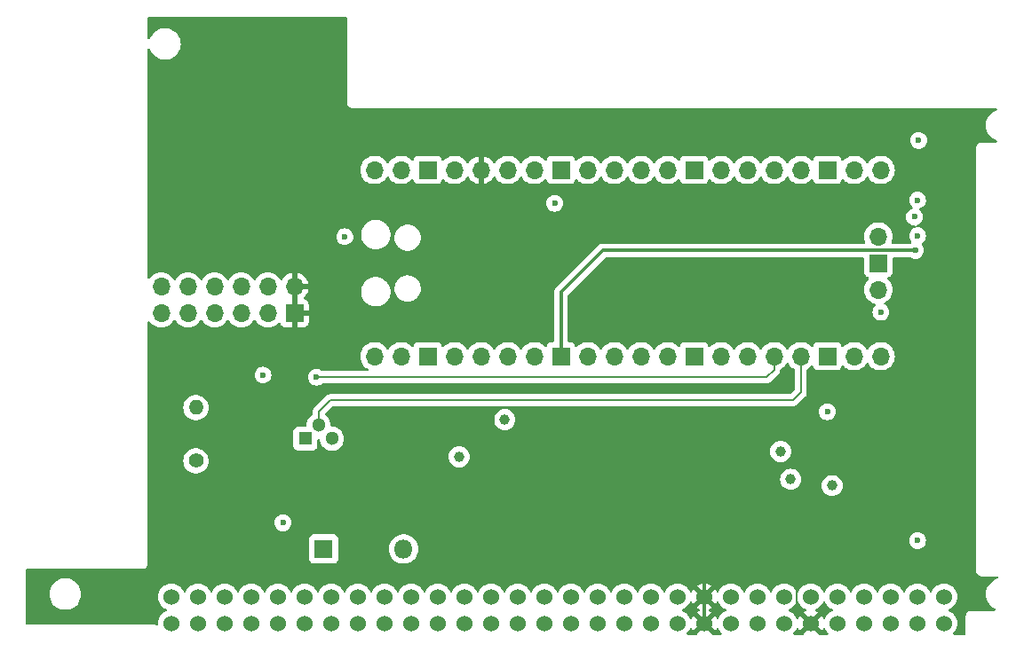
<source format=gbr>
%TF.GenerationSoftware,KiCad,Pcbnew,7.0.11-7.0.11~ubuntu22.04.1*%
%TF.CreationDate,2024-07-10T21:13:57-03:00*%
%TF.ProjectId,GG_LCD_DIY,47475f4c-4344-45f4-9449-592e6b696361,rev?*%
%TF.SameCoordinates,Original*%
%TF.FileFunction,Copper,L3,Inr*%
%TF.FilePolarity,Positive*%
%FSLAX46Y46*%
G04 Gerber Fmt 4.6, Leading zero omitted, Abs format (unit mm)*
G04 Created by KiCad (PCBNEW 7.0.11-7.0.11~ubuntu22.04.1) date 2024-07-10 21:13:57*
%MOMM*%
%LPD*%
G01*
G04 APERTURE LIST*
%TA.AperFunction,ComponentPad*%
%ADD10O,1.700000X1.700000*%
%TD*%
%TA.AperFunction,ComponentPad*%
%ADD11R,1.700000X1.700000*%
%TD*%
%TA.AperFunction,ComponentPad*%
%ADD12C,1.400000*%
%TD*%
%TA.AperFunction,ComponentPad*%
%ADD13O,1.400000X1.400000*%
%TD*%
%TA.AperFunction,ComponentPad*%
%ADD14C,1.524000*%
%TD*%
%TA.AperFunction,ComponentPad*%
%ADD15R,1.800000X1.800000*%
%TD*%
%TA.AperFunction,ComponentPad*%
%ADD16O,1.800000X1.800000*%
%TD*%
%TA.AperFunction,ComponentPad*%
%ADD17R,1.300000X1.300000*%
%TD*%
%TA.AperFunction,ComponentPad*%
%ADD18C,1.300000*%
%TD*%
%TA.AperFunction,ViaPad*%
%ADD19C,0.600000*%
%TD*%
%TA.AperFunction,ViaPad*%
%ADD20C,1.000000*%
%TD*%
%TA.AperFunction,Conductor*%
%ADD21C,0.300000*%
%TD*%
%TA.AperFunction,Conductor*%
%ADD22C,0.150000*%
%TD*%
G04 APERTURE END LIST*
D10*
%TO.N,HDMI_D2+*%
%TO.C,U1*%
X130120000Y-86900000D03*
%TO.N,HDMI_D2-*%
X132660000Y-86900000D03*
D11*
%TO.N,HDMI_D1+*%
X135200000Y-86900000D03*
D10*
%TO.N,HDMI_D1-*%
X137740000Y-86900000D03*
%TO.N,HDMI_CLK+*%
X140280000Y-86900000D03*
%TO.N,GND*%
X142820000Y-86900000D03*
%TO.N,HDMI_CLK-*%
X145360000Y-86900000D03*
D11*
%TO.N,Net-(J13-Pin_1)*%
X147900000Y-86900000D03*
D10*
%TO.N,LCD_D0*%
X150440000Y-86900000D03*
%TO.N,LCD_D1*%
X152980000Y-86900000D03*
%TO.N,LCD_D2*%
X155520000Y-86900000D03*
%TO.N,LCD_D3*%
X158060000Y-86900000D03*
D11*
%TO.N,Net-(J11-Pin_1)*%
X160600000Y-86900000D03*
D10*
%TO.N,Net-(J12-Pin_1)*%
X163140000Y-86900000D03*
%TO.N,GND*%
X165680000Y-86900000D03*
%TO.N,Net-(J10-Pin_1)*%
X168220000Y-86900000D03*
%TO.N,LCD_Backlight*%
X170760000Y-86900000D03*
D11*
%TO.N,Net-(J9-Pin_1)*%
X173300000Y-86900000D03*
D10*
%TO.N,Net-(J2-Pin_1)*%
X175840000Y-86900000D03*
%TO.N,Net-(J3-Pin_1)*%
X178380000Y-86900000D03*
%TO.N,Net-(J4-Pin_1)*%
X178380000Y-69120000D03*
%TO.N,Net-(J5-Pin_1)*%
X175840000Y-69120000D03*
D11*
%TO.N,Net-(J7-Pin_1)*%
X173300000Y-69120000D03*
D10*
%TO.N,Net-(J6-Pin_1)*%
X170760000Y-69120000D03*
%TO.N,Net-(J8-Pin_1)*%
X168220000Y-69120000D03*
%TO.N,HDMI_D0+*%
X165680000Y-69120000D03*
%TO.N,HDMI_D0-*%
X163140000Y-69120000D03*
D11*
%TO.N,LED_PIN*%
X160600000Y-69120000D03*
D10*
%TO.N,GND*%
X158060000Y-69120000D03*
%TO.N,LCD_DEN*%
X155520000Y-69120000D03*
%TO.N,LCD_CLK*%
X152980000Y-69120000D03*
%TO.N,LCD_RST*%
X150440000Y-69120000D03*
D11*
%TO.N,Net-(JP1-A)*%
X147900000Y-69120000D03*
D10*
%TO.N,unconnected-(U1-RUN-Pad34)*%
X145360000Y-69120000D03*
%TO.N,GND*%
X142820000Y-69120000D03*
%TO.N,+3V3*%
X140280000Y-69120000D03*
%TO.N,unconnected-(U1-3V3_EN-Pad37)*%
X137740000Y-69120000D03*
D11*
%TO.N,GND*%
X135200000Y-69120000D03*
D10*
%TO.N,Net-(D1-K)*%
X132660000Y-69120000D03*
%TO.N,unconnected-(U1-VBUS-Pad40)*%
X130120000Y-69120000D03*
%TO.N,unconnected-(U1-SWCLK-Pad41)*%
X178150000Y-80550000D03*
D11*
%TO.N,unconnected-(U1-GND-Pad42)*%
X178150000Y-78010000D03*
D10*
%TO.N,unconnected-(U1-SWDIO-Pad43)*%
X178150000Y-75470000D03*
%TD*%
D12*
%TO.N,Net-(JP1-A)*%
%TO.C,R3*%
X113100000Y-96880000D03*
D13*
%TO.N,+5VD*%
X113100000Y-91800000D03*
%TD*%
D14*
%TO.N,Backlight_GND*%
%TO.C,J14*%
X110760000Y-109860000D03*
X110760000Y-112400000D03*
%TO.N,+20V*%
X113300000Y-109860000D03*
X113300000Y-112400000D03*
%TO.N,unconnected-(J14-Pin_5-Pad5)*%
X115840000Y-109860000D03*
%TO.N,unconnected-(J14-Pin_6-Pad6)*%
X115840000Y-112400000D03*
%TO.N,unconnected-(J14-Pin_7-Pad7)*%
X118380000Y-109860000D03*
%TO.N,LCD_RST*%
X118380000Y-112400000D03*
%TO.N,unconnected-(J14-Pin_9-Pad9)*%
X120920000Y-109860000D03*
%TO.N,unconnected-(J14-Pin_10-Pad10)*%
X120920000Y-112400000D03*
%TO.N,unconnected-(J14-Pin_11-Pad11)*%
X123460000Y-109860000D03*
%TO.N,GND*%
X123460000Y-112400000D03*
X126000000Y-109860000D03*
X126000000Y-112400000D03*
X128540000Y-109860000D03*
X128540000Y-112400000D03*
X131080000Y-109860000D03*
X131080000Y-112400000D03*
X133620000Y-109860000D03*
X133620000Y-112400000D03*
X136160000Y-109860000D03*
X136160000Y-112400000D03*
X138700000Y-109860000D03*
X138700000Y-112400000D03*
X141240000Y-109860000D03*
X141240000Y-112400000D03*
X143780000Y-109860000D03*
X143780000Y-112400000D03*
X146320000Y-109860000D03*
X146320000Y-112400000D03*
X148860000Y-109860000D03*
%TO.N,LCD_D0*%
X148860000Y-112400000D03*
%TO.N,LCD_D1*%
X151400000Y-109860000D03*
%TO.N,LCD_D2*%
X151400000Y-112400000D03*
%TO.N,LCD_D3*%
X153940000Y-109860000D03*
%TO.N,LCD_HSync*%
X153940000Y-112400000D03*
%TO.N,LCD_VSync*%
X156480000Y-109860000D03*
%TO.N,LCD_CLK*%
X156480000Y-112400000D03*
%TO.N,unconnected-(J14-Pin_39-Pad39)*%
X159020000Y-109860000D03*
%TO.N,unconnected-(J14-Pin_40-Pad40)*%
X159020000Y-112400000D03*
%TO.N,+3V3*%
X161560000Y-109860000D03*
X161560000Y-112400000D03*
%TO.N,unconnected-(J14-Pin_43-Pad43)*%
X164100000Y-109860000D03*
%TO.N,unconnected-(J14-Pin_44-Pad44)*%
X164100000Y-112400000D03*
%TO.N,unconnected-(J14-Pin_45-Pad45)*%
X166640000Y-109860000D03*
%TO.N,unconnected-(J14-Pin_46-Pad46)*%
X166640000Y-112400000D03*
%TO.N,unconnected-(J14-Pin_47-Pad47)*%
X169180000Y-109860000D03*
%TO.N,GND*%
X169180000Y-112400000D03*
X171720000Y-109860000D03*
%TO.N,+3V3*%
X171720000Y-112400000D03*
%TO.N,unconnected-(J14-Pin_51-Pad51)*%
X174260000Y-109860000D03*
%TO.N,LCD_DEN*%
X174260000Y-112400000D03*
%TO.N,GND*%
X176800000Y-109860000D03*
X184420000Y-109860000D03*
X176800000Y-112400000D03*
%TO.N,unconnected-(J14-Pin_55-Pad55)*%
X179340000Y-109860000D03*
%TO.N,unconnected-(J14-Pin_56-Pad56)*%
X179340000Y-112400000D03*
%TO.N,unconnected-(J14-Pin_57-Pad57)*%
X181880000Y-109860000D03*
%TO.N,unconnected-(J14-Pin_58-Pad58)*%
X181880000Y-112400000D03*
%TO.N,unconnected-(J14-Pin_60-Pad60)*%
X184420000Y-112400000D03*
%TD*%
D15*
%TO.N,Net-(D1-K)*%
%TO.C,D2*%
X125280000Y-105300000D03*
D16*
%TO.N,+5V*%
X132900000Y-105300000D03*
%TD*%
D11*
%TO.N,+3V3*%
%TO.C,J17*%
X122500000Y-82800000D03*
D10*
X122500000Y-80260000D03*
%TO.N,GND*%
X119960000Y-82800000D03*
X119960000Y-80260000D03*
%TO.N,HDMI_CLK-*%
X117420000Y-82800000D03*
%TO.N,HDMI_CLK+*%
X117420000Y-80260000D03*
%TO.N,HDMI_D0-*%
X114880000Y-82800000D03*
%TO.N,HDMI_D0+*%
X114880000Y-80260000D03*
%TO.N,HDMI_D1-*%
X112340000Y-82800000D03*
%TO.N,HDMI_D1+*%
X112340000Y-80260000D03*
%TO.N,HDMI_D2-*%
X109800000Y-82800000D03*
%TO.N,HDMI_D2+*%
X109800000Y-80260000D03*
%TD*%
D17*
%TO.N,Backlight_GND*%
%TO.C,Q1*%
X123530000Y-94770000D03*
D18*
%TO.N,LCD_Backlight*%
X124800000Y-93500000D03*
%TO.N,GND*%
X126070000Y-94770000D03*
%TD*%
D19*
%TO.N,GND*%
X181900000Y-75400000D03*
D20*
X142550000Y-92950000D03*
X168850000Y-96000000D03*
D19*
X181600000Y-73600000D03*
D20*
X138200000Y-96500000D03*
D19*
X181900000Y-72000000D03*
D20*
X169800000Y-98650000D03*
X173750000Y-99250000D03*
D19*
%TO.N,Net-(D1-K)*%
X127300000Y-75500000D03*
%TO.N,Net-(J2-Pin_1)*%
X178400000Y-82700000D03*
%TO.N,Net-(J6-Pin_1)*%
X173300000Y-92200000D03*
%TO.N,Net-(J7-Pin_1)*%
X181900000Y-104500000D03*
%TO.N,Net-(J9-Pin_1)*%
X182000000Y-66300000D03*
%TO.N,+3V3*%
X161560000Y-107740000D03*
X170400000Y-106800000D03*
%TO.N,Net-(J10-Pin_1)*%
X124600000Y-88900000D03*
%TO.N,Net-(J11-Pin_1)*%
X119500000Y-88700000D03*
%TO.N,Net-(J12-Pin_1)*%
X121400000Y-102800000D03*
%TO.N,Net-(J13-Pin_1)*%
X181700000Y-76800000D03*
%TO.N,Net-(JP1-A)*%
X147300000Y-72300000D03*
%TD*%
D21*
%TO.N,+3V3*%
X161560000Y-112400000D02*
X161560000Y-109860000D01*
X161560000Y-109860000D02*
X161560000Y-107740000D01*
D22*
X170400000Y-111080000D02*
X170400000Y-109000000D01*
D21*
X161560000Y-107740000D02*
X161600000Y-107700000D01*
D22*
X170400000Y-109000000D02*
X170400000Y-108900000D01*
X171720000Y-112400000D02*
X170400000Y-111080000D01*
X170400000Y-109000000D02*
X170400000Y-106800000D01*
%TO.N,LCD_Backlight*%
X170000000Y-91100000D02*
X170760000Y-90340000D01*
X125900000Y-91100000D02*
X170000000Y-91100000D01*
X124800000Y-93500000D02*
X124800000Y-92200000D01*
X170760000Y-90340000D02*
X170760000Y-86900000D01*
X124800000Y-92200000D02*
X125900000Y-91100000D01*
%TO.N,Net-(J10-Pin_1)*%
X124600000Y-88900000D02*
X167500000Y-88900000D01*
X167500000Y-88900000D02*
X168220000Y-88180000D01*
X168220000Y-88180000D02*
X168220000Y-86900000D01*
D21*
%TO.N,Net-(J13-Pin_1)*%
X147900000Y-80800000D02*
X147900000Y-86900000D01*
X151900000Y-76800000D02*
X147900000Y-80800000D01*
X181700000Y-76800000D02*
X151900000Y-76800000D01*
%TD*%
%TA.AperFunction,Conductor*%
%TO.N,+3V3*%
G36*
X161100507Y-112609844D02*
G01*
X161178239Y-112730798D01*
X161286900Y-112824952D01*
X161417685Y-112884680D01*
X161427466Y-112886086D01*
X160850370Y-113463181D01*
X160789047Y-113496666D01*
X160762689Y-113499500D01*
X160005308Y-113499500D01*
X159938269Y-113479815D01*
X159892514Y-113427011D01*
X159882570Y-113357853D01*
X159911595Y-113294297D01*
X159917627Y-113287819D01*
X159932073Y-113273373D01*
X159990826Y-113214620D01*
X160117534Y-113033662D01*
X160177894Y-112904218D01*
X160224066Y-112851779D01*
X160291259Y-112832627D01*
X160358141Y-112852843D01*
X160402658Y-112904219D01*
X160462898Y-113033405D01*
X160462901Y-113033411D01*
X160508258Y-113098187D01*
X160508259Y-113098188D01*
X161076923Y-112529523D01*
X161100507Y-112609844D01*
G37*
%TD.AperFunction*%
%TA.AperFunction,Conductor*%
G36*
X162611741Y-113098188D02*
G01*
X162657094Y-113033417D01*
X162657095Y-113033416D01*
X162717340Y-112904219D01*
X162763512Y-112851780D01*
X162830706Y-112832627D01*
X162897587Y-112852842D01*
X162942105Y-112904218D01*
X163002466Y-113033662D01*
X163002468Y-113033666D01*
X163129170Y-113214615D01*
X163129175Y-113214621D01*
X163202373Y-113287819D01*
X163235858Y-113349142D01*
X163230874Y-113418834D01*
X163189002Y-113474767D01*
X163123538Y-113499184D01*
X163114692Y-113499500D01*
X162357309Y-113499500D01*
X162290270Y-113479815D01*
X162269628Y-113463181D01*
X161692534Y-112886086D01*
X161702315Y-112884680D01*
X161833100Y-112824952D01*
X161941761Y-112730798D01*
X162019493Y-112609844D01*
X162043076Y-112529523D01*
X162611741Y-113098188D01*
G37*
%TD.AperFunction*%
%TA.AperFunction,Conductor*%
G36*
X171260507Y-112609844D02*
G01*
X171338239Y-112730798D01*
X171446900Y-112824952D01*
X171577685Y-112884680D01*
X171587466Y-112886086D01*
X171010370Y-113463181D01*
X170949047Y-113496666D01*
X170922689Y-113499500D01*
X170165308Y-113499500D01*
X170098269Y-113479815D01*
X170052514Y-113427011D01*
X170042570Y-113357853D01*
X170071595Y-113294297D01*
X170077627Y-113287819D01*
X170092073Y-113273373D01*
X170150826Y-113214620D01*
X170277534Y-113033662D01*
X170337894Y-112904218D01*
X170384066Y-112851779D01*
X170451259Y-112832627D01*
X170518141Y-112852843D01*
X170562658Y-112904219D01*
X170622898Y-113033405D01*
X170622901Y-113033411D01*
X170668258Y-113098187D01*
X170668259Y-113098188D01*
X171236923Y-112529523D01*
X171260507Y-112609844D01*
G37*
%TD.AperFunction*%
%TA.AperFunction,Conductor*%
G36*
X172771741Y-113098188D02*
G01*
X172817094Y-113033417D01*
X172817095Y-113033416D01*
X172877340Y-112904219D01*
X172923512Y-112851780D01*
X172990706Y-112832627D01*
X173057587Y-112852842D01*
X173102105Y-112904218D01*
X173162466Y-113033662D01*
X173162468Y-113033666D01*
X173289170Y-113214615D01*
X173289175Y-113214621D01*
X173362373Y-113287819D01*
X173395858Y-113349142D01*
X173390874Y-113418834D01*
X173349002Y-113474767D01*
X173283538Y-113499184D01*
X173274692Y-113499500D01*
X172517309Y-113499500D01*
X172450270Y-113479815D01*
X172429628Y-113463181D01*
X171852534Y-112886086D01*
X171862315Y-112884680D01*
X171993100Y-112824952D01*
X172101761Y-112730798D01*
X172179493Y-112609844D01*
X172203076Y-112529523D01*
X172771741Y-113098188D01*
G37*
%TD.AperFunction*%
%TA.AperFunction,Conductor*%
G36*
X127442539Y-54520185D02*
G01*
X127488294Y-54572989D01*
X127499500Y-54624500D01*
X127499500Y-62771963D01*
X127507190Y-62798154D01*
X127510947Y-62815423D01*
X127514835Y-62842457D01*
X127526173Y-62867283D01*
X127532355Y-62883858D01*
X127540046Y-62910051D01*
X127540047Y-62910053D01*
X127554806Y-62933019D01*
X127563282Y-62948541D01*
X127574623Y-62973373D01*
X127586437Y-62987007D01*
X127592496Y-62994000D01*
X127603095Y-63008160D01*
X127617853Y-63031123D01*
X127617857Y-63031128D01*
X127638488Y-63049006D01*
X127650992Y-63061510D01*
X127668871Y-63082142D01*
X127668872Y-63082143D01*
X127691844Y-63096905D01*
X127705996Y-63107500D01*
X127726627Y-63125377D01*
X127749899Y-63136005D01*
X127751451Y-63136714D01*
X127766978Y-63145192D01*
X127789947Y-63159953D01*
X127816136Y-63167643D01*
X127832713Y-63173826D01*
X127857538Y-63185163D01*
X127857539Y-63185163D01*
X127857543Y-63185165D01*
X127884564Y-63189050D01*
X127901846Y-63192809D01*
X127928039Y-63200500D01*
X127964201Y-63200500D01*
X189340539Y-63200500D01*
X189407578Y-63220185D01*
X189453333Y-63272989D01*
X189463277Y-63342147D01*
X189434252Y-63405703D01*
X189380802Y-63441781D01*
X189295197Y-63471169D01*
X189295188Y-63471172D01*
X189076493Y-63589524D01*
X188880257Y-63742261D01*
X188711833Y-63925217D01*
X188575826Y-64133393D01*
X188475936Y-64361118D01*
X188414892Y-64602175D01*
X188414890Y-64602187D01*
X188394357Y-64849994D01*
X188394357Y-64850005D01*
X188414890Y-65097812D01*
X188414892Y-65097824D01*
X188475936Y-65338881D01*
X188575826Y-65566606D01*
X188711833Y-65774782D01*
X188711836Y-65774785D01*
X188880256Y-65957738D01*
X189076491Y-66110474D01*
X189295190Y-66228828D01*
X189342735Y-66245150D01*
X189380802Y-66258219D01*
X189437817Y-66298604D01*
X189463948Y-66363404D01*
X189450897Y-66432044D01*
X189402808Y-66482731D01*
X189340539Y-66499500D01*
X188071961Y-66499500D01*
X187928039Y-66499500D01*
X187928036Y-66499500D01*
X187928034Y-66499501D01*
X187901842Y-66507190D01*
X187884568Y-66510948D01*
X187857544Y-66514834D01*
X187857541Y-66514835D01*
X187832710Y-66526175D01*
X187816141Y-66532355D01*
X187803171Y-66536163D01*
X187789947Y-66540047D01*
X187789945Y-66540047D01*
X187789945Y-66540048D01*
X187766982Y-66554805D01*
X187751461Y-66563280D01*
X187726628Y-66574621D01*
X187726625Y-66574623D01*
X187706000Y-66592495D01*
X187691840Y-66603095D01*
X187668876Y-66617853D01*
X187668871Y-66617857D01*
X187650993Y-66638489D01*
X187638489Y-66650993D01*
X187617857Y-66668871D01*
X187617853Y-66668876D01*
X187603095Y-66691840D01*
X187592495Y-66706000D01*
X187574623Y-66726625D01*
X187574621Y-66726628D01*
X187563280Y-66751461D01*
X187554805Y-66766982D01*
X187540048Y-66789945D01*
X187532355Y-66816141D01*
X187526175Y-66832710D01*
X187514835Y-66857541D01*
X187514834Y-66857544D01*
X187510948Y-66884568D01*
X187507190Y-66901842D01*
X187499501Y-66928034D01*
X187499500Y-66928042D01*
X187499500Y-107471963D01*
X187507190Y-107498154D01*
X187510947Y-107515423D01*
X187514835Y-107542457D01*
X187526173Y-107567283D01*
X187532355Y-107583858D01*
X187540046Y-107610051D01*
X187540047Y-107610053D01*
X187554806Y-107633019D01*
X187563282Y-107648541D01*
X187574623Y-107673373D01*
X187586437Y-107687007D01*
X187592496Y-107694000D01*
X187603095Y-107708160D01*
X187617853Y-107731123D01*
X187617857Y-107731128D01*
X187638488Y-107749006D01*
X187650992Y-107761510D01*
X187668871Y-107782142D01*
X187668872Y-107782143D01*
X187691844Y-107796905D01*
X187705996Y-107807500D01*
X187726627Y-107825377D01*
X187749899Y-107836005D01*
X187751451Y-107836714D01*
X187766978Y-107845192D01*
X187789947Y-107859953D01*
X187816136Y-107867643D01*
X187832713Y-107873826D01*
X187857538Y-107885163D01*
X187857539Y-107885163D01*
X187857543Y-107885165D01*
X187884564Y-107889050D01*
X187901846Y-107892809D01*
X187928039Y-107900500D01*
X187964201Y-107900500D01*
X189486183Y-107900500D01*
X189553222Y-107920185D01*
X189598977Y-107972989D01*
X189608921Y-108042147D01*
X189579896Y-108105703D01*
X189526446Y-108141781D01*
X189295197Y-108221169D01*
X189295188Y-108221172D01*
X189076493Y-108339524D01*
X188880257Y-108492261D01*
X188711833Y-108675217D01*
X188575826Y-108883393D01*
X188475936Y-109111118D01*
X188414892Y-109352175D01*
X188414890Y-109352187D01*
X188394357Y-109599994D01*
X188394357Y-109600005D01*
X188414890Y-109847812D01*
X188414892Y-109847824D01*
X188475936Y-110088881D01*
X188575826Y-110316606D01*
X188711833Y-110524782D01*
X188711836Y-110524785D01*
X188880256Y-110707738D01*
X189076491Y-110860474D01*
X189076494Y-110860476D01*
X189076496Y-110860477D01*
X189272308Y-110966445D01*
X189321899Y-111015665D01*
X189337007Y-111083881D01*
X189312837Y-111149437D01*
X189257061Y-111191518D01*
X189213291Y-111199500D01*
X187071961Y-111199500D01*
X186928039Y-111199500D01*
X186928036Y-111199500D01*
X186928034Y-111199501D01*
X186901842Y-111207190D01*
X186884568Y-111210948D01*
X186857544Y-111214834D01*
X186857541Y-111214835D01*
X186832710Y-111226175D01*
X186816141Y-111232355D01*
X186803171Y-111236163D01*
X186789947Y-111240047D01*
X186789945Y-111240047D01*
X186789945Y-111240048D01*
X186766982Y-111254805D01*
X186751461Y-111263280D01*
X186726628Y-111274621D01*
X186726625Y-111274623D01*
X186706000Y-111292495D01*
X186691840Y-111303095D01*
X186668876Y-111317853D01*
X186668871Y-111317857D01*
X186650993Y-111338489D01*
X186638489Y-111350993D01*
X186617857Y-111368871D01*
X186617853Y-111368876D01*
X186603095Y-111391840D01*
X186592495Y-111406000D01*
X186574623Y-111426625D01*
X186574621Y-111426628D01*
X186563280Y-111451461D01*
X186554805Y-111466982D01*
X186540048Y-111489945D01*
X186532355Y-111516141D01*
X186526175Y-111532710D01*
X186514835Y-111557541D01*
X186514834Y-111557544D01*
X186510948Y-111584568D01*
X186507190Y-111601842D01*
X186499501Y-111628034D01*
X186499500Y-111628042D01*
X186499500Y-113375500D01*
X186479815Y-113442539D01*
X186427011Y-113488294D01*
X186375500Y-113499500D01*
X185405308Y-113499500D01*
X185338269Y-113479815D01*
X185292514Y-113427011D01*
X185282570Y-113357853D01*
X185311595Y-113294297D01*
X185317627Y-113287819D01*
X185332073Y-113273373D01*
X185390826Y-113214620D01*
X185517534Y-113033662D01*
X185610894Y-112833450D01*
X185668070Y-112620068D01*
X185687323Y-112400000D01*
X185668070Y-112179932D01*
X185610894Y-111966550D01*
X185517534Y-111766339D01*
X185420696Y-111628039D01*
X185390827Y-111585381D01*
X185321587Y-111516141D01*
X185234620Y-111429174D01*
X185234616Y-111429171D01*
X185234615Y-111429170D01*
X185053666Y-111302468D01*
X185053658Y-111302464D01*
X184924811Y-111242382D01*
X184872371Y-111196210D01*
X184853219Y-111129017D01*
X184873435Y-111062135D01*
X184924811Y-111017618D01*
X184930802Y-111014824D01*
X185053662Y-110957534D01*
X185234620Y-110830826D01*
X185390826Y-110674620D01*
X185517534Y-110493662D01*
X185610894Y-110293450D01*
X185668070Y-110080068D01*
X185687323Y-109860000D01*
X185668070Y-109639932D01*
X185610894Y-109426550D01*
X185517534Y-109226339D01*
X185390826Y-109045380D01*
X185234620Y-108889174D01*
X185234616Y-108889171D01*
X185234615Y-108889170D01*
X185053666Y-108762468D01*
X185053662Y-108762466D01*
X185053660Y-108762465D01*
X184853450Y-108669106D01*
X184853447Y-108669105D01*
X184853445Y-108669104D01*
X184640070Y-108611930D01*
X184640062Y-108611929D01*
X184420002Y-108592677D01*
X184419998Y-108592677D01*
X184199937Y-108611929D01*
X184199929Y-108611930D01*
X183986554Y-108669104D01*
X183986548Y-108669107D01*
X183786340Y-108762465D01*
X183786338Y-108762466D01*
X183605377Y-108889175D01*
X183449175Y-109045377D01*
X183322466Y-109226338D01*
X183322465Y-109226340D01*
X183262382Y-109355189D01*
X183216209Y-109407628D01*
X183149016Y-109426780D01*
X183082135Y-109406564D01*
X183037618Y-109355189D01*
X182977651Y-109226590D01*
X182977534Y-109226339D01*
X182850826Y-109045380D01*
X182694620Y-108889174D01*
X182694616Y-108889171D01*
X182694615Y-108889170D01*
X182513666Y-108762468D01*
X182513662Y-108762466D01*
X182513660Y-108762465D01*
X182313450Y-108669106D01*
X182313447Y-108669105D01*
X182313445Y-108669104D01*
X182100070Y-108611930D01*
X182100062Y-108611929D01*
X181880002Y-108592677D01*
X181879998Y-108592677D01*
X181659937Y-108611929D01*
X181659929Y-108611930D01*
X181446554Y-108669104D01*
X181446548Y-108669107D01*
X181246340Y-108762465D01*
X181246338Y-108762466D01*
X181065377Y-108889175D01*
X180909175Y-109045377D01*
X180782466Y-109226338D01*
X180782465Y-109226340D01*
X180722382Y-109355189D01*
X180676209Y-109407628D01*
X180609016Y-109426780D01*
X180542135Y-109406564D01*
X180497618Y-109355189D01*
X180437651Y-109226590D01*
X180437534Y-109226339D01*
X180310826Y-109045380D01*
X180154620Y-108889174D01*
X180154616Y-108889171D01*
X180154615Y-108889170D01*
X179973666Y-108762468D01*
X179973662Y-108762466D01*
X179973660Y-108762465D01*
X179773450Y-108669106D01*
X179773447Y-108669105D01*
X179773445Y-108669104D01*
X179560070Y-108611930D01*
X179560062Y-108611929D01*
X179340002Y-108592677D01*
X179339998Y-108592677D01*
X179119937Y-108611929D01*
X179119929Y-108611930D01*
X178906554Y-108669104D01*
X178906548Y-108669107D01*
X178706340Y-108762465D01*
X178706338Y-108762466D01*
X178525377Y-108889175D01*
X178369175Y-109045377D01*
X178242466Y-109226338D01*
X178242465Y-109226340D01*
X178182382Y-109355189D01*
X178136209Y-109407628D01*
X178069016Y-109426780D01*
X178002135Y-109406564D01*
X177957618Y-109355189D01*
X177897651Y-109226590D01*
X177897534Y-109226339D01*
X177770826Y-109045380D01*
X177614620Y-108889174D01*
X177614616Y-108889171D01*
X177614615Y-108889170D01*
X177433666Y-108762468D01*
X177433662Y-108762466D01*
X177433660Y-108762465D01*
X177233450Y-108669106D01*
X177233447Y-108669105D01*
X177233445Y-108669104D01*
X177020070Y-108611930D01*
X177020062Y-108611929D01*
X176800002Y-108592677D01*
X176799998Y-108592677D01*
X176579937Y-108611929D01*
X176579929Y-108611930D01*
X176366554Y-108669104D01*
X176366548Y-108669107D01*
X176166340Y-108762465D01*
X176166338Y-108762466D01*
X175985377Y-108889175D01*
X175829175Y-109045377D01*
X175702466Y-109226338D01*
X175702465Y-109226340D01*
X175642382Y-109355189D01*
X175596209Y-109407628D01*
X175529016Y-109426780D01*
X175462135Y-109406564D01*
X175417618Y-109355189D01*
X175357651Y-109226590D01*
X175357534Y-109226339D01*
X175230826Y-109045380D01*
X175074620Y-108889174D01*
X175074616Y-108889171D01*
X175074615Y-108889170D01*
X174893666Y-108762468D01*
X174893662Y-108762466D01*
X174893660Y-108762465D01*
X174693450Y-108669106D01*
X174693447Y-108669105D01*
X174693445Y-108669104D01*
X174480070Y-108611930D01*
X174480062Y-108611929D01*
X174260002Y-108592677D01*
X174259998Y-108592677D01*
X174039937Y-108611929D01*
X174039929Y-108611930D01*
X173826554Y-108669104D01*
X173826548Y-108669107D01*
X173626340Y-108762465D01*
X173626338Y-108762466D01*
X173445377Y-108889175D01*
X173289175Y-109045377D01*
X173162466Y-109226338D01*
X173162465Y-109226340D01*
X173102382Y-109355189D01*
X173056209Y-109407628D01*
X172989016Y-109426780D01*
X172922135Y-109406564D01*
X172877618Y-109355189D01*
X172817651Y-109226590D01*
X172817534Y-109226339D01*
X172690826Y-109045380D01*
X172534620Y-108889174D01*
X172534616Y-108889171D01*
X172534615Y-108889170D01*
X172353666Y-108762468D01*
X172353662Y-108762466D01*
X172353660Y-108762465D01*
X172153450Y-108669106D01*
X172153447Y-108669105D01*
X172153445Y-108669104D01*
X171940070Y-108611930D01*
X171940062Y-108611929D01*
X171720002Y-108592677D01*
X171719998Y-108592677D01*
X171499937Y-108611929D01*
X171499929Y-108611930D01*
X171286554Y-108669104D01*
X171286548Y-108669107D01*
X171086340Y-108762465D01*
X171086338Y-108762466D01*
X170905377Y-108889175D01*
X170749175Y-109045377D01*
X170622466Y-109226338D01*
X170622465Y-109226340D01*
X170562382Y-109355189D01*
X170516209Y-109407628D01*
X170449016Y-109426780D01*
X170382135Y-109406564D01*
X170337618Y-109355189D01*
X170277651Y-109226590D01*
X170277534Y-109226339D01*
X170150826Y-109045380D01*
X169994620Y-108889174D01*
X169994616Y-108889171D01*
X169994615Y-108889170D01*
X169813666Y-108762468D01*
X169813662Y-108762466D01*
X169813660Y-108762465D01*
X169613450Y-108669106D01*
X169613447Y-108669105D01*
X169613445Y-108669104D01*
X169400070Y-108611930D01*
X169400062Y-108611929D01*
X169180002Y-108592677D01*
X169179998Y-108592677D01*
X168959937Y-108611929D01*
X168959929Y-108611930D01*
X168746554Y-108669104D01*
X168746548Y-108669107D01*
X168546340Y-108762465D01*
X168546338Y-108762466D01*
X168365377Y-108889175D01*
X168209175Y-109045377D01*
X168082466Y-109226338D01*
X168082465Y-109226340D01*
X168022382Y-109355189D01*
X167976209Y-109407628D01*
X167909016Y-109426780D01*
X167842135Y-109406564D01*
X167797618Y-109355189D01*
X167737651Y-109226590D01*
X167737534Y-109226339D01*
X167610826Y-109045380D01*
X167454620Y-108889174D01*
X167454616Y-108889171D01*
X167454615Y-108889170D01*
X167273666Y-108762468D01*
X167273662Y-108762466D01*
X167273660Y-108762465D01*
X167073450Y-108669106D01*
X167073447Y-108669105D01*
X167073445Y-108669104D01*
X166860070Y-108611930D01*
X166860062Y-108611929D01*
X166640002Y-108592677D01*
X166639998Y-108592677D01*
X166419937Y-108611929D01*
X166419929Y-108611930D01*
X166206554Y-108669104D01*
X166206548Y-108669107D01*
X166006340Y-108762465D01*
X166006338Y-108762466D01*
X165825377Y-108889175D01*
X165669175Y-109045377D01*
X165542466Y-109226338D01*
X165542465Y-109226340D01*
X165482382Y-109355189D01*
X165436209Y-109407628D01*
X165369016Y-109426780D01*
X165302135Y-109406564D01*
X165257618Y-109355189D01*
X165197651Y-109226590D01*
X165197534Y-109226339D01*
X165070826Y-109045380D01*
X164914620Y-108889174D01*
X164914616Y-108889171D01*
X164914615Y-108889170D01*
X164733666Y-108762468D01*
X164733662Y-108762466D01*
X164733660Y-108762465D01*
X164533450Y-108669106D01*
X164533447Y-108669105D01*
X164533445Y-108669104D01*
X164320070Y-108611930D01*
X164320062Y-108611929D01*
X164100002Y-108592677D01*
X164099998Y-108592677D01*
X163879937Y-108611929D01*
X163879929Y-108611930D01*
X163666554Y-108669104D01*
X163666548Y-108669107D01*
X163466340Y-108762465D01*
X163466338Y-108762466D01*
X163285377Y-108889175D01*
X163129175Y-109045377D01*
X163002467Y-109226337D01*
X162942105Y-109355782D01*
X162895932Y-109408221D01*
X162828738Y-109427372D01*
X162761857Y-109407156D01*
X162717341Y-109355780D01*
X162657098Y-109226589D01*
X162657097Y-109226587D01*
X162611741Y-109161811D01*
X162611740Y-109161810D01*
X162043076Y-109730474D01*
X162019493Y-109650156D01*
X161941761Y-109529202D01*
X161833100Y-109435048D01*
X161702315Y-109375320D01*
X161692534Y-109373913D01*
X162258188Y-108808259D01*
X162258187Y-108808258D01*
X162193411Y-108762901D01*
X162193405Y-108762898D01*
X161993284Y-108669580D01*
X161993270Y-108669575D01*
X161779986Y-108612426D01*
X161779976Y-108612424D01*
X161560001Y-108593179D01*
X161559999Y-108593179D01*
X161340023Y-108612424D01*
X161340013Y-108612426D01*
X161126729Y-108669575D01*
X161126720Y-108669579D01*
X160926590Y-108762901D01*
X160861811Y-108808258D01*
X161427466Y-109373913D01*
X161417685Y-109375320D01*
X161286900Y-109435048D01*
X161178239Y-109529202D01*
X161100507Y-109650156D01*
X161076923Y-109730476D01*
X160508258Y-109161811D01*
X160462901Y-109226590D01*
X160402658Y-109355781D01*
X160356485Y-109408220D01*
X160289292Y-109427372D01*
X160222411Y-109407156D01*
X160177894Y-109355781D01*
X160117651Y-109226590D01*
X160117534Y-109226339D01*
X159990826Y-109045380D01*
X159834620Y-108889174D01*
X159834616Y-108889171D01*
X159834615Y-108889170D01*
X159653666Y-108762468D01*
X159653662Y-108762466D01*
X159653660Y-108762465D01*
X159453450Y-108669106D01*
X159453447Y-108669105D01*
X159453445Y-108669104D01*
X159240070Y-108611930D01*
X159240062Y-108611929D01*
X159020002Y-108592677D01*
X159019998Y-108592677D01*
X158799937Y-108611929D01*
X158799929Y-108611930D01*
X158586554Y-108669104D01*
X158586548Y-108669107D01*
X158386340Y-108762465D01*
X158386338Y-108762466D01*
X158205377Y-108889175D01*
X158049175Y-109045377D01*
X157922466Y-109226338D01*
X157922465Y-109226340D01*
X157862382Y-109355189D01*
X157816209Y-109407628D01*
X157749016Y-109426780D01*
X157682135Y-109406564D01*
X157637618Y-109355189D01*
X157577651Y-109226590D01*
X157577534Y-109226339D01*
X157450826Y-109045380D01*
X157294620Y-108889174D01*
X157294616Y-108889171D01*
X157294615Y-108889170D01*
X157113666Y-108762468D01*
X157113662Y-108762466D01*
X157113660Y-108762465D01*
X156913450Y-108669106D01*
X156913447Y-108669105D01*
X156913445Y-108669104D01*
X156700070Y-108611930D01*
X156700062Y-108611929D01*
X156480002Y-108592677D01*
X156479998Y-108592677D01*
X156259937Y-108611929D01*
X156259929Y-108611930D01*
X156046554Y-108669104D01*
X156046548Y-108669107D01*
X155846340Y-108762465D01*
X155846338Y-108762466D01*
X155665377Y-108889175D01*
X155509175Y-109045377D01*
X155382466Y-109226338D01*
X155382465Y-109226340D01*
X155322382Y-109355189D01*
X155276209Y-109407628D01*
X155209016Y-109426780D01*
X155142135Y-109406564D01*
X155097618Y-109355189D01*
X155037651Y-109226590D01*
X155037534Y-109226339D01*
X154910826Y-109045380D01*
X154754620Y-108889174D01*
X154754616Y-108889171D01*
X154754615Y-108889170D01*
X154573666Y-108762468D01*
X154573662Y-108762466D01*
X154573660Y-108762465D01*
X154373450Y-108669106D01*
X154373447Y-108669105D01*
X154373445Y-108669104D01*
X154160070Y-108611930D01*
X154160062Y-108611929D01*
X153940002Y-108592677D01*
X153939998Y-108592677D01*
X153719937Y-108611929D01*
X153719929Y-108611930D01*
X153506554Y-108669104D01*
X153506548Y-108669107D01*
X153306340Y-108762465D01*
X153306338Y-108762466D01*
X153125377Y-108889175D01*
X152969175Y-109045377D01*
X152842466Y-109226338D01*
X152842465Y-109226340D01*
X152782382Y-109355189D01*
X152736209Y-109407628D01*
X152669016Y-109426780D01*
X152602135Y-109406564D01*
X152557618Y-109355189D01*
X152497651Y-109226590D01*
X152497534Y-109226339D01*
X152370826Y-109045380D01*
X152214620Y-108889174D01*
X152214616Y-108889171D01*
X152214615Y-108889170D01*
X152033666Y-108762468D01*
X152033662Y-108762466D01*
X152033660Y-108762465D01*
X151833450Y-108669106D01*
X151833447Y-108669105D01*
X151833445Y-108669104D01*
X151620070Y-108611930D01*
X151620062Y-108611929D01*
X151400002Y-108592677D01*
X151399998Y-108592677D01*
X151179937Y-108611929D01*
X151179929Y-108611930D01*
X150966554Y-108669104D01*
X150966548Y-108669107D01*
X150766340Y-108762465D01*
X150766338Y-108762466D01*
X150585377Y-108889175D01*
X150429175Y-109045377D01*
X150302466Y-109226338D01*
X150302465Y-109226340D01*
X150242382Y-109355189D01*
X150196209Y-109407628D01*
X150129016Y-109426780D01*
X150062135Y-109406564D01*
X150017618Y-109355189D01*
X149957651Y-109226590D01*
X149957534Y-109226339D01*
X149830826Y-109045380D01*
X149674620Y-108889174D01*
X149674616Y-108889171D01*
X149674615Y-108889170D01*
X149493666Y-108762468D01*
X149493662Y-108762466D01*
X149493660Y-108762465D01*
X149293450Y-108669106D01*
X149293447Y-108669105D01*
X149293445Y-108669104D01*
X149080070Y-108611930D01*
X149080062Y-108611929D01*
X148860002Y-108592677D01*
X148859998Y-108592677D01*
X148639937Y-108611929D01*
X148639929Y-108611930D01*
X148426554Y-108669104D01*
X148426548Y-108669107D01*
X148226340Y-108762465D01*
X148226338Y-108762466D01*
X148045377Y-108889175D01*
X147889175Y-109045377D01*
X147762466Y-109226338D01*
X147762465Y-109226340D01*
X147702382Y-109355189D01*
X147656209Y-109407628D01*
X147589016Y-109426780D01*
X147522135Y-109406564D01*
X147477618Y-109355189D01*
X147417651Y-109226590D01*
X147417534Y-109226339D01*
X147290826Y-109045380D01*
X147134620Y-108889174D01*
X147134616Y-108889171D01*
X147134615Y-108889170D01*
X146953666Y-108762468D01*
X146953662Y-108762466D01*
X146953660Y-108762465D01*
X146753450Y-108669106D01*
X146753447Y-108669105D01*
X146753445Y-108669104D01*
X146540070Y-108611930D01*
X146540062Y-108611929D01*
X146320002Y-108592677D01*
X146319998Y-108592677D01*
X146099937Y-108611929D01*
X146099929Y-108611930D01*
X145886554Y-108669104D01*
X145886548Y-108669107D01*
X145686340Y-108762465D01*
X145686338Y-108762466D01*
X145505377Y-108889175D01*
X145349175Y-109045377D01*
X145222466Y-109226338D01*
X145222465Y-109226340D01*
X145162382Y-109355189D01*
X145116209Y-109407628D01*
X145049016Y-109426780D01*
X144982135Y-109406564D01*
X144937618Y-109355189D01*
X144877651Y-109226590D01*
X144877534Y-109226339D01*
X144750826Y-109045380D01*
X144594620Y-108889174D01*
X144594616Y-108889171D01*
X144594615Y-108889170D01*
X144413666Y-108762468D01*
X144413662Y-108762466D01*
X144413660Y-108762465D01*
X144213450Y-108669106D01*
X144213447Y-108669105D01*
X144213445Y-108669104D01*
X144000070Y-108611930D01*
X144000062Y-108611929D01*
X143780002Y-108592677D01*
X143779998Y-108592677D01*
X143559937Y-108611929D01*
X143559929Y-108611930D01*
X143346554Y-108669104D01*
X143346548Y-108669107D01*
X143146340Y-108762465D01*
X143146338Y-108762466D01*
X142965377Y-108889175D01*
X142809175Y-109045377D01*
X142682466Y-109226338D01*
X142682465Y-109226340D01*
X142622382Y-109355189D01*
X142576209Y-109407628D01*
X142509016Y-109426780D01*
X142442135Y-109406564D01*
X142397618Y-109355189D01*
X142337651Y-109226590D01*
X142337534Y-109226339D01*
X142210826Y-109045380D01*
X142054620Y-108889174D01*
X142054616Y-108889171D01*
X142054615Y-108889170D01*
X141873666Y-108762468D01*
X141873662Y-108762466D01*
X141873660Y-108762465D01*
X141673450Y-108669106D01*
X141673447Y-108669105D01*
X141673445Y-108669104D01*
X141460070Y-108611930D01*
X141460062Y-108611929D01*
X141240002Y-108592677D01*
X141239998Y-108592677D01*
X141019937Y-108611929D01*
X141019929Y-108611930D01*
X140806554Y-108669104D01*
X140806548Y-108669107D01*
X140606340Y-108762465D01*
X140606338Y-108762466D01*
X140425377Y-108889175D01*
X140269175Y-109045377D01*
X140142466Y-109226338D01*
X140142465Y-109226340D01*
X140082382Y-109355189D01*
X140036209Y-109407628D01*
X139969016Y-109426780D01*
X139902135Y-109406564D01*
X139857618Y-109355189D01*
X139797651Y-109226590D01*
X139797534Y-109226339D01*
X139670826Y-109045380D01*
X139514620Y-108889174D01*
X139514616Y-108889171D01*
X139514615Y-108889170D01*
X139333666Y-108762468D01*
X139333662Y-108762466D01*
X139333660Y-108762465D01*
X139133450Y-108669106D01*
X139133447Y-108669105D01*
X139133445Y-108669104D01*
X138920070Y-108611930D01*
X138920062Y-108611929D01*
X138700002Y-108592677D01*
X138699998Y-108592677D01*
X138479937Y-108611929D01*
X138479929Y-108611930D01*
X138266554Y-108669104D01*
X138266548Y-108669107D01*
X138066340Y-108762465D01*
X138066338Y-108762466D01*
X137885377Y-108889175D01*
X137729175Y-109045377D01*
X137602466Y-109226338D01*
X137602465Y-109226340D01*
X137542382Y-109355189D01*
X137496209Y-109407628D01*
X137429016Y-109426780D01*
X137362135Y-109406564D01*
X137317618Y-109355189D01*
X137257651Y-109226590D01*
X137257534Y-109226339D01*
X137130826Y-109045380D01*
X136974620Y-108889174D01*
X136974616Y-108889171D01*
X136974615Y-108889170D01*
X136793666Y-108762468D01*
X136793662Y-108762466D01*
X136793660Y-108762465D01*
X136593450Y-108669106D01*
X136593447Y-108669105D01*
X136593445Y-108669104D01*
X136380070Y-108611930D01*
X136380062Y-108611929D01*
X136160002Y-108592677D01*
X136159998Y-108592677D01*
X135939937Y-108611929D01*
X135939929Y-108611930D01*
X135726554Y-108669104D01*
X135726548Y-108669107D01*
X135526340Y-108762465D01*
X135526338Y-108762466D01*
X135345377Y-108889175D01*
X135189175Y-109045377D01*
X135062466Y-109226338D01*
X135062465Y-109226340D01*
X135002382Y-109355189D01*
X134956209Y-109407628D01*
X134889016Y-109426780D01*
X134822135Y-109406564D01*
X134777618Y-109355189D01*
X134717651Y-109226590D01*
X134717534Y-109226339D01*
X134590826Y-109045380D01*
X134434620Y-108889174D01*
X134434616Y-108889171D01*
X134434615Y-108889170D01*
X134253666Y-108762468D01*
X134253662Y-108762466D01*
X134253660Y-108762465D01*
X134053450Y-108669106D01*
X134053447Y-108669105D01*
X134053445Y-108669104D01*
X133840070Y-108611930D01*
X133840062Y-108611929D01*
X133620002Y-108592677D01*
X133619998Y-108592677D01*
X133399937Y-108611929D01*
X133399929Y-108611930D01*
X133186554Y-108669104D01*
X133186548Y-108669107D01*
X132986340Y-108762465D01*
X132986338Y-108762466D01*
X132805377Y-108889175D01*
X132649175Y-109045377D01*
X132522466Y-109226338D01*
X132522465Y-109226340D01*
X132462382Y-109355189D01*
X132416209Y-109407628D01*
X132349016Y-109426780D01*
X132282135Y-109406564D01*
X132237618Y-109355189D01*
X132177651Y-109226590D01*
X132177534Y-109226339D01*
X132050826Y-109045380D01*
X131894620Y-108889174D01*
X131894616Y-108889171D01*
X131894615Y-108889170D01*
X131713666Y-108762468D01*
X131713662Y-108762466D01*
X131713660Y-108762465D01*
X131513450Y-108669106D01*
X131513447Y-108669105D01*
X131513445Y-108669104D01*
X131300070Y-108611930D01*
X131300062Y-108611929D01*
X131080002Y-108592677D01*
X131079998Y-108592677D01*
X130859937Y-108611929D01*
X130859929Y-108611930D01*
X130646554Y-108669104D01*
X130646548Y-108669107D01*
X130446340Y-108762465D01*
X130446338Y-108762466D01*
X130265377Y-108889175D01*
X130109175Y-109045377D01*
X129982466Y-109226338D01*
X129982465Y-109226340D01*
X129922382Y-109355189D01*
X129876209Y-109407628D01*
X129809016Y-109426780D01*
X129742135Y-109406564D01*
X129697618Y-109355189D01*
X129637651Y-109226590D01*
X129637534Y-109226339D01*
X129510826Y-109045380D01*
X129354620Y-108889174D01*
X129354616Y-108889171D01*
X129354615Y-108889170D01*
X129173666Y-108762468D01*
X129173662Y-108762466D01*
X129173660Y-108762465D01*
X128973450Y-108669106D01*
X128973447Y-108669105D01*
X128973445Y-108669104D01*
X128760070Y-108611930D01*
X128760062Y-108611929D01*
X128540002Y-108592677D01*
X128539998Y-108592677D01*
X128319937Y-108611929D01*
X128319929Y-108611930D01*
X128106554Y-108669104D01*
X128106548Y-108669107D01*
X127906340Y-108762465D01*
X127906338Y-108762466D01*
X127725377Y-108889175D01*
X127569175Y-109045377D01*
X127442466Y-109226338D01*
X127442465Y-109226340D01*
X127382382Y-109355189D01*
X127336209Y-109407628D01*
X127269016Y-109426780D01*
X127202135Y-109406564D01*
X127157618Y-109355189D01*
X127097651Y-109226590D01*
X127097534Y-109226339D01*
X126970826Y-109045380D01*
X126814620Y-108889174D01*
X126814616Y-108889171D01*
X126814615Y-108889170D01*
X126633666Y-108762468D01*
X126633662Y-108762466D01*
X126633660Y-108762465D01*
X126433450Y-108669106D01*
X126433447Y-108669105D01*
X126433445Y-108669104D01*
X126220070Y-108611930D01*
X126220062Y-108611929D01*
X126000002Y-108592677D01*
X125999998Y-108592677D01*
X125779937Y-108611929D01*
X125779929Y-108611930D01*
X125566554Y-108669104D01*
X125566548Y-108669107D01*
X125366340Y-108762465D01*
X125366338Y-108762466D01*
X125185377Y-108889175D01*
X125029175Y-109045377D01*
X124902466Y-109226338D01*
X124902465Y-109226340D01*
X124842382Y-109355189D01*
X124796209Y-109407628D01*
X124729016Y-109426780D01*
X124662135Y-109406564D01*
X124617618Y-109355189D01*
X124557651Y-109226590D01*
X124557534Y-109226339D01*
X124430826Y-109045380D01*
X124274620Y-108889174D01*
X124274616Y-108889171D01*
X124274615Y-108889170D01*
X124093666Y-108762468D01*
X124093662Y-108762466D01*
X124093660Y-108762465D01*
X123893450Y-108669106D01*
X123893447Y-108669105D01*
X123893445Y-108669104D01*
X123680070Y-108611930D01*
X123680062Y-108611929D01*
X123460002Y-108592677D01*
X123459998Y-108592677D01*
X123239937Y-108611929D01*
X123239929Y-108611930D01*
X123026554Y-108669104D01*
X123026548Y-108669107D01*
X122826340Y-108762465D01*
X122826338Y-108762466D01*
X122645377Y-108889175D01*
X122489175Y-109045377D01*
X122362466Y-109226338D01*
X122362465Y-109226340D01*
X122302382Y-109355189D01*
X122256209Y-109407628D01*
X122189016Y-109426780D01*
X122122135Y-109406564D01*
X122077618Y-109355189D01*
X122017651Y-109226590D01*
X122017534Y-109226339D01*
X121890826Y-109045380D01*
X121734620Y-108889174D01*
X121734616Y-108889171D01*
X121734615Y-108889170D01*
X121553666Y-108762468D01*
X121553662Y-108762466D01*
X121553660Y-108762465D01*
X121353450Y-108669106D01*
X121353447Y-108669105D01*
X121353445Y-108669104D01*
X121140070Y-108611930D01*
X121140062Y-108611929D01*
X120920002Y-108592677D01*
X120919998Y-108592677D01*
X120699937Y-108611929D01*
X120699929Y-108611930D01*
X120486554Y-108669104D01*
X120486548Y-108669107D01*
X120286340Y-108762465D01*
X120286338Y-108762466D01*
X120105377Y-108889175D01*
X119949175Y-109045377D01*
X119822466Y-109226338D01*
X119822465Y-109226340D01*
X119762382Y-109355189D01*
X119716209Y-109407628D01*
X119649016Y-109426780D01*
X119582135Y-109406564D01*
X119537618Y-109355189D01*
X119477651Y-109226590D01*
X119477534Y-109226339D01*
X119350826Y-109045380D01*
X119194620Y-108889174D01*
X119194616Y-108889171D01*
X119194615Y-108889170D01*
X119013666Y-108762468D01*
X119013662Y-108762466D01*
X119013660Y-108762465D01*
X118813450Y-108669106D01*
X118813447Y-108669105D01*
X118813445Y-108669104D01*
X118600070Y-108611930D01*
X118600062Y-108611929D01*
X118380002Y-108592677D01*
X118379998Y-108592677D01*
X118159937Y-108611929D01*
X118159929Y-108611930D01*
X117946554Y-108669104D01*
X117946548Y-108669107D01*
X117746340Y-108762465D01*
X117746338Y-108762466D01*
X117565377Y-108889175D01*
X117409175Y-109045377D01*
X117282466Y-109226338D01*
X117282465Y-109226340D01*
X117222382Y-109355189D01*
X117176209Y-109407628D01*
X117109016Y-109426780D01*
X117042135Y-109406564D01*
X116997618Y-109355189D01*
X116937651Y-109226590D01*
X116937534Y-109226339D01*
X116810826Y-109045380D01*
X116654620Y-108889174D01*
X116654616Y-108889171D01*
X116654615Y-108889170D01*
X116473666Y-108762468D01*
X116473662Y-108762466D01*
X116473660Y-108762465D01*
X116273450Y-108669106D01*
X116273447Y-108669105D01*
X116273445Y-108669104D01*
X116060070Y-108611930D01*
X116060062Y-108611929D01*
X115840002Y-108592677D01*
X115839998Y-108592677D01*
X115619937Y-108611929D01*
X115619929Y-108611930D01*
X115406554Y-108669104D01*
X115406548Y-108669107D01*
X115206340Y-108762465D01*
X115206338Y-108762466D01*
X115025377Y-108889175D01*
X114869175Y-109045377D01*
X114742466Y-109226338D01*
X114742465Y-109226340D01*
X114682382Y-109355189D01*
X114636209Y-109407628D01*
X114569016Y-109426780D01*
X114502135Y-109406564D01*
X114457618Y-109355189D01*
X114397651Y-109226590D01*
X114397534Y-109226339D01*
X114270826Y-109045380D01*
X114114620Y-108889174D01*
X114114616Y-108889171D01*
X114114615Y-108889170D01*
X113933666Y-108762468D01*
X113933662Y-108762466D01*
X113933660Y-108762465D01*
X113733450Y-108669106D01*
X113733447Y-108669105D01*
X113733445Y-108669104D01*
X113520070Y-108611930D01*
X113520062Y-108611929D01*
X113300002Y-108592677D01*
X113299998Y-108592677D01*
X113079937Y-108611929D01*
X113079929Y-108611930D01*
X112866554Y-108669104D01*
X112866548Y-108669107D01*
X112666340Y-108762465D01*
X112666338Y-108762466D01*
X112485377Y-108889175D01*
X112329175Y-109045377D01*
X112202466Y-109226338D01*
X112202465Y-109226340D01*
X112142382Y-109355189D01*
X112096209Y-109407628D01*
X112029016Y-109426780D01*
X111962135Y-109406564D01*
X111917618Y-109355189D01*
X111857651Y-109226590D01*
X111857534Y-109226339D01*
X111730826Y-109045380D01*
X111574620Y-108889174D01*
X111574616Y-108889171D01*
X111574615Y-108889170D01*
X111393666Y-108762468D01*
X111393662Y-108762466D01*
X111393660Y-108762465D01*
X111193450Y-108669106D01*
X111193447Y-108669105D01*
X111193445Y-108669104D01*
X110980070Y-108611930D01*
X110980062Y-108611929D01*
X110760002Y-108592677D01*
X110759998Y-108592677D01*
X110539937Y-108611929D01*
X110539929Y-108611930D01*
X110326554Y-108669104D01*
X110326548Y-108669107D01*
X110126340Y-108762465D01*
X110126338Y-108762466D01*
X109945377Y-108889175D01*
X109789175Y-109045377D01*
X109662466Y-109226338D01*
X109662465Y-109226340D01*
X109569107Y-109426548D01*
X109569104Y-109426554D01*
X109511930Y-109639929D01*
X109511929Y-109639937D01*
X109492677Y-109859997D01*
X109492677Y-109860002D01*
X109511929Y-110080062D01*
X109511930Y-110080070D01*
X109569104Y-110293445D01*
X109569105Y-110293447D01*
X109569106Y-110293450D01*
X109592995Y-110344680D01*
X109662466Y-110493662D01*
X109662468Y-110493666D01*
X109789170Y-110674615D01*
X109789175Y-110674621D01*
X109945378Y-110830824D01*
X109945384Y-110830829D01*
X110126333Y-110957531D01*
X110126335Y-110957532D01*
X110126338Y-110957534D01*
X110172008Y-110978830D01*
X110255189Y-111017618D01*
X110307628Y-111063790D01*
X110326780Y-111130984D01*
X110306564Y-111197865D01*
X110255189Y-111242382D01*
X110126340Y-111302465D01*
X110126338Y-111302466D01*
X109945377Y-111429175D01*
X109789175Y-111585377D01*
X109662466Y-111766338D01*
X109662465Y-111766340D01*
X109569107Y-111966548D01*
X109569104Y-111966554D01*
X109511930Y-112179929D01*
X109511929Y-112179937D01*
X109492677Y-112399997D01*
X109492677Y-112400002D01*
X109500471Y-112489094D01*
X109486704Y-112557594D01*
X109438089Y-112607777D01*
X109370060Y-112623710D01*
X109309883Y-112604203D01*
X109308141Y-112603083D01*
X109294000Y-112592496D01*
X109287007Y-112586437D01*
X109273373Y-112574623D01*
X109248541Y-112563282D01*
X109233019Y-112554806D01*
X109210053Y-112540047D01*
X109210051Y-112540046D01*
X109183858Y-112532355D01*
X109167288Y-112526174D01*
X109142457Y-112514835D01*
X109115423Y-112510947D01*
X109098154Y-112507190D01*
X109071963Y-112499500D01*
X109071961Y-112499500D01*
X109035799Y-112499500D01*
X97024500Y-112499500D01*
X96957461Y-112479815D01*
X96911706Y-112427011D01*
X96900500Y-112375500D01*
X96900500Y-109600005D01*
X99144357Y-109600005D01*
X99164890Y-109847812D01*
X99164892Y-109847824D01*
X99225936Y-110088881D01*
X99325826Y-110316606D01*
X99461833Y-110524782D01*
X99461836Y-110524785D01*
X99630256Y-110707738D01*
X99826491Y-110860474D01*
X100045190Y-110978828D01*
X100280386Y-111059571D01*
X100525665Y-111100500D01*
X100774335Y-111100500D01*
X101019614Y-111059571D01*
X101254810Y-110978828D01*
X101473509Y-110860474D01*
X101669744Y-110707738D01*
X101838164Y-110524785D01*
X101974173Y-110316607D01*
X102074063Y-110088881D01*
X102135108Y-109847821D01*
X102140056Y-109788111D01*
X102155643Y-109600005D01*
X102155643Y-109599994D01*
X102135109Y-109352187D01*
X102135107Y-109352175D01*
X102074063Y-109111118D01*
X101974173Y-108883393D01*
X101838166Y-108675217D01*
X101816557Y-108651744D01*
X101669744Y-108492262D01*
X101473509Y-108339526D01*
X101473507Y-108339525D01*
X101473506Y-108339524D01*
X101254811Y-108221172D01*
X101254802Y-108221169D01*
X101019616Y-108140429D01*
X100774335Y-108099500D01*
X100525665Y-108099500D01*
X100280383Y-108140429D01*
X100045197Y-108221169D01*
X100045188Y-108221172D01*
X99826493Y-108339524D01*
X99630257Y-108492261D01*
X99461833Y-108675217D01*
X99325826Y-108883393D01*
X99225936Y-109111118D01*
X99164892Y-109352175D01*
X99164890Y-109352187D01*
X99144357Y-109599994D01*
X99144357Y-109600005D01*
X96900500Y-109600005D01*
X96900500Y-107324500D01*
X96920185Y-107257461D01*
X96972989Y-107211706D01*
X97024500Y-107200500D01*
X108071960Y-107200500D01*
X108071961Y-107200500D01*
X108098153Y-107192809D01*
X108115436Y-107189050D01*
X108119882Y-107188410D01*
X108142457Y-107185165D01*
X108167287Y-107173824D01*
X108183862Y-107167642D01*
X108210053Y-107159953D01*
X108233020Y-107145192D01*
X108248540Y-107136717D01*
X108273373Y-107125377D01*
X108294006Y-107107497D01*
X108308148Y-107096910D01*
X108331128Y-107082143D01*
X108349015Y-107061499D01*
X108361499Y-107049015D01*
X108382143Y-107031128D01*
X108396910Y-107008148D01*
X108407497Y-106994006D01*
X108425377Y-106973373D01*
X108436717Y-106948540D01*
X108445192Y-106933020D01*
X108459953Y-106910053D01*
X108467642Y-106883862D01*
X108473824Y-106867287D01*
X108485165Y-106842457D01*
X108489050Y-106815436D01*
X108492809Y-106798153D01*
X108500500Y-106771961D01*
X108500500Y-106628039D01*
X108500500Y-106247870D01*
X123879500Y-106247870D01*
X123879501Y-106247876D01*
X123885908Y-106307483D01*
X123936202Y-106442328D01*
X123936206Y-106442335D01*
X124022452Y-106557544D01*
X124022455Y-106557547D01*
X124137664Y-106643793D01*
X124137671Y-106643797D01*
X124272517Y-106694091D01*
X124272516Y-106694091D01*
X124279444Y-106694835D01*
X124332127Y-106700500D01*
X126227872Y-106700499D01*
X126287483Y-106694091D01*
X126422331Y-106643796D01*
X126537546Y-106557546D01*
X126623796Y-106442331D01*
X126674091Y-106307483D01*
X126680500Y-106247873D01*
X126680500Y-105300006D01*
X131494700Y-105300006D01*
X131513864Y-105531297D01*
X131513866Y-105531308D01*
X131570842Y-105756300D01*
X131664075Y-105968848D01*
X131791016Y-106163147D01*
X131791019Y-106163151D01*
X131791021Y-106163153D01*
X131948216Y-106333913D01*
X131948219Y-106333915D01*
X131948222Y-106333918D01*
X132131365Y-106476464D01*
X132131371Y-106476468D01*
X132131374Y-106476470D01*
X132335497Y-106586936D01*
X132449487Y-106626068D01*
X132555015Y-106662297D01*
X132555017Y-106662297D01*
X132555019Y-106662298D01*
X132783951Y-106700500D01*
X132783952Y-106700500D01*
X133016048Y-106700500D01*
X133016049Y-106700500D01*
X133244981Y-106662298D01*
X133464503Y-106586936D01*
X133668626Y-106476470D01*
X133690404Y-106459520D01*
X133806868Y-106368872D01*
X133851784Y-106333913D01*
X134008979Y-106163153D01*
X134135924Y-105968849D01*
X134229157Y-105756300D01*
X134286134Y-105531305D01*
X134305300Y-105300000D01*
X134305300Y-105299993D01*
X134286135Y-105068702D01*
X134286133Y-105068691D01*
X134229157Y-104843699D01*
X134135924Y-104631151D01*
X134050241Y-104500003D01*
X181094435Y-104500003D01*
X181114630Y-104679249D01*
X181114631Y-104679254D01*
X181174211Y-104849523D01*
X181270184Y-105002262D01*
X181397738Y-105129816D01*
X181550478Y-105225789D01*
X181720745Y-105285368D01*
X181720750Y-105285369D01*
X181899996Y-105305565D01*
X181900000Y-105305565D01*
X181900004Y-105305565D01*
X182079249Y-105285369D01*
X182079252Y-105285368D01*
X182079255Y-105285368D01*
X182249522Y-105225789D01*
X182402262Y-105129816D01*
X182529816Y-105002262D01*
X182625789Y-104849522D01*
X182685368Y-104679255D01*
X182705565Y-104500000D01*
X182698449Y-104436847D01*
X182685369Y-104320750D01*
X182685368Y-104320745D01*
X182625788Y-104150476D01*
X182586582Y-104088080D01*
X182529816Y-103997738D01*
X182402262Y-103870184D01*
X182249523Y-103774211D01*
X182079254Y-103714631D01*
X182079249Y-103714630D01*
X181900004Y-103694435D01*
X181899996Y-103694435D01*
X181720750Y-103714630D01*
X181720745Y-103714631D01*
X181550476Y-103774211D01*
X181397737Y-103870184D01*
X181270184Y-103997737D01*
X181174211Y-104150476D01*
X181114631Y-104320745D01*
X181114630Y-104320750D01*
X181094435Y-104499996D01*
X181094435Y-104500003D01*
X134050241Y-104500003D01*
X134008983Y-104436852D01*
X134008980Y-104436849D01*
X134008979Y-104436847D01*
X133851784Y-104266087D01*
X133851779Y-104266083D01*
X133851777Y-104266081D01*
X133668634Y-104123535D01*
X133668628Y-104123531D01*
X133464504Y-104013064D01*
X133464495Y-104013061D01*
X133244984Y-103937702D01*
X133054450Y-103905908D01*
X133016049Y-103899500D01*
X132783951Y-103899500D01*
X132745550Y-103905908D01*
X132555015Y-103937702D01*
X132335504Y-104013061D01*
X132335495Y-104013064D01*
X132131371Y-104123531D01*
X132131365Y-104123535D01*
X131948222Y-104266081D01*
X131948219Y-104266084D01*
X131948216Y-104266086D01*
X131948216Y-104266087D01*
X131923886Y-104292517D01*
X131791016Y-104436852D01*
X131664075Y-104631151D01*
X131570842Y-104843699D01*
X131513866Y-105068691D01*
X131513864Y-105068702D01*
X131494700Y-105299993D01*
X131494700Y-105300006D01*
X126680500Y-105300006D01*
X126680499Y-104352128D01*
X126674091Y-104292517D01*
X126664233Y-104266087D01*
X126623797Y-104157671D01*
X126623793Y-104157664D01*
X126537547Y-104042455D01*
X126537544Y-104042452D01*
X126422335Y-103956206D01*
X126422328Y-103956202D01*
X126287482Y-103905908D01*
X126287483Y-103905908D01*
X126227883Y-103899501D01*
X126227881Y-103899500D01*
X126227873Y-103899500D01*
X126227864Y-103899500D01*
X124332129Y-103899500D01*
X124332123Y-103899501D01*
X124272516Y-103905908D01*
X124137671Y-103956202D01*
X124137664Y-103956206D01*
X124022455Y-104042452D01*
X124022452Y-104042455D01*
X123936206Y-104157664D01*
X123936202Y-104157671D01*
X123885908Y-104292517D01*
X123879501Y-104352116D01*
X123879501Y-104352123D01*
X123879500Y-104352135D01*
X123879500Y-106247870D01*
X108500500Y-106247870D01*
X108500500Y-102800003D01*
X120594435Y-102800003D01*
X120614630Y-102979249D01*
X120614631Y-102979254D01*
X120674211Y-103149523D01*
X120770184Y-103302262D01*
X120897738Y-103429816D01*
X121050478Y-103525789D01*
X121220745Y-103585368D01*
X121220750Y-103585369D01*
X121399996Y-103605565D01*
X121400000Y-103605565D01*
X121400004Y-103605565D01*
X121579249Y-103585369D01*
X121579252Y-103585368D01*
X121579255Y-103585368D01*
X121749522Y-103525789D01*
X121902262Y-103429816D01*
X122029816Y-103302262D01*
X122125789Y-103149522D01*
X122185368Y-102979255D01*
X122205565Y-102800000D01*
X122185368Y-102620745D01*
X122125789Y-102450478D01*
X122029816Y-102297738D01*
X121902262Y-102170184D01*
X121749523Y-102074211D01*
X121579254Y-102014631D01*
X121579249Y-102014630D01*
X121400004Y-101994435D01*
X121399996Y-101994435D01*
X121220750Y-102014630D01*
X121220745Y-102014631D01*
X121050476Y-102074211D01*
X120897737Y-102170184D01*
X120770184Y-102297737D01*
X120674211Y-102450476D01*
X120614631Y-102620745D01*
X120614630Y-102620750D01*
X120594435Y-102799996D01*
X120594435Y-102800003D01*
X108500500Y-102800003D01*
X108500500Y-98650000D01*
X168794659Y-98650000D01*
X168813975Y-98846129D01*
X168871188Y-99034733D01*
X168964086Y-99208532D01*
X168964090Y-99208539D01*
X169089116Y-99360883D01*
X169241460Y-99485909D01*
X169241467Y-99485913D01*
X169415266Y-99578811D01*
X169415269Y-99578811D01*
X169415273Y-99578814D01*
X169603868Y-99636024D01*
X169800000Y-99655341D01*
X169996132Y-99636024D01*
X170184727Y-99578814D01*
X170358538Y-99485910D01*
X170510883Y-99360883D01*
X170601883Y-99250000D01*
X172744659Y-99250000D01*
X172763975Y-99446129D01*
X172821188Y-99634733D01*
X172914086Y-99808532D01*
X172914090Y-99808539D01*
X173039116Y-99960883D01*
X173191460Y-100085909D01*
X173191467Y-100085913D01*
X173365266Y-100178811D01*
X173365269Y-100178811D01*
X173365273Y-100178814D01*
X173553868Y-100236024D01*
X173750000Y-100255341D01*
X173946132Y-100236024D01*
X174134727Y-100178814D01*
X174308538Y-100085910D01*
X174460883Y-99960883D01*
X174585910Y-99808538D01*
X174678814Y-99634727D01*
X174736024Y-99446132D01*
X174755341Y-99250000D01*
X174736024Y-99053868D01*
X174678814Y-98865273D01*
X174678811Y-98865269D01*
X174678811Y-98865266D01*
X174585913Y-98691467D01*
X174585909Y-98691460D01*
X174460883Y-98539116D01*
X174308539Y-98414090D01*
X174308532Y-98414086D01*
X174134733Y-98321188D01*
X174134727Y-98321186D01*
X173946132Y-98263976D01*
X173946129Y-98263975D01*
X173750000Y-98244659D01*
X173553870Y-98263975D01*
X173365266Y-98321188D01*
X173191467Y-98414086D01*
X173191460Y-98414090D01*
X173039116Y-98539116D01*
X172914090Y-98691460D01*
X172914086Y-98691467D01*
X172821188Y-98865266D01*
X172763975Y-99053870D01*
X172744659Y-99250000D01*
X170601883Y-99250000D01*
X170635910Y-99208538D01*
X170728814Y-99034727D01*
X170786024Y-98846132D01*
X170805341Y-98650000D01*
X170786024Y-98453868D01*
X170728814Y-98265273D01*
X170728811Y-98265269D01*
X170728811Y-98265266D01*
X170635913Y-98091467D01*
X170635909Y-98091460D01*
X170510883Y-97939116D01*
X170358539Y-97814090D01*
X170358532Y-97814086D01*
X170184733Y-97721188D01*
X170184727Y-97721186D01*
X169996132Y-97663976D01*
X169996129Y-97663975D01*
X169800000Y-97644659D01*
X169603870Y-97663975D01*
X169415266Y-97721188D01*
X169241467Y-97814086D01*
X169241460Y-97814090D01*
X169089116Y-97939116D01*
X168964090Y-98091460D01*
X168964086Y-98091467D01*
X168871188Y-98265266D01*
X168813975Y-98453870D01*
X168794659Y-98650000D01*
X108500500Y-98650000D01*
X108500500Y-96880000D01*
X111894357Y-96880000D01*
X111914884Y-97101535D01*
X111914885Y-97101537D01*
X111975769Y-97315523D01*
X111975775Y-97315538D01*
X112074938Y-97514683D01*
X112074943Y-97514691D01*
X112209020Y-97692238D01*
X112373437Y-97842123D01*
X112373439Y-97842125D01*
X112562595Y-97959245D01*
X112562596Y-97959245D01*
X112562599Y-97959247D01*
X112770060Y-98039618D01*
X112988757Y-98080500D01*
X112988759Y-98080500D01*
X113211241Y-98080500D01*
X113211243Y-98080500D01*
X113429940Y-98039618D01*
X113637401Y-97959247D01*
X113826562Y-97842124D01*
X113990981Y-97692236D01*
X114125058Y-97514689D01*
X114224229Y-97315528D01*
X114285115Y-97101536D01*
X114305643Y-96880000D01*
X114301557Y-96835909D01*
X114285115Y-96658464D01*
X114285114Y-96658462D01*
X114256683Y-96558538D01*
X114240028Y-96500000D01*
X137194659Y-96500000D01*
X137213975Y-96696129D01*
X137213976Y-96696132D01*
X137256377Y-96835910D01*
X137271188Y-96884733D01*
X137364086Y-97058532D01*
X137364090Y-97058539D01*
X137489116Y-97210883D01*
X137641460Y-97335909D01*
X137641467Y-97335913D01*
X137815266Y-97428811D01*
X137815269Y-97428811D01*
X137815273Y-97428814D01*
X138003868Y-97486024D01*
X138200000Y-97505341D01*
X138396132Y-97486024D01*
X138584727Y-97428814D01*
X138758538Y-97335910D01*
X138910883Y-97210883D01*
X139035910Y-97058538D01*
X139128814Y-96884727D01*
X139186024Y-96696132D01*
X139205341Y-96500000D01*
X139186024Y-96303868D01*
X139128814Y-96115273D01*
X139128811Y-96115269D01*
X139128811Y-96115266D01*
X139067200Y-96000000D01*
X167844659Y-96000000D01*
X167863975Y-96196129D01*
X167921188Y-96384733D01*
X168014086Y-96558532D01*
X168014090Y-96558539D01*
X168139116Y-96710883D01*
X168291460Y-96835909D01*
X168291467Y-96835913D01*
X168465266Y-96928811D01*
X168465269Y-96928811D01*
X168465273Y-96928814D01*
X168653868Y-96986024D01*
X168850000Y-97005341D01*
X169046132Y-96986024D01*
X169234727Y-96928814D01*
X169408538Y-96835910D01*
X169560883Y-96710883D01*
X169685910Y-96558538D01*
X169732362Y-96471632D01*
X169778811Y-96384733D01*
X169778811Y-96384732D01*
X169778814Y-96384727D01*
X169836024Y-96196132D01*
X169855341Y-96000000D01*
X169836024Y-95803868D01*
X169778814Y-95615273D01*
X169778811Y-95615269D01*
X169778811Y-95615266D01*
X169685913Y-95441467D01*
X169685909Y-95441460D01*
X169560883Y-95289116D01*
X169408539Y-95164090D01*
X169408532Y-95164086D01*
X169234733Y-95071188D01*
X169234727Y-95071186D01*
X169046132Y-95013976D01*
X169046129Y-95013975D01*
X168850000Y-94994659D01*
X168653870Y-95013975D01*
X168465266Y-95071188D01*
X168291467Y-95164086D01*
X168291460Y-95164090D01*
X168139116Y-95289116D01*
X168014090Y-95441460D01*
X168014086Y-95441467D01*
X167921188Y-95615266D01*
X167863975Y-95803870D01*
X167844659Y-96000000D01*
X139067200Y-96000000D01*
X139035913Y-95941467D01*
X139035909Y-95941460D01*
X138910883Y-95789116D01*
X138758539Y-95664090D01*
X138758532Y-95664086D01*
X138584733Y-95571188D01*
X138584727Y-95571186D01*
X138396132Y-95513976D01*
X138396129Y-95513975D01*
X138200000Y-95494659D01*
X138003870Y-95513975D01*
X137815266Y-95571188D01*
X137641467Y-95664086D01*
X137641460Y-95664090D01*
X137489116Y-95789116D01*
X137364090Y-95941460D01*
X137364086Y-95941467D01*
X137271188Y-96115266D01*
X137213975Y-96303870D01*
X137194659Y-96500000D01*
X114240028Y-96500000D01*
X114224229Y-96444472D01*
X114224224Y-96444461D01*
X114125061Y-96245316D01*
X114125056Y-96245308D01*
X113990979Y-96067761D01*
X113826562Y-95917876D01*
X113826560Y-95917874D01*
X113637404Y-95800754D01*
X113637398Y-95800752D01*
X113429940Y-95720382D01*
X113211243Y-95679500D01*
X112988757Y-95679500D01*
X112770060Y-95720382D01*
X112638864Y-95771207D01*
X112562601Y-95800752D01*
X112562595Y-95800754D01*
X112373439Y-95917874D01*
X112373437Y-95917876D01*
X112209020Y-96067761D01*
X112074943Y-96245308D01*
X112074938Y-96245316D01*
X111975775Y-96444461D01*
X111975769Y-96444476D01*
X111914885Y-96658462D01*
X111914884Y-96658464D01*
X111894357Y-96879999D01*
X111894357Y-96880000D01*
X108500500Y-96880000D01*
X108500500Y-95467870D01*
X122379500Y-95467870D01*
X122379501Y-95467876D01*
X122385908Y-95527483D01*
X122436202Y-95662328D01*
X122436206Y-95662335D01*
X122522452Y-95777544D01*
X122522455Y-95777547D01*
X122637664Y-95863793D01*
X122637671Y-95863797D01*
X122772517Y-95914091D01*
X122772516Y-95914091D01*
X122779444Y-95914835D01*
X122832127Y-95920500D01*
X124227872Y-95920499D01*
X124287483Y-95914091D01*
X124422331Y-95863796D01*
X124537546Y-95777546D01*
X124623796Y-95662331D01*
X124674091Y-95527483D01*
X124680500Y-95467873D01*
X124680499Y-94926044D01*
X124700183Y-94859007D01*
X124752987Y-94813252D01*
X124822146Y-94803308D01*
X124885702Y-94832333D01*
X124923476Y-94891111D01*
X124927970Y-94914604D01*
X124934244Y-94982310D01*
X124992596Y-95187392D01*
X124992596Y-95187394D01*
X125087632Y-95378253D01*
X125200326Y-95527482D01*
X125216128Y-95548407D01*
X125373698Y-95692052D01*
X125554981Y-95804298D01*
X125753802Y-95881321D01*
X125963390Y-95920500D01*
X125963392Y-95920500D01*
X126176608Y-95920500D01*
X126176610Y-95920500D01*
X126386198Y-95881321D01*
X126585019Y-95804298D01*
X126766302Y-95692052D01*
X126923872Y-95548407D01*
X127052366Y-95378255D01*
X127096751Y-95289117D01*
X127147403Y-95187394D01*
X127147403Y-95187393D01*
X127147405Y-95187389D01*
X127205756Y-94982310D01*
X127225429Y-94770000D01*
X127205756Y-94557690D01*
X127147405Y-94352611D01*
X127147403Y-94352606D01*
X127147403Y-94352605D01*
X127052367Y-94161746D01*
X126923872Y-93991593D01*
X126766302Y-93847948D01*
X126585019Y-93735702D01*
X126585017Y-93735701D01*
X126485608Y-93697190D01*
X126386198Y-93658679D01*
X126176610Y-93619500D01*
X126079429Y-93619500D01*
X126012390Y-93599815D01*
X125966635Y-93547011D01*
X125957616Y-93505554D01*
X125955958Y-93505708D01*
X125954187Y-93486599D01*
X125935756Y-93287690D01*
X125877405Y-93082611D01*
X125877403Y-93082606D01*
X125877403Y-93082605D01*
X125811374Y-92950000D01*
X141544659Y-92950000D01*
X141563975Y-93146129D01*
X141563976Y-93146132D01*
X141606917Y-93287690D01*
X141621188Y-93334733D01*
X141714086Y-93508532D01*
X141714090Y-93508539D01*
X141839116Y-93660883D01*
X141991460Y-93785909D01*
X141991467Y-93785913D01*
X142165266Y-93878811D01*
X142165269Y-93878811D01*
X142165273Y-93878814D01*
X142353868Y-93936024D01*
X142550000Y-93955341D01*
X142746132Y-93936024D01*
X142934727Y-93878814D01*
X142936866Y-93877671D01*
X143108532Y-93785913D01*
X143108538Y-93785910D01*
X143260883Y-93660883D01*
X143385910Y-93508538D01*
X143478814Y-93334727D01*
X143536024Y-93146132D01*
X143555341Y-92950000D01*
X143536024Y-92753868D01*
X143478814Y-92565273D01*
X143478811Y-92565269D01*
X143478811Y-92565266D01*
X143385913Y-92391467D01*
X143385909Y-92391460D01*
X143260883Y-92239116D01*
X143213224Y-92200003D01*
X172494435Y-92200003D01*
X172514630Y-92379249D01*
X172514631Y-92379254D01*
X172574211Y-92549523D01*
X172613618Y-92612238D01*
X172670184Y-92702262D01*
X172797738Y-92829816D01*
X172950478Y-92925789D01*
X173047153Y-92959617D01*
X173120745Y-92985368D01*
X173120750Y-92985369D01*
X173299996Y-93005565D01*
X173300000Y-93005565D01*
X173300004Y-93005565D01*
X173479249Y-92985369D01*
X173479252Y-92985368D01*
X173479255Y-92985368D01*
X173649522Y-92925789D01*
X173802262Y-92829816D01*
X173929816Y-92702262D01*
X174025789Y-92549522D01*
X174085368Y-92379255D01*
X174085369Y-92379249D01*
X174105565Y-92200003D01*
X174105565Y-92199996D01*
X174085369Y-92020750D01*
X174085368Y-92020745D01*
X174025788Y-91850476D01*
X173969341Y-91760641D01*
X173929816Y-91697738D01*
X173802262Y-91570184D01*
X173744058Y-91533612D01*
X173649523Y-91474211D01*
X173479254Y-91414631D01*
X173479249Y-91414630D01*
X173300004Y-91394435D01*
X173299996Y-91394435D01*
X173120750Y-91414630D01*
X173120745Y-91414631D01*
X172950476Y-91474211D01*
X172797737Y-91570184D01*
X172670184Y-91697737D01*
X172574211Y-91850476D01*
X172514631Y-92020745D01*
X172514630Y-92020750D01*
X172494435Y-92199996D01*
X172494435Y-92200003D01*
X143213224Y-92200003D01*
X143108539Y-92114090D01*
X143108532Y-92114086D01*
X142934733Y-92021188D01*
X142934727Y-92021186D01*
X142746132Y-91963976D01*
X142746129Y-91963975D01*
X142550000Y-91944659D01*
X142353870Y-91963975D01*
X142165266Y-92021188D01*
X141991467Y-92114086D01*
X141991460Y-92114090D01*
X141839116Y-92239116D01*
X141714090Y-92391460D01*
X141714086Y-92391467D01*
X141621188Y-92565266D01*
X141563975Y-92753870D01*
X141544659Y-92950000D01*
X125811374Y-92950000D01*
X125782367Y-92891746D01*
X125653872Y-92721593D01*
X125632667Y-92702262D01*
X125496302Y-92577948D01*
X125486293Y-92571750D01*
X125468595Y-92560792D01*
X125421961Y-92508763D01*
X125410858Y-92439781D01*
X125438813Y-92375747D01*
X125446183Y-92367696D01*
X126102061Y-91711819D01*
X126163384Y-91678334D01*
X126189742Y-91675500D01*
X169954160Y-91675500D01*
X169970345Y-91676561D01*
X169999999Y-91680465D01*
X170000000Y-91680465D01*
X170037714Y-91675500D01*
X170037720Y-91675500D01*
X170150236Y-91660687D01*
X170290233Y-91602698D01*
X170359562Y-91549500D01*
X170380268Y-91533612D01*
X170380268Y-91533611D01*
X170388361Y-91527402D01*
X170388364Y-91527398D01*
X170410451Y-91510451D01*
X170428670Y-91486706D01*
X170439351Y-91474527D01*
X171134527Y-90779351D01*
X171146706Y-90768670D01*
X171170451Y-90750451D01*
X171187394Y-90728370D01*
X171187405Y-90728358D01*
X171262698Y-90630233D01*
X171293323Y-90556297D01*
X171320687Y-90490236D01*
X171335500Y-90377720D01*
X171335500Y-90377714D01*
X171340465Y-90340000D01*
X171336560Y-90310344D01*
X171335500Y-90294160D01*
X171335500Y-88200748D01*
X171355185Y-88133709D01*
X171407094Y-88088367D01*
X171437830Y-88074035D01*
X171631401Y-87938495D01*
X171753329Y-87816566D01*
X171814648Y-87783084D01*
X171884340Y-87788068D01*
X171940274Y-87829939D01*
X171957189Y-87860917D01*
X172006202Y-87992328D01*
X172006206Y-87992335D01*
X172092452Y-88107544D01*
X172092455Y-88107547D01*
X172207664Y-88193793D01*
X172207671Y-88193797D01*
X172342517Y-88244091D01*
X172342516Y-88244091D01*
X172349444Y-88244835D01*
X172402127Y-88250500D01*
X174197872Y-88250499D01*
X174257483Y-88244091D01*
X174392331Y-88193796D01*
X174507546Y-88107546D01*
X174593796Y-87992331D01*
X174642810Y-87860916D01*
X174684681Y-87804984D01*
X174750145Y-87780566D01*
X174818418Y-87795417D01*
X174846673Y-87816569D01*
X174968599Y-87938495D01*
X175065384Y-88006265D01*
X175162165Y-88074032D01*
X175162167Y-88074033D01*
X175162170Y-88074035D01*
X175376337Y-88173903D01*
X175376343Y-88173904D01*
X175376344Y-88173905D01*
X175409739Y-88182853D01*
X175604592Y-88235063D01*
X175781034Y-88250500D01*
X175839999Y-88255659D01*
X175840000Y-88255659D01*
X175840001Y-88255659D01*
X175898966Y-88250500D01*
X176075408Y-88235063D01*
X176303663Y-88173903D01*
X176517830Y-88074035D01*
X176711401Y-87938495D01*
X176878495Y-87771401D01*
X177008425Y-87585842D01*
X177063002Y-87542217D01*
X177132500Y-87535023D01*
X177194855Y-87566546D01*
X177211575Y-87585842D01*
X177341500Y-87771395D01*
X177341505Y-87771401D01*
X177508599Y-87938495D01*
X177605384Y-88006265D01*
X177702165Y-88074032D01*
X177702167Y-88074033D01*
X177702170Y-88074035D01*
X177916337Y-88173903D01*
X177916343Y-88173904D01*
X177916344Y-88173905D01*
X177949739Y-88182853D01*
X178144592Y-88235063D01*
X178321034Y-88250500D01*
X178379999Y-88255659D01*
X178380000Y-88255659D01*
X178380001Y-88255659D01*
X178438966Y-88250500D01*
X178615408Y-88235063D01*
X178843663Y-88173903D01*
X179057830Y-88074035D01*
X179251401Y-87938495D01*
X179418495Y-87771401D01*
X179554035Y-87577830D01*
X179653903Y-87363663D01*
X179715063Y-87135408D01*
X179735659Y-86900000D01*
X179715063Y-86664592D01*
X179653903Y-86436337D01*
X179554035Y-86222171D01*
X179548425Y-86214158D01*
X179418494Y-86028597D01*
X179251402Y-85861506D01*
X179251395Y-85861501D01*
X179057834Y-85725967D01*
X179057830Y-85725965D01*
X179057828Y-85725964D01*
X178843663Y-85626097D01*
X178843659Y-85626096D01*
X178843655Y-85626094D01*
X178615413Y-85564938D01*
X178615403Y-85564936D01*
X178380001Y-85544341D01*
X178379999Y-85544341D01*
X178144596Y-85564936D01*
X178144586Y-85564938D01*
X177916344Y-85626094D01*
X177916335Y-85626098D01*
X177702171Y-85725964D01*
X177702169Y-85725965D01*
X177508597Y-85861505D01*
X177341505Y-86028597D01*
X177211575Y-86214158D01*
X177156998Y-86257783D01*
X177087500Y-86264977D01*
X177025145Y-86233454D01*
X177008425Y-86214158D01*
X176878494Y-86028597D01*
X176711402Y-85861506D01*
X176711395Y-85861501D01*
X176517834Y-85725967D01*
X176517830Y-85725965D01*
X176517828Y-85725964D01*
X176303663Y-85626097D01*
X176303659Y-85626096D01*
X176303655Y-85626094D01*
X176075413Y-85564938D01*
X176075403Y-85564936D01*
X175840001Y-85544341D01*
X175839999Y-85544341D01*
X175604596Y-85564936D01*
X175604586Y-85564938D01*
X175376344Y-85626094D01*
X175376335Y-85626098D01*
X175162171Y-85725964D01*
X175162169Y-85725965D01*
X174968600Y-85861503D01*
X174846673Y-85983430D01*
X174785350Y-86016914D01*
X174715658Y-86011930D01*
X174659725Y-85970058D01*
X174642810Y-85939081D01*
X174593797Y-85807671D01*
X174593793Y-85807664D01*
X174507547Y-85692455D01*
X174507544Y-85692452D01*
X174392335Y-85606206D01*
X174392328Y-85606202D01*
X174257482Y-85555908D01*
X174257483Y-85555908D01*
X174197883Y-85549501D01*
X174197881Y-85549500D01*
X174197873Y-85549500D01*
X174197864Y-85549500D01*
X172402129Y-85549500D01*
X172402123Y-85549501D01*
X172342516Y-85555908D01*
X172207671Y-85606202D01*
X172207664Y-85606206D01*
X172092455Y-85692452D01*
X172092452Y-85692455D01*
X172006206Y-85807664D01*
X172006203Y-85807669D01*
X171957189Y-85939083D01*
X171915317Y-85995016D01*
X171849853Y-86019433D01*
X171781580Y-86004581D01*
X171753326Y-85983430D01*
X171631402Y-85861506D01*
X171631395Y-85861501D01*
X171437834Y-85725967D01*
X171437830Y-85725965D01*
X171437828Y-85725964D01*
X171223663Y-85626097D01*
X171223659Y-85626096D01*
X171223655Y-85626094D01*
X170995413Y-85564938D01*
X170995403Y-85564936D01*
X170760001Y-85544341D01*
X170759999Y-85544341D01*
X170524596Y-85564936D01*
X170524586Y-85564938D01*
X170296344Y-85626094D01*
X170296335Y-85626098D01*
X170082171Y-85725964D01*
X170082169Y-85725965D01*
X169888597Y-85861505D01*
X169721505Y-86028597D01*
X169591575Y-86214158D01*
X169536998Y-86257783D01*
X169467500Y-86264977D01*
X169405145Y-86233454D01*
X169388425Y-86214158D01*
X169258494Y-86028597D01*
X169091402Y-85861506D01*
X169091395Y-85861501D01*
X168897834Y-85725967D01*
X168897830Y-85725965D01*
X168897828Y-85725964D01*
X168683663Y-85626097D01*
X168683659Y-85626096D01*
X168683655Y-85626094D01*
X168455413Y-85564938D01*
X168455403Y-85564936D01*
X168220001Y-85544341D01*
X168219999Y-85544341D01*
X167984596Y-85564936D01*
X167984586Y-85564938D01*
X167756344Y-85626094D01*
X167756335Y-85626098D01*
X167542171Y-85725964D01*
X167542169Y-85725965D01*
X167348597Y-85861505D01*
X167181505Y-86028597D01*
X167051575Y-86214158D01*
X166996998Y-86257783D01*
X166927500Y-86264977D01*
X166865145Y-86233454D01*
X166848425Y-86214158D01*
X166718494Y-86028597D01*
X166551402Y-85861506D01*
X166551395Y-85861501D01*
X166357834Y-85725967D01*
X166357830Y-85725965D01*
X166357828Y-85725964D01*
X166143663Y-85626097D01*
X166143659Y-85626096D01*
X166143655Y-85626094D01*
X165915413Y-85564938D01*
X165915403Y-85564936D01*
X165680001Y-85544341D01*
X165679999Y-85544341D01*
X165444596Y-85564936D01*
X165444586Y-85564938D01*
X165216344Y-85626094D01*
X165216335Y-85626098D01*
X165002171Y-85725964D01*
X165002169Y-85725965D01*
X164808597Y-85861505D01*
X164641505Y-86028597D01*
X164511575Y-86214158D01*
X164456998Y-86257783D01*
X164387500Y-86264977D01*
X164325145Y-86233454D01*
X164308425Y-86214158D01*
X164178494Y-86028597D01*
X164011402Y-85861506D01*
X164011395Y-85861501D01*
X163817834Y-85725967D01*
X163817830Y-85725965D01*
X163817828Y-85725964D01*
X163603663Y-85626097D01*
X163603659Y-85626096D01*
X163603655Y-85626094D01*
X163375413Y-85564938D01*
X163375403Y-85564936D01*
X163140001Y-85544341D01*
X163139999Y-85544341D01*
X162904596Y-85564936D01*
X162904586Y-85564938D01*
X162676344Y-85626094D01*
X162676335Y-85626098D01*
X162462171Y-85725964D01*
X162462169Y-85725965D01*
X162268600Y-85861503D01*
X162146673Y-85983430D01*
X162085350Y-86016914D01*
X162015658Y-86011930D01*
X161959725Y-85970058D01*
X161942810Y-85939081D01*
X161893797Y-85807671D01*
X161893793Y-85807664D01*
X161807547Y-85692455D01*
X161807544Y-85692452D01*
X161692335Y-85606206D01*
X161692328Y-85606202D01*
X161557482Y-85555908D01*
X161557483Y-85555908D01*
X161497883Y-85549501D01*
X161497881Y-85549500D01*
X161497873Y-85549500D01*
X161497864Y-85549500D01*
X159702129Y-85549500D01*
X159702123Y-85549501D01*
X159642516Y-85555908D01*
X159507671Y-85606202D01*
X159507664Y-85606206D01*
X159392455Y-85692452D01*
X159392452Y-85692455D01*
X159306206Y-85807664D01*
X159306203Y-85807669D01*
X159257189Y-85939083D01*
X159215317Y-85995016D01*
X159149853Y-86019433D01*
X159081580Y-86004581D01*
X159053326Y-85983430D01*
X158931402Y-85861506D01*
X158931395Y-85861501D01*
X158737834Y-85725967D01*
X158737830Y-85725965D01*
X158737828Y-85725964D01*
X158523663Y-85626097D01*
X158523659Y-85626096D01*
X158523655Y-85626094D01*
X158295413Y-85564938D01*
X158295403Y-85564936D01*
X158060001Y-85544341D01*
X158059999Y-85544341D01*
X157824596Y-85564936D01*
X157824586Y-85564938D01*
X157596344Y-85626094D01*
X157596335Y-85626098D01*
X157382171Y-85725964D01*
X157382169Y-85725965D01*
X157188597Y-85861505D01*
X157021505Y-86028597D01*
X156891575Y-86214158D01*
X156836998Y-86257783D01*
X156767500Y-86264977D01*
X156705145Y-86233454D01*
X156688425Y-86214158D01*
X156558494Y-86028597D01*
X156391402Y-85861506D01*
X156391395Y-85861501D01*
X156197834Y-85725967D01*
X156197830Y-85725965D01*
X156197828Y-85725964D01*
X155983663Y-85626097D01*
X155983659Y-85626096D01*
X155983655Y-85626094D01*
X155755413Y-85564938D01*
X155755403Y-85564936D01*
X155520001Y-85544341D01*
X155519999Y-85544341D01*
X155284596Y-85564936D01*
X155284586Y-85564938D01*
X155056344Y-85626094D01*
X155056335Y-85626098D01*
X154842171Y-85725964D01*
X154842169Y-85725965D01*
X154648597Y-85861505D01*
X154481505Y-86028597D01*
X154351575Y-86214158D01*
X154296998Y-86257783D01*
X154227500Y-86264977D01*
X154165145Y-86233454D01*
X154148425Y-86214158D01*
X154018494Y-86028597D01*
X153851402Y-85861506D01*
X153851395Y-85861501D01*
X153657834Y-85725967D01*
X153657830Y-85725965D01*
X153657828Y-85725964D01*
X153443663Y-85626097D01*
X153443659Y-85626096D01*
X153443655Y-85626094D01*
X153215413Y-85564938D01*
X153215403Y-85564936D01*
X152980001Y-85544341D01*
X152979999Y-85544341D01*
X152744596Y-85564936D01*
X152744586Y-85564938D01*
X152516344Y-85626094D01*
X152516335Y-85626098D01*
X152302171Y-85725964D01*
X152302169Y-85725965D01*
X152108597Y-85861505D01*
X151941505Y-86028597D01*
X151811575Y-86214158D01*
X151756998Y-86257783D01*
X151687500Y-86264977D01*
X151625145Y-86233454D01*
X151608425Y-86214158D01*
X151478494Y-86028597D01*
X151311402Y-85861506D01*
X151311395Y-85861501D01*
X151117834Y-85725967D01*
X151117830Y-85725965D01*
X151117828Y-85725964D01*
X150903663Y-85626097D01*
X150903659Y-85626096D01*
X150903655Y-85626094D01*
X150675413Y-85564938D01*
X150675403Y-85564936D01*
X150440001Y-85544341D01*
X150439999Y-85544341D01*
X150204596Y-85564936D01*
X150204586Y-85564938D01*
X149976344Y-85626094D01*
X149976335Y-85626098D01*
X149762171Y-85725964D01*
X149762169Y-85725965D01*
X149568600Y-85861503D01*
X149446673Y-85983430D01*
X149385350Y-86016914D01*
X149315658Y-86011930D01*
X149259725Y-85970058D01*
X149242810Y-85939081D01*
X149193797Y-85807671D01*
X149193793Y-85807664D01*
X149107547Y-85692455D01*
X149107544Y-85692452D01*
X148992335Y-85606206D01*
X148992328Y-85606202D01*
X148857482Y-85555908D01*
X148857483Y-85555908D01*
X148797883Y-85549501D01*
X148797881Y-85549500D01*
X148797873Y-85549500D01*
X148797865Y-85549500D01*
X148674500Y-85549500D01*
X148607461Y-85529815D01*
X148561706Y-85477011D01*
X148550500Y-85425500D01*
X148550500Y-81120808D01*
X148570185Y-81053769D01*
X148586819Y-81033127D01*
X152133127Y-77486819D01*
X152194450Y-77453334D01*
X152220808Y-77450500D01*
X176675500Y-77450500D01*
X176742539Y-77470185D01*
X176788294Y-77522989D01*
X176799500Y-77574500D01*
X176799500Y-78907870D01*
X176799501Y-78907876D01*
X176805908Y-78967483D01*
X176856202Y-79102328D01*
X176856206Y-79102335D01*
X176942452Y-79217544D01*
X176942455Y-79217547D01*
X177057664Y-79303793D01*
X177057671Y-79303797D01*
X177189081Y-79352810D01*
X177245015Y-79394681D01*
X177269432Y-79460145D01*
X177254580Y-79528418D01*
X177233430Y-79556673D01*
X177111503Y-79678600D01*
X176975965Y-79872169D01*
X176975964Y-79872171D01*
X176876098Y-80086335D01*
X176876094Y-80086344D01*
X176814938Y-80314586D01*
X176814936Y-80314596D01*
X176794341Y-80549999D01*
X176794341Y-80550000D01*
X176814936Y-80785403D01*
X176814938Y-80785413D01*
X176876094Y-81013655D01*
X176876096Y-81013659D01*
X176876097Y-81013663D01*
X176940570Y-81151925D01*
X176975965Y-81227830D01*
X176975967Y-81227834D01*
X177058890Y-81346259D01*
X177111505Y-81421401D01*
X177278599Y-81588495D01*
X177359735Y-81645307D01*
X177472165Y-81724032D01*
X177472167Y-81724033D01*
X177472170Y-81724035D01*
X177686337Y-81823903D01*
X177686343Y-81823904D01*
X177686344Y-81823905D01*
X177703788Y-81828579D01*
X177839843Y-81865034D01*
X177899503Y-81901398D01*
X177930033Y-81964245D01*
X177921739Y-82033621D01*
X177895432Y-82072490D01*
X177770183Y-82197739D01*
X177674211Y-82350476D01*
X177614631Y-82520745D01*
X177614630Y-82520750D01*
X177594435Y-82699996D01*
X177594435Y-82700003D01*
X177614630Y-82879249D01*
X177614631Y-82879254D01*
X177674211Y-83049523D01*
X177674511Y-83050000D01*
X177770184Y-83202262D01*
X177897738Y-83329816D01*
X178050478Y-83425789D01*
X178097427Y-83442217D01*
X178220745Y-83485368D01*
X178220750Y-83485369D01*
X178399996Y-83505565D01*
X178400000Y-83505565D01*
X178400004Y-83505565D01*
X178579249Y-83485369D01*
X178579252Y-83485368D01*
X178579255Y-83485368D01*
X178749522Y-83425789D01*
X178902262Y-83329816D01*
X179029816Y-83202262D01*
X179125789Y-83049522D01*
X179185368Y-82879255D01*
X179205565Y-82700000D01*
X179190308Y-82564592D01*
X179185369Y-82520750D01*
X179185368Y-82520745D01*
X179125788Y-82350476D01*
X179086582Y-82288080D01*
X179029816Y-82197738D01*
X178902262Y-82070184D01*
X178882176Y-82057563D01*
X178747137Y-81972712D01*
X178700846Y-81920377D01*
X178690198Y-81851323D01*
X178718573Y-81787475D01*
X178760702Y-81755337D01*
X178827830Y-81724035D01*
X179021401Y-81588495D01*
X179188495Y-81421401D01*
X179324035Y-81227830D01*
X179423903Y-81013663D01*
X179485063Y-80785408D01*
X179505659Y-80550000D01*
X179502824Y-80517602D01*
X179499574Y-80480454D01*
X179485063Y-80314592D01*
X179423903Y-80086337D01*
X179324035Y-79872171D01*
X179323808Y-79871847D01*
X179188496Y-79678600D01*
X179127679Y-79617783D01*
X179066567Y-79556671D01*
X179033084Y-79495351D01*
X179038068Y-79425659D01*
X179079939Y-79369725D01*
X179110915Y-79352810D01*
X179242331Y-79303796D01*
X179357546Y-79217546D01*
X179443796Y-79102331D01*
X179494091Y-78967483D01*
X179500500Y-78907873D01*
X179500499Y-77574499D01*
X179520184Y-77507461D01*
X179572987Y-77461706D01*
X179624499Y-77450500D01*
X181194932Y-77450500D01*
X181260904Y-77469506D01*
X181350477Y-77525789D01*
X181350481Y-77525790D01*
X181520737Y-77585366D01*
X181520743Y-77585367D01*
X181520745Y-77585368D01*
X181520746Y-77585368D01*
X181520750Y-77585369D01*
X181699996Y-77605565D01*
X181700000Y-77605565D01*
X181700004Y-77605565D01*
X181879249Y-77585369D01*
X181879252Y-77585368D01*
X181879255Y-77585368D01*
X182049522Y-77525789D01*
X182202262Y-77429816D01*
X182329816Y-77302262D01*
X182425789Y-77149522D01*
X182485368Y-76979255D01*
X182501512Y-76835972D01*
X182505565Y-76800003D01*
X182505565Y-76799996D01*
X182485369Y-76620750D01*
X182485368Y-76620745D01*
X182478377Y-76600765D01*
X182425789Y-76450478D01*
X182404560Y-76416693D01*
X182377398Y-76373465D01*
X182329816Y-76297738D01*
X182303183Y-76271105D01*
X182269698Y-76209782D01*
X182274682Y-76140090D01*
X182316554Y-76084157D01*
X182324877Y-76078439D01*
X182402262Y-76029816D01*
X182529816Y-75902262D01*
X182625789Y-75749522D01*
X182685368Y-75579255D01*
X182685369Y-75579249D01*
X182705565Y-75400003D01*
X182705565Y-75399996D01*
X182685369Y-75220750D01*
X182685368Y-75220745D01*
X182662595Y-75155664D01*
X182625789Y-75050478D01*
X182611130Y-75027149D01*
X182573741Y-74967644D01*
X182529816Y-74897738D01*
X182402262Y-74770184D01*
X182378636Y-74755339D01*
X182249523Y-74674211D01*
X182079254Y-74614631D01*
X182079249Y-74614630D01*
X181896579Y-74594049D01*
X181832165Y-74566983D01*
X181792609Y-74509388D01*
X181790472Y-74439551D01*
X181826430Y-74379644D01*
X181869508Y-74353787D01*
X181883180Y-74349003D01*
X181949522Y-74325789D01*
X182102262Y-74229816D01*
X182229816Y-74102262D01*
X182325789Y-73949522D01*
X182385368Y-73779255D01*
X182405565Y-73600000D01*
X182385368Y-73420745D01*
X182325789Y-73250478D01*
X182229816Y-73097738D01*
X182102262Y-72970184D01*
X182098933Y-72966855D01*
X182065448Y-72905532D01*
X182070432Y-72835840D01*
X182112304Y-72779907D01*
X182145660Y-72762132D01*
X182171254Y-72753176D01*
X182249522Y-72725789D01*
X182402262Y-72629816D01*
X182529816Y-72502262D01*
X182625789Y-72349522D01*
X182685368Y-72179255D01*
X182691960Y-72120750D01*
X182705565Y-72000003D01*
X182705565Y-71999996D01*
X182685369Y-71820750D01*
X182685368Y-71820745D01*
X182625789Y-71650478D01*
X182529816Y-71497738D01*
X182402262Y-71370184D01*
X182249523Y-71274211D01*
X182079254Y-71214631D01*
X182079249Y-71214630D01*
X181900004Y-71194435D01*
X181899996Y-71194435D01*
X181720750Y-71214630D01*
X181720745Y-71214631D01*
X181550476Y-71274211D01*
X181397737Y-71370184D01*
X181270184Y-71497737D01*
X181174211Y-71650476D01*
X181114631Y-71820745D01*
X181114630Y-71820750D01*
X181094435Y-71999996D01*
X181094435Y-72000003D01*
X181114630Y-72179249D01*
X181114631Y-72179254D01*
X181174211Y-72349523D01*
X181270184Y-72502262D01*
X181401066Y-72633144D01*
X181434551Y-72694467D01*
X181429567Y-72764159D01*
X181387695Y-72820092D01*
X181354341Y-72837866D01*
X181250479Y-72874209D01*
X181097737Y-72970184D01*
X180970184Y-73097737D01*
X180874211Y-73250476D01*
X180814631Y-73420745D01*
X180814630Y-73420750D01*
X180794435Y-73599996D01*
X180794435Y-73600003D01*
X180814630Y-73779249D01*
X180814631Y-73779254D01*
X180874211Y-73949523D01*
X180942230Y-74057774D01*
X180970184Y-74102262D01*
X181097738Y-74229816D01*
X181250478Y-74325789D01*
X181390235Y-74374692D01*
X181420745Y-74385368D01*
X181420750Y-74385369D01*
X181501013Y-74394412D01*
X181600000Y-74405565D01*
X181600001Y-74405564D01*
X181603420Y-74405950D01*
X181667834Y-74433016D01*
X181707389Y-74490611D01*
X181709527Y-74560448D01*
X181673569Y-74620354D01*
X181630493Y-74646211D01*
X181550479Y-74674209D01*
X181397737Y-74770184D01*
X181270184Y-74897737D01*
X181174211Y-75050476D01*
X181114631Y-75220745D01*
X181114630Y-75220750D01*
X181094435Y-75399996D01*
X181094435Y-75400003D01*
X181114630Y-75579249D01*
X181114631Y-75579254D01*
X181174211Y-75749523D01*
X181270184Y-75902262D01*
X181296816Y-75928894D01*
X181330301Y-75990217D01*
X181325317Y-76059909D01*
X181283445Y-76115842D01*
X181275110Y-76121567D01*
X181260907Y-76130492D01*
X181194932Y-76149500D01*
X179517897Y-76149500D01*
X179450858Y-76129815D01*
X179405103Y-76077011D01*
X179395159Y-76007853D01*
X179405514Y-75973097D01*
X179423903Y-75933663D01*
X179485063Y-75705408D01*
X179505659Y-75470000D01*
X179485063Y-75234592D01*
X179430365Y-75030454D01*
X179423905Y-75006344D01*
X179423904Y-75006343D01*
X179423903Y-75006337D01*
X179324035Y-74792171D01*
X179322304Y-74789698D01*
X179188494Y-74598597D01*
X179021402Y-74431506D01*
X179021395Y-74431501D01*
X179007606Y-74421846D01*
X178966200Y-74392853D01*
X178827834Y-74295967D01*
X178827830Y-74295965D01*
X178827828Y-74295964D01*
X178613663Y-74196097D01*
X178613659Y-74196096D01*
X178613655Y-74196094D01*
X178385413Y-74134938D01*
X178385403Y-74134936D01*
X178150001Y-74114341D01*
X178149999Y-74114341D01*
X177914596Y-74134936D01*
X177914586Y-74134938D01*
X177686344Y-74196094D01*
X177686335Y-74196098D01*
X177472171Y-74295964D01*
X177472169Y-74295965D01*
X177278597Y-74431505D01*
X177111505Y-74598597D01*
X176975965Y-74792169D01*
X176975964Y-74792171D01*
X176876098Y-75006335D01*
X176876094Y-75006344D01*
X176814938Y-75234586D01*
X176814936Y-75234596D01*
X176794341Y-75469999D01*
X176794341Y-75470000D01*
X176814936Y-75705403D01*
X176814938Y-75705413D01*
X176876094Y-75933655D01*
X176876097Y-75933664D01*
X176879175Y-75940264D01*
X176894485Y-75973096D01*
X176904977Y-76042172D01*
X176876458Y-76105956D01*
X176817981Y-76144196D01*
X176782103Y-76149500D01*
X151985504Y-76149500D01*
X151969493Y-76147732D01*
X151969471Y-76147974D01*
X151961704Y-76147240D01*
X151961703Y-76147240D01*
X151932654Y-76148153D01*
X151891737Y-76149439D01*
X151887842Y-76149500D01*
X151859075Y-76149500D01*
X151859072Y-76149500D01*
X151859057Y-76149501D01*
X151854687Y-76150053D01*
X151843059Y-76150968D01*
X151797434Y-76152402D01*
X151797424Y-76152404D01*
X151777048Y-76158323D01*
X151758008Y-76162266D01*
X151736947Y-76164927D01*
X151736938Y-76164929D01*
X151694491Y-76181735D01*
X151683442Y-76185518D01*
X151639602Y-76198255D01*
X151621332Y-76209060D01*
X151603863Y-76217618D01*
X151584128Y-76225432D01*
X151584126Y-76225433D01*
X151547201Y-76252260D01*
X151537442Y-76258671D01*
X151498132Y-76281920D01*
X151483126Y-76296926D01*
X151468336Y-76309558D01*
X151451167Y-76322032D01*
X151451165Y-76322034D01*
X151422056Y-76357219D01*
X151414196Y-76365856D01*
X147500483Y-80279569D01*
X147487910Y-80289643D01*
X147488065Y-80289830D01*
X147482058Y-80294799D01*
X147434133Y-80345833D01*
X147431427Y-80348625D01*
X147411090Y-80368963D01*
X147411077Y-80368978D01*
X147408373Y-80372463D01*
X147400806Y-80381322D01*
X147369552Y-80414607D01*
X147359322Y-80433213D01*
X147348646Y-80449464D01*
X147335640Y-80466232D01*
X147335636Y-80466238D01*
X147317508Y-80508130D01*
X147312369Y-80518619D01*
X147290372Y-80558630D01*
X147290372Y-80558631D01*
X147285091Y-80579199D01*
X147278791Y-80597601D01*
X147270364Y-80617073D01*
X147263223Y-80662162D01*
X147260854Y-80673600D01*
X147249500Y-80717817D01*
X147249500Y-80739044D01*
X147247973Y-80758443D01*
X147244653Y-80779405D01*
X147248950Y-80824858D01*
X147249500Y-80836528D01*
X147249500Y-85425500D01*
X147229815Y-85492539D01*
X147177011Y-85538294D01*
X147125501Y-85549500D01*
X147002130Y-85549500D01*
X147002123Y-85549501D01*
X146942516Y-85555908D01*
X146807671Y-85606202D01*
X146807664Y-85606206D01*
X146692455Y-85692452D01*
X146692452Y-85692455D01*
X146606206Y-85807664D01*
X146606203Y-85807669D01*
X146557189Y-85939083D01*
X146515317Y-85995016D01*
X146449853Y-86019433D01*
X146381580Y-86004581D01*
X146353326Y-85983430D01*
X146231402Y-85861506D01*
X146231395Y-85861501D01*
X146037834Y-85725967D01*
X146037830Y-85725965D01*
X146037828Y-85725964D01*
X145823663Y-85626097D01*
X145823659Y-85626096D01*
X145823655Y-85626094D01*
X145595413Y-85564938D01*
X145595403Y-85564936D01*
X145360001Y-85544341D01*
X145359999Y-85544341D01*
X145124596Y-85564936D01*
X145124586Y-85564938D01*
X144896344Y-85626094D01*
X144896335Y-85626098D01*
X144682171Y-85725964D01*
X144682169Y-85725965D01*
X144488597Y-85861505D01*
X144321505Y-86028597D01*
X144191575Y-86214158D01*
X144136998Y-86257783D01*
X144067500Y-86264977D01*
X144005145Y-86233454D01*
X143988425Y-86214158D01*
X143858494Y-86028597D01*
X143691402Y-85861506D01*
X143691395Y-85861501D01*
X143497834Y-85725967D01*
X143497830Y-85725965D01*
X143497828Y-85725964D01*
X143283663Y-85626097D01*
X143283659Y-85626096D01*
X143283655Y-85626094D01*
X143055413Y-85564938D01*
X143055403Y-85564936D01*
X142820001Y-85544341D01*
X142819999Y-85544341D01*
X142584596Y-85564936D01*
X142584586Y-85564938D01*
X142356344Y-85626094D01*
X142356335Y-85626098D01*
X142142171Y-85725964D01*
X142142169Y-85725965D01*
X141948597Y-85861505D01*
X141781505Y-86028597D01*
X141651575Y-86214158D01*
X141596998Y-86257783D01*
X141527500Y-86264977D01*
X141465145Y-86233454D01*
X141448425Y-86214158D01*
X141318494Y-86028597D01*
X141151402Y-85861506D01*
X141151395Y-85861501D01*
X140957834Y-85725967D01*
X140957830Y-85725965D01*
X140957828Y-85725964D01*
X140743663Y-85626097D01*
X140743659Y-85626096D01*
X140743655Y-85626094D01*
X140515413Y-85564938D01*
X140515403Y-85564936D01*
X140280001Y-85544341D01*
X140279999Y-85544341D01*
X140044596Y-85564936D01*
X140044586Y-85564938D01*
X139816344Y-85626094D01*
X139816335Y-85626098D01*
X139602171Y-85725964D01*
X139602169Y-85725965D01*
X139408597Y-85861505D01*
X139241505Y-86028597D01*
X139111575Y-86214158D01*
X139056998Y-86257783D01*
X138987500Y-86264977D01*
X138925145Y-86233454D01*
X138908425Y-86214158D01*
X138778494Y-86028597D01*
X138611402Y-85861506D01*
X138611395Y-85861501D01*
X138417834Y-85725967D01*
X138417830Y-85725965D01*
X138417828Y-85725964D01*
X138203663Y-85626097D01*
X138203659Y-85626096D01*
X138203655Y-85626094D01*
X137975413Y-85564938D01*
X137975403Y-85564936D01*
X137740001Y-85544341D01*
X137739999Y-85544341D01*
X137504596Y-85564936D01*
X137504586Y-85564938D01*
X137276344Y-85626094D01*
X137276335Y-85626098D01*
X137062171Y-85725964D01*
X137062169Y-85725965D01*
X136868600Y-85861503D01*
X136746673Y-85983430D01*
X136685350Y-86016914D01*
X136615658Y-86011930D01*
X136559725Y-85970058D01*
X136542810Y-85939081D01*
X136493797Y-85807671D01*
X136493793Y-85807664D01*
X136407547Y-85692455D01*
X136407544Y-85692452D01*
X136292335Y-85606206D01*
X136292328Y-85606202D01*
X136157482Y-85555908D01*
X136157483Y-85555908D01*
X136097883Y-85549501D01*
X136097881Y-85549500D01*
X136097873Y-85549500D01*
X136097864Y-85549500D01*
X134302129Y-85549500D01*
X134302123Y-85549501D01*
X134242516Y-85555908D01*
X134107671Y-85606202D01*
X134107664Y-85606206D01*
X133992455Y-85692452D01*
X133992452Y-85692455D01*
X133906206Y-85807664D01*
X133906203Y-85807669D01*
X133857189Y-85939083D01*
X133815317Y-85995016D01*
X133749853Y-86019433D01*
X133681580Y-86004581D01*
X133653326Y-85983430D01*
X133531402Y-85861506D01*
X133531395Y-85861501D01*
X133337834Y-85725967D01*
X133337830Y-85725965D01*
X133337828Y-85725964D01*
X133123663Y-85626097D01*
X133123659Y-85626096D01*
X133123655Y-85626094D01*
X132895413Y-85564938D01*
X132895403Y-85564936D01*
X132660001Y-85544341D01*
X132659999Y-85544341D01*
X132424596Y-85564936D01*
X132424586Y-85564938D01*
X132196344Y-85626094D01*
X132196335Y-85626098D01*
X131982171Y-85725964D01*
X131982169Y-85725965D01*
X131788597Y-85861505D01*
X131621505Y-86028597D01*
X131491575Y-86214158D01*
X131436998Y-86257783D01*
X131367500Y-86264977D01*
X131305145Y-86233454D01*
X131288425Y-86214158D01*
X131158494Y-86028597D01*
X130991402Y-85861506D01*
X130991395Y-85861501D01*
X130797834Y-85725967D01*
X130797830Y-85725965D01*
X130797828Y-85725964D01*
X130583663Y-85626097D01*
X130583659Y-85626096D01*
X130583655Y-85626094D01*
X130355413Y-85564938D01*
X130355403Y-85564936D01*
X130120001Y-85544341D01*
X130119999Y-85544341D01*
X129884596Y-85564936D01*
X129884586Y-85564938D01*
X129656344Y-85626094D01*
X129656335Y-85626098D01*
X129442171Y-85725964D01*
X129442169Y-85725965D01*
X129248597Y-85861505D01*
X129081505Y-86028597D01*
X128945965Y-86222169D01*
X128945964Y-86222171D01*
X128846098Y-86436335D01*
X128846094Y-86436344D01*
X128784938Y-86664586D01*
X128784936Y-86664596D01*
X128764341Y-86899999D01*
X128764341Y-86900000D01*
X128784936Y-87135403D01*
X128784938Y-87135413D01*
X128846094Y-87363655D01*
X128846096Y-87363659D01*
X128846097Y-87363663D01*
X128850000Y-87372032D01*
X128945965Y-87577830D01*
X128945967Y-87577834D01*
X129054281Y-87732521D01*
X129081505Y-87771401D01*
X129248599Y-87938495D01*
X129345384Y-88006265D01*
X129442165Y-88074032D01*
X129442167Y-88074033D01*
X129442170Y-88074035D01*
X129469377Y-88086722D01*
X129472371Y-88088118D01*
X129524811Y-88134290D01*
X129543963Y-88201483D01*
X129523748Y-88268365D01*
X129470582Y-88313699D01*
X129419967Y-88324500D01*
X125207940Y-88324500D01*
X125140901Y-88304815D01*
X125120259Y-88288181D01*
X125102262Y-88270184D01*
X124949523Y-88174211D01*
X124779254Y-88114631D01*
X124779249Y-88114630D01*
X124600004Y-88094435D01*
X124599996Y-88094435D01*
X124420750Y-88114630D01*
X124420745Y-88114631D01*
X124250476Y-88174211D01*
X124097737Y-88270184D01*
X123970184Y-88397737D01*
X123874211Y-88550476D01*
X123814631Y-88720745D01*
X123814630Y-88720750D01*
X123794435Y-88899996D01*
X123794435Y-88900003D01*
X123814630Y-89079249D01*
X123814631Y-89079254D01*
X123874211Y-89249523D01*
X123893531Y-89280270D01*
X123970184Y-89402262D01*
X124097738Y-89529816D01*
X124250478Y-89625789D01*
X124420745Y-89685368D01*
X124420750Y-89685369D01*
X124599996Y-89705565D01*
X124600000Y-89705565D01*
X124600004Y-89705565D01*
X124779249Y-89685369D01*
X124779252Y-89685368D01*
X124779255Y-89685368D01*
X124949522Y-89625789D01*
X125102262Y-89529816D01*
X125120259Y-89511819D01*
X125181582Y-89478334D01*
X125207940Y-89475500D01*
X167454160Y-89475500D01*
X167470345Y-89476561D01*
X167499999Y-89480465D01*
X167500000Y-89480465D01*
X167537714Y-89475500D01*
X167537720Y-89475500D01*
X167650236Y-89460687D01*
X167790233Y-89402698D01*
X167790807Y-89402258D01*
X167790808Y-89402260D01*
X167790816Y-89402250D01*
X167880268Y-89333612D01*
X167880268Y-89333611D01*
X167888361Y-89327402D01*
X167888364Y-89327398D01*
X167910451Y-89310451D01*
X167928670Y-89286706D01*
X167939351Y-89274527D01*
X168594527Y-88619351D01*
X168606706Y-88608670D01*
X168630451Y-88590451D01*
X168647405Y-88568356D01*
X168653610Y-88560269D01*
X168653612Y-88560268D01*
X168722699Y-88470233D01*
X168780687Y-88330235D01*
X168800081Y-88182919D01*
X168828347Y-88119024D01*
X168870613Y-88086726D01*
X168897830Y-88074035D01*
X169091401Y-87938495D01*
X169258495Y-87771401D01*
X169388425Y-87585842D01*
X169443002Y-87542217D01*
X169512500Y-87535023D01*
X169574855Y-87566546D01*
X169591575Y-87585842D01*
X169721500Y-87771395D01*
X169721505Y-87771401D01*
X169888599Y-87938495D01*
X169985384Y-88006265D01*
X170082165Y-88074032D01*
X170082166Y-88074032D01*
X170082170Y-88074035D01*
X170112905Y-88088367D01*
X170165343Y-88134537D01*
X170184500Y-88200748D01*
X170184500Y-90050258D01*
X170164815Y-90117297D01*
X170148181Y-90137939D01*
X169797939Y-90488181D01*
X169736616Y-90521666D01*
X169710258Y-90524500D01*
X125945840Y-90524500D01*
X125929655Y-90523439D01*
X125900001Y-90519535D01*
X125900000Y-90519535D01*
X125892450Y-90520528D01*
X125866316Y-90523969D01*
X125866315Y-90523968D01*
X125866305Y-90523970D01*
X125749762Y-90539313D01*
X125722428Y-90550635D01*
X125708760Y-90556297D01*
X125609768Y-90597299D01*
X125609766Y-90597301D01*
X125521390Y-90665115D01*
X125521366Y-90665132D01*
X125521367Y-90665133D01*
X125489548Y-90689550D01*
X125471332Y-90713288D01*
X125460641Y-90725477D01*
X124425477Y-91760641D01*
X124413288Y-91771332D01*
X124389548Y-91789550D01*
X124366387Y-91819730D01*
X124366388Y-91819731D01*
X124345990Y-91846315D01*
X124345989Y-91846316D01*
X124297302Y-91909766D01*
X124297300Y-91909769D01*
X124239313Y-92049763D01*
X124239313Y-92049764D01*
X124223970Y-92166305D01*
X124223968Y-92166315D01*
X124223969Y-92166316D01*
X124219535Y-92200000D01*
X124223439Y-92229653D01*
X124224500Y-92245839D01*
X124224500Y-92434082D01*
X124204815Y-92501121D01*
X124165779Y-92539508D01*
X124103700Y-92577945D01*
X123946127Y-92721593D01*
X123817632Y-92891746D01*
X123722596Y-93082605D01*
X123722596Y-93082607D01*
X123664244Y-93287689D01*
X123644042Y-93505708D01*
X123641638Y-93505485D01*
X123624886Y-93562539D01*
X123572082Y-93608294D01*
X123520571Y-93619500D01*
X122832129Y-93619500D01*
X122832123Y-93619501D01*
X122772516Y-93625908D01*
X122637671Y-93676202D01*
X122637664Y-93676206D01*
X122522455Y-93762452D01*
X122522452Y-93762455D01*
X122436206Y-93877664D01*
X122436202Y-93877671D01*
X122385908Y-94012517D01*
X122379501Y-94072116D01*
X122379500Y-94072135D01*
X122379500Y-95467870D01*
X108500500Y-95467870D01*
X108500500Y-91800000D01*
X111894357Y-91800000D01*
X111914884Y-92021535D01*
X111914885Y-92021537D01*
X111975769Y-92235523D01*
X111975775Y-92235538D01*
X112074938Y-92434683D01*
X112074943Y-92434691D01*
X112209020Y-92612238D01*
X112373437Y-92762123D01*
X112373439Y-92762125D01*
X112562595Y-92879245D01*
X112562596Y-92879245D01*
X112562599Y-92879247D01*
X112770060Y-92959618D01*
X112988757Y-93000500D01*
X112988759Y-93000500D01*
X113211241Y-93000500D01*
X113211243Y-93000500D01*
X113429940Y-92959618D01*
X113637401Y-92879247D01*
X113826562Y-92762124D01*
X113990981Y-92612236D01*
X114125058Y-92434689D01*
X114224229Y-92235528D01*
X114285115Y-92021536D01*
X114305643Y-91800000D01*
X114285115Y-91578464D01*
X114224229Y-91364472D01*
X114224224Y-91364461D01*
X114125061Y-91165316D01*
X114125056Y-91165308D01*
X113990979Y-90987761D01*
X113826562Y-90837876D01*
X113826560Y-90837874D01*
X113637404Y-90720754D01*
X113637398Y-90720752D01*
X113636149Y-90720268D01*
X113429940Y-90640382D01*
X113211243Y-90599500D01*
X112988757Y-90599500D01*
X112770060Y-90640382D01*
X112702931Y-90666388D01*
X112562601Y-90720752D01*
X112562595Y-90720754D01*
X112373439Y-90837874D01*
X112373437Y-90837876D01*
X112209020Y-90987761D01*
X112074943Y-91165308D01*
X112074938Y-91165316D01*
X111975775Y-91364461D01*
X111975769Y-91364476D01*
X111914885Y-91578462D01*
X111914884Y-91578464D01*
X111894357Y-91799999D01*
X111894357Y-91800000D01*
X108500500Y-91800000D01*
X108500500Y-88700003D01*
X118694435Y-88700003D01*
X118714630Y-88879249D01*
X118714631Y-88879254D01*
X118774211Y-89049523D01*
X118870184Y-89202262D01*
X118997738Y-89329816D01*
X119150478Y-89425789D01*
X119295576Y-89476561D01*
X119320745Y-89485368D01*
X119320750Y-89485369D01*
X119499996Y-89505565D01*
X119500000Y-89505565D01*
X119500004Y-89505565D01*
X119679249Y-89485369D01*
X119679252Y-89485368D01*
X119679255Y-89485368D01*
X119849522Y-89425789D01*
X120002262Y-89329816D01*
X120129816Y-89202262D01*
X120225789Y-89049522D01*
X120285368Y-88879255D01*
X120305565Y-88700000D01*
X120295831Y-88613609D01*
X120285369Y-88520750D01*
X120285368Y-88520745D01*
X120242326Y-88397738D01*
X120225789Y-88350478D01*
X120213069Y-88330235D01*
X120163918Y-88252011D01*
X120129816Y-88197738D01*
X120002262Y-88070184D01*
X119940630Y-88031458D01*
X119849523Y-87974211D01*
X119679254Y-87914631D01*
X119679249Y-87914630D01*
X119500004Y-87894435D01*
X119499996Y-87894435D01*
X119320750Y-87914630D01*
X119320745Y-87914631D01*
X119150476Y-87974211D01*
X118997737Y-88070184D01*
X118870184Y-88197737D01*
X118774211Y-88350476D01*
X118714631Y-88520745D01*
X118714630Y-88520750D01*
X118694435Y-88699996D01*
X118694435Y-88700003D01*
X108500500Y-88700003D01*
X108500500Y-83691925D01*
X108520185Y-83624886D01*
X108572989Y-83579131D01*
X108642147Y-83569187D01*
X108705703Y-83598212D01*
X108726075Y-83620802D01*
X108761505Y-83671401D01*
X108928599Y-83838495D01*
X109005135Y-83892086D01*
X109122165Y-83974032D01*
X109122167Y-83974033D01*
X109122170Y-83974035D01*
X109336337Y-84073903D01*
X109564592Y-84135063D01*
X109735319Y-84150000D01*
X109799999Y-84155659D01*
X109800000Y-84155659D01*
X109800001Y-84155659D01*
X109864681Y-84150000D01*
X110035408Y-84135063D01*
X110263663Y-84073903D01*
X110477830Y-83974035D01*
X110671401Y-83838495D01*
X110838495Y-83671401D01*
X110968425Y-83485842D01*
X111023002Y-83442217D01*
X111092500Y-83435023D01*
X111154855Y-83466546D01*
X111171575Y-83485842D01*
X111268934Y-83624886D01*
X111301505Y-83671401D01*
X111468599Y-83838495D01*
X111545135Y-83892086D01*
X111662165Y-83974032D01*
X111662167Y-83974033D01*
X111662170Y-83974035D01*
X111876337Y-84073903D01*
X112104592Y-84135063D01*
X112275319Y-84150000D01*
X112339999Y-84155659D01*
X112340000Y-84155659D01*
X112340001Y-84155659D01*
X112404681Y-84150000D01*
X112575408Y-84135063D01*
X112803663Y-84073903D01*
X113017830Y-83974035D01*
X113211401Y-83838495D01*
X113378495Y-83671401D01*
X113508425Y-83485842D01*
X113563002Y-83442217D01*
X113632500Y-83435023D01*
X113694855Y-83466546D01*
X113711575Y-83485842D01*
X113808934Y-83624886D01*
X113841505Y-83671401D01*
X114008599Y-83838495D01*
X114085135Y-83892086D01*
X114202165Y-83974032D01*
X114202167Y-83974033D01*
X114202170Y-83974035D01*
X114416337Y-84073903D01*
X114644592Y-84135063D01*
X114815319Y-84150000D01*
X114879999Y-84155659D01*
X114880000Y-84155659D01*
X114880001Y-84155659D01*
X114944681Y-84150000D01*
X115115408Y-84135063D01*
X115343663Y-84073903D01*
X115557830Y-83974035D01*
X115751401Y-83838495D01*
X115918495Y-83671401D01*
X116048425Y-83485842D01*
X116103002Y-83442217D01*
X116172500Y-83435023D01*
X116234855Y-83466546D01*
X116251575Y-83485842D01*
X116348934Y-83624886D01*
X116381505Y-83671401D01*
X116548599Y-83838495D01*
X116625135Y-83892086D01*
X116742165Y-83974032D01*
X116742167Y-83974033D01*
X116742170Y-83974035D01*
X116956337Y-84073903D01*
X117184592Y-84135063D01*
X117355319Y-84150000D01*
X117419999Y-84155659D01*
X117420000Y-84155659D01*
X117420001Y-84155659D01*
X117484681Y-84150000D01*
X117655408Y-84135063D01*
X117883663Y-84073903D01*
X118097830Y-83974035D01*
X118291401Y-83838495D01*
X118458495Y-83671401D01*
X118588425Y-83485842D01*
X118643002Y-83442217D01*
X118712500Y-83435023D01*
X118774855Y-83466546D01*
X118791575Y-83485842D01*
X118888934Y-83624886D01*
X118921505Y-83671401D01*
X119088599Y-83838495D01*
X119165135Y-83892086D01*
X119282165Y-83974032D01*
X119282167Y-83974033D01*
X119282170Y-83974035D01*
X119496337Y-84073903D01*
X119724592Y-84135063D01*
X119895319Y-84150000D01*
X119959999Y-84155659D01*
X119960000Y-84155659D01*
X119960001Y-84155659D01*
X120024681Y-84150000D01*
X120195408Y-84135063D01*
X120423663Y-84073903D01*
X120637830Y-83974035D01*
X120831401Y-83838495D01*
X120953717Y-83716178D01*
X121015036Y-83682696D01*
X121084728Y-83687680D01*
X121140662Y-83729551D01*
X121157577Y-83760528D01*
X121206646Y-83892088D01*
X121206649Y-83892093D01*
X121292809Y-84007187D01*
X121292812Y-84007190D01*
X121407906Y-84093350D01*
X121407913Y-84093354D01*
X121542620Y-84143596D01*
X121542627Y-84143598D01*
X121602155Y-84149999D01*
X121602172Y-84150000D01*
X122250000Y-84150000D01*
X122250000Y-83235501D01*
X122357685Y-83284680D01*
X122464237Y-83300000D01*
X122535763Y-83300000D01*
X122642315Y-83284680D01*
X122750000Y-83235501D01*
X122750000Y-84150000D01*
X123397828Y-84150000D01*
X123397844Y-84149999D01*
X123457372Y-84143598D01*
X123457379Y-84143596D01*
X123592086Y-84093354D01*
X123592093Y-84093350D01*
X123707187Y-84007190D01*
X123707190Y-84007187D01*
X123793350Y-83892093D01*
X123793354Y-83892086D01*
X123843596Y-83757379D01*
X123843598Y-83757372D01*
X123849999Y-83697844D01*
X123850000Y-83697827D01*
X123850000Y-83050000D01*
X122933686Y-83050000D01*
X122959493Y-83009844D01*
X123000000Y-82871889D01*
X123000000Y-82728111D01*
X122959493Y-82590156D01*
X122933686Y-82550000D01*
X123850000Y-82550000D01*
X123850000Y-81902172D01*
X123849999Y-81902155D01*
X123843598Y-81842627D01*
X123843596Y-81842620D01*
X123793354Y-81707913D01*
X123793350Y-81707906D01*
X123707190Y-81592812D01*
X123707187Y-81592809D01*
X123592093Y-81506649D01*
X123592086Y-81506645D01*
X123460013Y-81457385D01*
X123404079Y-81415514D01*
X123379662Y-81350049D01*
X123394514Y-81281776D01*
X123415665Y-81253521D01*
X123538108Y-81131078D01*
X123673600Y-80937578D01*
X123768063Y-80735000D01*
X128844700Y-80735000D01*
X128844979Y-80738366D01*
X128851750Y-80820098D01*
X128852061Y-80825071D01*
X128855819Y-80913523D01*
X128855820Y-80913534D01*
X128860092Y-80933355D01*
X128862451Y-80949238D01*
X128863865Y-80966301D01*
X128863865Y-80966306D01*
X128885660Y-81052372D01*
X128886670Y-81056685D01*
X128906044Y-81146575D01*
X128906046Y-81146582D01*
X128912333Y-81162228D01*
X128917477Y-81178010D01*
X128920843Y-81191300D01*
X128957569Y-81275029D01*
X128957875Y-81275725D01*
X128959377Y-81279300D01*
X128994934Y-81367787D01*
X128994935Y-81367788D01*
X129001981Y-81379232D01*
X129009943Y-81394428D01*
X129014076Y-81403850D01*
X129066366Y-81483886D01*
X129068147Y-81486693D01*
X129119930Y-81570794D01*
X129126543Y-81578308D01*
X129137263Y-81592402D01*
X129141019Y-81598151D01*
X129141021Y-81598153D01*
X129208117Y-81671040D01*
X129209930Y-81673054D01*
X129277436Y-81749755D01*
X129282564Y-81753895D01*
X129295882Y-81766377D01*
X129298216Y-81768913D01*
X129338620Y-81800360D01*
X129379062Y-81831837D01*
X129380795Y-81833211D01*
X129462920Y-81899523D01*
X129462922Y-81899524D01*
X129465678Y-81901064D01*
X129481360Y-81911460D01*
X129481367Y-81911465D01*
X129481371Y-81911467D01*
X129481374Y-81911470D01*
X129574507Y-81961870D01*
X129575785Y-81962573D01*
X129629637Y-81992657D01*
X129671051Y-82015793D01*
X129673849Y-82017058D01*
X129680695Y-82020097D01*
X129680794Y-82019873D01*
X129685491Y-82021933D01*
X129685497Y-82021936D01*
X129788950Y-82057451D01*
X129789557Y-82057662D01*
X129895829Y-82095211D01*
X129895843Y-82095213D01*
X129897392Y-82095617D01*
X129903492Y-82096910D01*
X129904999Y-82097291D01*
X129905019Y-82097298D01*
X130016192Y-82115849D01*
X130016608Y-82115919D01*
X130042416Y-82120345D01*
X130130792Y-82135499D01*
X130130800Y-82135500D01*
X130366044Y-82135500D01*
X130366049Y-82135500D01*
X130420013Y-82126494D01*
X130429883Y-82125252D01*
X130487541Y-82120346D01*
X130536925Y-82107487D01*
X130547760Y-82105177D01*
X130594981Y-82097298D01*
X130649963Y-82078421D01*
X130658941Y-82075716D01*
X130718249Y-82060275D01*
X130761642Y-82040659D01*
X130772436Y-82036377D01*
X130814503Y-82021936D01*
X130868611Y-81992653D01*
X130876541Y-81988721D01*
X130935486Y-81962077D01*
X130972120Y-81937316D01*
X130982503Y-81931018D01*
X131018626Y-81911470D01*
X131069878Y-81871578D01*
X131076584Y-81866710D01*
X131133003Y-81828579D01*
X131162460Y-81800345D01*
X131172075Y-81792035D01*
X131201784Y-81768913D01*
X131248070Y-81718632D01*
X131253490Y-81713100D01*
X131305118Y-81663621D01*
X131327351Y-81633557D01*
X131335799Y-81623331D01*
X131358979Y-81598153D01*
X131398223Y-81538084D01*
X131402317Y-81532196D01*
X131446879Y-81471947D01*
X131462176Y-81441604D01*
X131469074Y-81429637D01*
X131485924Y-81403849D01*
X131516130Y-81334984D01*
X131518927Y-81329045D01*
X131554207Y-81259074D01*
X131563155Y-81229854D01*
X131568153Y-81216383D01*
X131579157Y-81191300D01*
X131598450Y-81115110D01*
X131600088Y-81109255D01*
X131614364Y-81062639D01*
X131624016Y-81031123D01*
X131627460Y-81004225D01*
X131630251Y-80989535D01*
X131636132Y-80966311D01*
X131636134Y-80966305D01*
X131642903Y-80884600D01*
X131643484Y-80879095D01*
X131645375Y-80864327D01*
X131654298Y-80794654D01*
X131653291Y-80770961D01*
X131653602Y-80755481D01*
X131655300Y-80735000D01*
X131654346Y-80723492D01*
X131650357Y-80675344D01*
X131648248Y-80649902D01*
X131647938Y-80644943D01*
X131647283Y-80629530D01*
X131644180Y-80556468D01*
X131639906Y-80536640D01*
X131637548Y-80520764D01*
X131636134Y-80503695D01*
X131634035Y-80495408D01*
X131628411Y-80473198D01*
X131618738Y-80435003D01*
X132024723Y-80435003D01*
X132026331Y-80453389D01*
X132026678Y-80469752D01*
X132025709Y-80491324D01*
X132025710Y-80491328D01*
X132025710Y-80491330D01*
X132029625Y-80520230D01*
X132036444Y-80570576D01*
X132037094Y-80576412D01*
X132043792Y-80652972D01*
X132043795Y-80652989D01*
X132049461Y-80674134D01*
X132052563Y-80689576D01*
X132055923Y-80714380D01*
X132055926Y-80714392D01*
X132079573Y-80787169D01*
X132081417Y-80793393D01*
X132100423Y-80864324D01*
X132100428Y-80864337D01*
X132111135Y-80887300D01*
X132116682Y-80901380D01*
X132124718Y-80926110D01*
X132125483Y-80928464D01*
X132145844Y-80966302D01*
X132160128Y-80992845D01*
X132163312Y-80999193D01*
X132171914Y-81017640D01*
X132192897Y-81062638D01*
X132192898Y-81062639D01*
X132209410Y-81086221D01*
X132217025Y-81098578D01*
X132232146Y-81126678D01*
X132232152Y-81126687D01*
X132275587Y-81181153D01*
X132280214Y-81187340D01*
X132305171Y-81222981D01*
X132318402Y-81241877D01*
X132318405Y-81241880D01*
X132341186Y-81264661D01*
X132350452Y-81275029D01*
X132372492Y-81302666D01*
X132422387Y-81346259D01*
X132428484Y-81351959D01*
X132473116Y-81396592D01*
X132473121Y-81396596D01*
X132473123Y-81396598D01*
X132483482Y-81403851D01*
X132502332Y-81417050D01*
X132512793Y-81425244D01*
X132542004Y-81450765D01*
X132542013Y-81450771D01*
X132595924Y-81482981D01*
X132603449Y-81487854D01*
X132652359Y-81522101D01*
X132652365Y-81522104D01*
X132687798Y-81538627D01*
X132698992Y-81544561D01*
X132735234Y-81566214D01*
X132735236Y-81566215D01*
X132767459Y-81578308D01*
X132790838Y-81587082D01*
X132799669Y-81590792D01*
X132843300Y-81611138D01*
X132850670Y-81614575D01*
X132850675Y-81614577D01*
X132891756Y-81625584D01*
X132903227Y-81629262D01*
X132945976Y-81645307D01*
X133001047Y-81655301D01*
X133010965Y-81657526D01*
X133062023Y-81671207D01*
X133107829Y-81675214D01*
X133119121Y-81676728D01*
X133167453Y-81685500D01*
X133219985Y-81685500D01*
X133230792Y-81685972D01*
X133279998Y-81690277D01*
X133280000Y-81690277D01*
X133330369Y-81685870D01*
X133335600Y-81685524D01*
X133336122Y-81685500D01*
X133336155Y-81685500D01*
X133389217Y-81680724D01*
X133390173Y-81680638D01*
X133390180Y-81680724D01*
X133390477Y-81680611D01*
X133497977Y-81671207D01*
X133497982Y-81671205D01*
X133500000Y-81671029D01*
X133502205Y-81670736D01*
X133504182Y-81670377D01*
X133504188Y-81670377D01*
X133607684Y-81641812D01*
X133608350Y-81641631D01*
X133709330Y-81614575D01*
X133709337Y-81614571D01*
X133713913Y-81612906D01*
X133719449Y-81611138D01*
X133721159Y-81610495D01*
X133721170Y-81610493D01*
X133814890Y-81565359D01*
X133816016Y-81564825D01*
X133907639Y-81522102D01*
X133907640Y-81522101D01*
X133912327Y-81519395D01*
X133912400Y-81519522D01*
X133923164Y-81513218D01*
X133923973Y-81512829D01*
X134005325Y-81453721D01*
X134006993Y-81452531D01*
X134086877Y-81396598D01*
X134087747Y-81395727D01*
X134102550Y-81383084D01*
X134106078Y-81380522D01*
X134173237Y-81310277D01*
X134175098Y-81308376D01*
X134241592Y-81241883D01*
X134241592Y-81241882D01*
X134241598Y-81241877D01*
X134244285Y-81238039D01*
X134256239Y-81223465D01*
X134261629Y-81217828D01*
X134261628Y-81217828D01*
X134261632Y-81217825D01*
X134313266Y-81139600D01*
X134315083Y-81136928D01*
X134367102Y-81062639D01*
X134370543Y-81055259D01*
X134379432Y-81039364D01*
X134385635Y-81029968D01*
X134421114Y-80946958D01*
X134422713Y-80943377D01*
X134459575Y-80864330D01*
X134462570Y-80853148D01*
X134468325Y-80836505D01*
X134470816Y-80830677D01*
X134474103Y-80822988D01*
X134493417Y-80738366D01*
X134494533Y-80733863D01*
X134497312Y-80723492D01*
X134516207Y-80652977D01*
X134517515Y-80638015D01*
X134520150Y-80621237D01*
X134524191Y-80603537D01*
X134527934Y-80520183D01*
X134528274Y-80515036D01*
X134535277Y-80435000D01*
X134533667Y-80416608D01*
X134533321Y-80400239D01*
X134534290Y-80378670D01*
X134523549Y-80299385D01*
X134522905Y-80293600D01*
X134516207Y-80217023D01*
X134516203Y-80217007D01*
X134510539Y-80195870D01*
X134507434Y-80180412D01*
X134504076Y-80155619D01*
X134504075Y-80155618D01*
X134504075Y-80155613D01*
X134480414Y-80082795D01*
X134478578Y-80076593D01*
X134471494Y-80050156D01*
X134459575Y-80005670D01*
X134448863Y-79982699D01*
X134443317Y-79968618D01*
X134434519Y-79941541D01*
X134434517Y-79941537D01*
X134434517Y-79941536D01*
X134399869Y-79877149D01*
X134396681Y-79870794D01*
X134370541Y-79814738D01*
X134367102Y-79807362D01*
X134350592Y-79783785D01*
X134342976Y-79771425D01*
X134336828Y-79760000D01*
X134327852Y-79743319D01*
X134284398Y-79688830D01*
X134279785Y-79682661D01*
X134241598Y-79628123D01*
X134218804Y-79605329D01*
X134209545Y-79594968D01*
X134187508Y-79567334D01*
X134180967Y-79561619D01*
X134137611Y-79523739D01*
X134131514Y-79518039D01*
X134086878Y-79473402D01*
X134057663Y-79452946D01*
X134047210Y-79444759D01*
X134017996Y-79419235D01*
X134015156Y-79417538D01*
X133964073Y-79387017D01*
X133956550Y-79382145D01*
X133907641Y-79347899D01*
X133872205Y-79331374D01*
X133861015Y-79325442D01*
X133824769Y-79303787D01*
X133824767Y-79303786D01*
X133816951Y-79300852D01*
X133769154Y-79282914D01*
X133760349Y-79279216D01*
X133709330Y-79255425D01*
X133668232Y-79244412D01*
X133656759Y-79240731D01*
X133614024Y-79224692D01*
X133558965Y-79214700D01*
X133549016Y-79212468D01*
X133497977Y-79198793D01*
X133452176Y-79194785D01*
X133440846Y-79193264D01*
X133392552Y-79184500D01*
X133392547Y-79184500D01*
X133340015Y-79184500D01*
X133329208Y-79184028D01*
X133280002Y-79179723D01*
X133279996Y-79179723D01*
X133229651Y-79184127D01*
X133224442Y-79184473D01*
X133223848Y-79184499D01*
X133169915Y-79189352D01*
X133169613Y-79189379D01*
X133072239Y-79197899D01*
X133062023Y-79198793D01*
X133062022Y-79198793D01*
X133060081Y-79198963D01*
X133057708Y-79199278D01*
X133055809Y-79199623D01*
X132952522Y-79228129D01*
X132951628Y-79228372D01*
X132850668Y-79255425D01*
X132846051Y-79257105D01*
X132840520Y-79258872D01*
X132838836Y-79259504D01*
X132745246Y-79304573D01*
X132743853Y-79305233D01*
X132652359Y-79347899D01*
X132647670Y-79350606D01*
X132647598Y-79350481D01*
X132636871Y-79356764D01*
X132636031Y-79357168D01*
X132554662Y-79416284D01*
X132552904Y-79417538D01*
X132473121Y-79473403D01*
X132472241Y-79474284D01*
X132457461Y-79486906D01*
X132453928Y-79489472D01*
X132453921Y-79489478D01*
X132386847Y-79559632D01*
X132384903Y-79561619D01*
X132318404Y-79628119D01*
X132318402Y-79628121D01*
X132315711Y-79631965D01*
X132303773Y-79646521D01*
X132298368Y-79652174D01*
X132278253Y-79682647D01*
X132246750Y-79730369D01*
X132244865Y-79733142D01*
X132192901Y-79807356D01*
X132192891Y-79807374D01*
X132189457Y-79814738D01*
X132180572Y-79830628D01*
X132174363Y-79840034D01*
X132138893Y-79923020D01*
X132137254Y-79926688D01*
X132100426Y-80005664D01*
X132100424Y-80005671D01*
X132097425Y-80016860D01*
X132091681Y-80033475D01*
X132085899Y-80047005D01*
X132085896Y-80047014D01*
X132066576Y-80131659D01*
X132065460Y-80136158D01*
X132043793Y-80217022D01*
X132042483Y-80231992D01*
X132039847Y-80248769D01*
X132035809Y-80266459D01*
X132035809Y-80266464D01*
X132032066Y-80349777D01*
X132031719Y-80355016D01*
X132024723Y-80434995D01*
X132024723Y-80435003D01*
X131618738Y-80435003D01*
X131614325Y-80417577D01*
X131613336Y-80413354D01*
X131593954Y-80323419D01*
X131587665Y-80307770D01*
X131582519Y-80291980D01*
X131579157Y-80278700D01*
X131542092Y-80194202D01*
X131540621Y-80190697D01*
X131536488Y-80180412D01*
X131505064Y-80102210D01*
X131498021Y-80090771D01*
X131490053Y-80075565D01*
X131485924Y-80066151D01*
X131433639Y-79986122D01*
X131431859Y-79983315D01*
X131380074Y-79899212D01*
X131380071Y-79899209D01*
X131380069Y-79899205D01*
X131373451Y-79891686D01*
X131362727Y-79877584D01*
X131358980Y-79871848D01*
X131335800Y-79846668D01*
X131291876Y-79798953D01*
X131290068Y-79796944D01*
X131289683Y-79796507D01*
X131222564Y-79720245D01*
X131217436Y-79716104D01*
X131204117Y-79703621D01*
X131201785Y-79701088D01*
X131201783Y-79701086D01*
X131120936Y-79638161D01*
X131119198Y-79636783D01*
X131037080Y-79570477D01*
X131037073Y-79570472D01*
X131034311Y-79568929D01*
X131018643Y-79558542D01*
X131018634Y-79558535D01*
X131018628Y-79558532D01*
X131018626Y-79558530D01*
X130925485Y-79508125D01*
X130924094Y-79507359D01*
X130828961Y-79454213D01*
X130826381Y-79453047D01*
X130819284Y-79449898D01*
X130819188Y-79450119D01*
X130814499Y-79448062D01*
X130711278Y-79412626D01*
X130710233Y-79412262D01*
X130604172Y-79374789D01*
X130602635Y-79374389D01*
X130596549Y-79373098D01*
X130594995Y-79372704D01*
X130483772Y-79354144D01*
X130483227Y-79354051D01*
X130369210Y-79334500D01*
X130369200Y-79334500D01*
X130366049Y-79334500D01*
X130133951Y-79334500D01*
X130079993Y-79343503D01*
X130070101Y-79344747D01*
X130012470Y-79349652D01*
X130012461Y-79349653D01*
X129963077Y-79362511D01*
X129952250Y-79364819D01*
X129905012Y-79372703D01*
X129850068Y-79391566D01*
X129841051Y-79394284D01*
X129781749Y-79409725D01*
X129781743Y-79409727D01*
X129738361Y-79429337D01*
X129727553Y-79433624D01*
X129685504Y-79448060D01*
X129685498Y-79448063D01*
X129631396Y-79477341D01*
X129623460Y-79481275D01*
X129564514Y-79507922D01*
X129527883Y-79532679D01*
X129517470Y-79538994D01*
X129481379Y-79558526D01*
X129481367Y-79558533D01*
X129430126Y-79598416D01*
X129423402Y-79603297D01*
X129367001Y-79641417D01*
X129366994Y-79641423D01*
X129337546Y-79669644D01*
X129327918Y-79677967D01*
X129298217Y-79701085D01*
X129298209Y-79701093D01*
X129251925Y-79751369D01*
X129246500Y-79756905D01*
X129194882Y-79806378D01*
X129194880Y-79806380D01*
X129172657Y-79836427D01*
X129164198Y-79846668D01*
X129141021Y-79871846D01*
X129101781Y-79931906D01*
X129097671Y-79937814D01*
X129053124Y-79998047D01*
X129053119Y-79998055D01*
X129037826Y-80028384D01*
X129030918Y-80040370D01*
X129014076Y-80066149D01*
X128983887Y-80134974D01*
X128981060Y-80140975D01*
X128954189Y-80194274D01*
X128945791Y-80210930D01*
X128936847Y-80240131D01*
X128931842Y-80253620D01*
X128920845Y-80278691D01*
X128920845Y-80278692D01*
X128901552Y-80354872D01*
X128899913Y-80360735D01*
X128875984Y-80438877D01*
X128875983Y-80438879D01*
X128872538Y-80465777D01*
X128869750Y-80480454D01*
X128863867Y-80503687D01*
X128863864Y-80503706D01*
X128857097Y-80585377D01*
X128856517Y-80590887D01*
X128845702Y-80675344D01*
X128845701Y-80675345D01*
X128846707Y-80699025D01*
X128846396Y-80714520D01*
X128845653Y-80723492D01*
X128844700Y-80735000D01*
X123768063Y-80735000D01*
X123773429Y-80723492D01*
X123773432Y-80723486D01*
X123830636Y-80510000D01*
X122933686Y-80510000D01*
X122959493Y-80469844D01*
X123000000Y-80331889D01*
X123000000Y-80188111D01*
X122959493Y-80050156D01*
X122933686Y-80010000D01*
X123830636Y-80010000D01*
X123830635Y-80009999D01*
X123773432Y-79796513D01*
X123773429Y-79796507D01*
X123673600Y-79582422D01*
X123673599Y-79582420D01*
X123538113Y-79388926D01*
X123538108Y-79388920D01*
X123371082Y-79221894D01*
X123177578Y-79086399D01*
X122963492Y-78986570D01*
X122963486Y-78986567D01*
X122750000Y-78929364D01*
X122750000Y-79824498D01*
X122642315Y-79775320D01*
X122535763Y-79760000D01*
X122464237Y-79760000D01*
X122357685Y-79775320D01*
X122250000Y-79824498D01*
X122250000Y-78929364D01*
X122249999Y-78929364D01*
X122036513Y-78986567D01*
X122036507Y-78986570D01*
X121822422Y-79086399D01*
X121822420Y-79086400D01*
X121628926Y-79221886D01*
X121628920Y-79221891D01*
X121461891Y-79388920D01*
X121461890Y-79388922D01*
X121331880Y-79574595D01*
X121277303Y-79618219D01*
X121207804Y-79625412D01*
X121145450Y-79593890D01*
X121128730Y-79574594D01*
X120998494Y-79388597D01*
X120831402Y-79221506D01*
X120831395Y-79221501D01*
X120637834Y-79085967D01*
X120637830Y-79085965D01*
X120637828Y-79085964D01*
X120423663Y-78986097D01*
X120423659Y-78986096D01*
X120423655Y-78986094D01*
X120195413Y-78924938D01*
X120195403Y-78924936D01*
X119960001Y-78904341D01*
X119959999Y-78904341D01*
X119724596Y-78924936D01*
X119724586Y-78924938D01*
X119496344Y-78986094D01*
X119496335Y-78986098D01*
X119282171Y-79085964D01*
X119282169Y-79085965D01*
X119088597Y-79221505D01*
X118921505Y-79388597D01*
X118791575Y-79574158D01*
X118736998Y-79617783D01*
X118667500Y-79624977D01*
X118605145Y-79593454D01*
X118588425Y-79574158D01*
X118458494Y-79388597D01*
X118291402Y-79221506D01*
X118291395Y-79221501D01*
X118097834Y-79085967D01*
X118097830Y-79085965D01*
X118097828Y-79085964D01*
X117883663Y-78986097D01*
X117883659Y-78986096D01*
X117883655Y-78986094D01*
X117655413Y-78924938D01*
X117655403Y-78924936D01*
X117420001Y-78904341D01*
X117419999Y-78904341D01*
X117184596Y-78924936D01*
X117184586Y-78924938D01*
X116956344Y-78986094D01*
X116956335Y-78986098D01*
X116742171Y-79085964D01*
X116742169Y-79085965D01*
X116548597Y-79221505D01*
X116381505Y-79388597D01*
X116251575Y-79574158D01*
X116196998Y-79617783D01*
X116127500Y-79624977D01*
X116065145Y-79593454D01*
X116048425Y-79574158D01*
X115918494Y-79388597D01*
X115751402Y-79221506D01*
X115751395Y-79221501D01*
X115557834Y-79085967D01*
X115557830Y-79085965D01*
X115557828Y-79085964D01*
X115343663Y-78986097D01*
X115343659Y-78986096D01*
X115343655Y-78986094D01*
X115115413Y-78924938D01*
X115115403Y-78924936D01*
X114880001Y-78904341D01*
X114879999Y-78904341D01*
X114644596Y-78924936D01*
X114644586Y-78924938D01*
X114416344Y-78986094D01*
X114416335Y-78986098D01*
X114202171Y-79085964D01*
X114202169Y-79085965D01*
X114008597Y-79221505D01*
X113841505Y-79388597D01*
X113711575Y-79574158D01*
X113656998Y-79617783D01*
X113587500Y-79624977D01*
X113525145Y-79593454D01*
X113508425Y-79574158D01*
X113378494Y-79388597D01*
X113211402Y-79221506D01*
X113211395Y-79221501D01*
X113017834Y-79085967D01*
X113017830Y-79085965D01*
X113017828Y-79085964D01*
X112803663Y-78986097D01*
X112803659Y-78986096D01*
X112803655Y-78986094D01*
X112575413Y-78924938D01*
X112575403Y-78924936D01*
X112340001Y-78904341D01*
X112339999Y-78904341D01*
X112104596Y-78924936D01*
X112104586Y-78924938D01*
X111876344Y-78986094D01*
X111876335Y-78986098D01*
X111662171Y-79085964D01*
X111662169Y-79085965D01*
X111468597Y-79221505D01*
X111301505Y-79388597D01*
X111171575Y-79574158D01*
X111116998Y-79617783D01*
X111047500Y-79624977D01*
X110985145Y-79593454D01*
X110968425Y-79574158D01*
X110838494Y-79388597D01*
X110671402Y-79221506D01*
X110671395Y-79221501D01*
X110477834Y-79085967D01*
X110477830Y-79085965D01*
X110477828Y-79085964D01*
X110263663Y-78986097D01*
X110263659Y-78986096D01*
X110263655Y-78986094D01*
X110035413Y-78924938D01*
X110035403Y-78924936D01*
X109800001Y-78904341D01*
X109799999Y-78904341D01*
X109564596Y-78924936D01*
X109564586Y-78924938D01*
X109336344Y-78986094D01*
X109336335Y-78986098D01*
X109122171Y-79085964D01*
X109122169Y-79085965D01*
X108928597Y-79221505D01*
X108761504Y-79388598D01*
X108726074Y-79439198D01*
X108671497Y-79482823D01*
X108601999Y-79490015D01*
X108539644Y-79458493D01*
X108504231Y-79398262D01*
X108500500Y-79368074D01*
X108500500Y-75500003D01*
X126494435Y-75500003D01*
X126514630Y-75679249D01*
X126514631Y-75679254D01*
X126574211Y-75849523D01*
X126639765Y-75953851D01*
X126670184Y-76002262D01*
X126797738Y-76129816D01*
X126877554Y-76179968D01*
X126949909Y-76225432D01*
X126950478Y-76225789D01*
X127095919Y-76276681D01*
X127120745Y-76285368D01*
X127120750Y-76285369D01*
X127299996Y-76305565D01*
X127300000Y-76305565D01*
X127300004Y-76305565D01*
X127479249Y-76285369D01*
X127479252Y-76285368D01*
X127479255Y-76285368D01*
X127649522Y-76225789D01*
X127802262Y-76129816D01*
X127929816Y-76002262D01*
X128025789Y-75849522D01*
X128085368Y-75679255D01*
X128087293Y-75662171D01*
X128105565Y-75500003D01*
X128105565Y-75499996D01*
X128085369Y-75320750D01*
X128085368Y-75320745D01*
X128072859Y-75284998D01*
X128844700Y-75284998D01*
X128851750Y-75370098D01*
X128852061Y-75375071D01*
X128855819Y-75463523D01*
X128855820Y-75463534D01*
X128860092Y-75483355D01*
X128862451Y-75499238D01*
X128863865Y-75516301D01*
X128863865Y-75516306D01*
X128885660Y-75602372D01*
X128886670Y-75606685D01*
X128906044Y-75696575D01*
X128906046Y-75696582D01*
X128912333Y-75712228D01*
X128917477Y-75728010D01*
X128920843Y-75741300D01*
X128950571Y-75809075D01*
X128957875Y-75825725D01*
X128959377Y-75829300D01*
X128994934Y-75917787D01*
X128994935Y-75917788D01*
X129001981Y-75929232D01*
X129009943Y-75944428D01*
X129014076Y-75953850D01*
X129066366Y-76033886D01*
X129068142Y-76036686D01*
X129072753Y-76044173D01*
X129119930Y-76120794D01*
X129126543Y-76128308D01*
X129137263Y-76142402D01*
X129141019Y-76148151D01*
X129141021Y-76148153D01*
X129208117Y-76221040D01*
X129209930Y-76223054D01*
X129277436Y-76299755D01*
X129282564Y-76303895D01*
X129295882Y-76316377D01*
X129298216Y-76318913D01*
X129379062Y-76381837D01*
X129380795Y-76383211D01*
X129462920Y-76449523D01*
X129462922Y-76449524D01*
X129465678Y-76451064D01*
X129481360Y-76461460D01*
X129481367Y-76461465D01*
X129481371Y-76461467D01*
X129481374Y-76461470D01*
X129574507Y-76511870D01*
X129575785Y-76512573D01*
X129655669Y-76557200D01*
X129671051Y-76565793D01*
X129673849Y-76567058D01*
X129680695Y-76570097D01*
X129680794Y-76569873D01*
X129685491Y-76571933D01*
X129685497Y-76571936D01*
X129788950Y-76607451D01*
X129789557Y-76607662D01*
X129895829Y-76645211D01*
X129895843Y-76645213D01*
X129897392Y-76645617D01*
X129903492Y-76646910D01*
X129904999Y-76647291D01*
X129905019Y-76647298D01*
X130016192Y-76665849D01*
X130016608Y-76665919D01*
X130036876Y-76669395D01*
X130130792Y-76685499D01*
X130130800Y-76685500D01*
X130366044Y-76685500D01*
X130366049Y-76685500D01*
X130420013Y-76676494D01*
X130429883Y-76675252D01*
X130487541Y-76670346D01*
X130536925Y-76657487D01*
X130547760Y-76655177D01*
X130594981Y-76647298D01*
X130649963Y-76628421D01*
X130658941Y-76625716D01*
X130718249Y-76610275D01*
X130761642Y-76590659D01*
X130772436Y-76586377D01*
X130814503Y-76571936D01*
X130868611Y-76542653D01*
X130876541Y-76538721D01*
X130935486Y-76512077D01*
X130972120Y-76487316D01*
X130982503Y-76481018D01*
X131018626Y-76461470D01*
X131069878Y-76421578D01*
X131076584Y-76416710D01*
X131133003Y-76378579D01*
X131162460Y-76350345D01*
X131172075Y-76342035D01*
X131201784Y-76318913D01*
X131248070Y-76268632D01*
X131253490Y-76263100D01*
X131305118Y-76213621D01*
X131327351Y-76183557D01*
X131335799Y-76173331D01*
X131358979Y-76148153D01*
X131359576Y-76147240D01*
X131386547Y-76105956D01*
X131398223Y-76088084D01*
X131402317Y-76082196D01*
X131446879Y-76021947D01*
X131462176Y-75991604D01*
X131469074Y-75979637D01*
X131485924Y-75953849D01*
X131516130Y-75884984D01*
X131518927Y-75879045D01*
X131554207Y-75809074D01*
X131563155Y-75779854D01*
X131568153Y-75766383D01*
X131579157Y-75741300D01*
X131598450Y-75665110D01*
X131600088Y-75659255D01*
X131622828Y-75585003D01*
X132024723Y-75585003D01*
X132026331Y-75603389D01*
X132026678Y-75619752D01*
X132025709Y-75641324D01*
X132025710Y-75641328D01*
X132025710Y-75641330D01*
X132029269Y-75667602D01*
X132036444Y-75720576D01*
X132037094Y-75726412D01*
X132043792Y-75802972D01*
X132043795Y-75802989D01*
X132049461Y-75824134D01*
X132052563Y-75839576D01*
X132055923Y-75864380D01*
X132055926Y-75864392D01*
X132079573Y-75937169D01*
X132081417Y-75943393D01*
X132100423Y-76014324D01*
X132100428Y-76014337D01*
X132111135Y-76037300D01*
X132116682Y-76051380D01*
X132119454Y-76059909D01*
X132125483Y-76078464D01*
X132159889Y-76142402D01*
X132160128Y-76142845D01*
X132163312Y-76149193D01*
X132164810Y-76152404D01*
X132192897Y-76212638D01*
X132196384Y-76217618D01*
X132209410Y-76236221D01*
X132217025Y-76248578D01*
X132232146Y-76276678D01*
X132232152Y-76276687D01*
X132275587Y-76331153D01*
X132280214Y-76337340D01*
X132305510Y-76373465D01*
X132318402Y-76391877D01*
X132318405Y-76391880D01*
X132341186Y-76414661D01*
X132350452Y-76425029D01*
X132372492Y-76452666D01*
X132422387Y-76496259D01*
X132428484Y-76501959D01*
X132473116Y-76546592D01*
X132473121Y-76546596D01*
X132473123Y-76546598D01*
X132496857Y-76563216D01*
X132502332Y-76567050D01*
X132512793Y-76575244D01*
X132542004Y-76600765D01*
X132542013Y-76600771D01*
X132595924Y-76632981D01*
X132603449Y-76637854D01*
X132652359Y-76672101D01*
X132652365Y-76672104D01*
X132687798Y-76688627D01*
X132698992Y-76694561D01*
X132735234Y-76716214D01*
X132735236Y-76716215D01*
X132780728Y-76733288D01*
X132790838Y-76737082D01*
X132799669Y-76740792D01*
X132843300Y-76761138D01*
X132850670Y-76764575D01*
X132850675Y-76764577D01*
X132891756Y-76775584D01*
X132903227Y-76779262D01*
X132945976Y-76795307D01*
X133001047Y-76805301D01*
X133010965Y-76807526D01*
X133062023Y-76821207D01*
X133107829Y-76825214D01*
X133119121Y-76826728D01*
X133167453Y-76835500D01*
X133219985Y-76835500D01*
X133230792Y-76835972D01*
X133279998Y-76840277D01*
X133280000Y-76840277D01*
X133330369Y-76835870D01*
X133335600Y-76835524D01*
X133336122Y-76835500D01*
X133336155Y-76835500D01*
X133389217Y-76830724D01*
X133390173Y-76830638D01*
X133390180Y-76830724D01*
X133390477Y-76830611D01*
X133497977Y-76821207D01*
X133497982Y-76821205D01*
X133500000Y-76821029D01*
X133502205Y-76820736D01*
X133504182Y-76820377D01*
X133504188Y-76820377D01*
X133607684Y-76791812D01*
X133608350Y-76791631D01*
X133709330Y-76764575D01*
X133709337Y-76764571D01*
X133713913Y-76762906D01*
X133719449Y-76761138D01*
X133721159Y-76760495D01*
X133721170Y-76760493D01*
X133814890Y-76715359D01*
X133816016Y-76714825D01*
X133907639Y-76672102D01*
X133907640Y-76672101D01*
X133912327Y-76669395D01*
X133912400Y-76669522D01*
X133923164Y-76663218D01*
X133923973Y-76662829D01*
X134005325Y-76603721D01*
X134006993Y-76602531D01*
X134086877Y-76546598D01*
X134087747Y-76545727D01*
X134102550Y-76533084D01*
X134106078Y-76530522D01*
X134173237Y-76460277D01*
X134175098Y-76458376D01*
X134241592Y-76391883D01*
X134241592Y-76391882D01*
X134241598Y-76391877D01*
X134244285Y-76388039D01*
X134256239Y-76373465D01*
X134261629Y-76367828D01*
X134261628Y-76367828D01*
X134261632Y-76367825D01*
X134313266Y-76289600D01*
X134315083Y-76286928D01*
X134367102Y-76212639D01*
X134370543Y-76205259D01*
X134379432Y-76189364D01*
X134385635Y-76179968D01*
X134421114Y-76096958D01*
X134422713Y-76093377D01*
X134459575Y-76014330D01*
X134462570Y-76003148D01*
X134468325Y-75986505D01*
X134474057Y-75973095D01*
X134474103Y-75972988D01*
X134480622Y-75944428D01*
X134493417Y-75888366D01*
X134494533Y-75883863D01*
X134495836Y-75879000D01*
X134516207Y-75802977D01*
X134517515Y-75788015D01*
X134520150Y-75771237D01*
X134524191Y-75753537D01*
X134527934Y-75670183D01*
X134528274Y-75665036D01*
X134535277Y-75585000D01*
X134533667Y-75566608D01*
X134533321Y-75550239D01*
X134534290Y-75528670D01*
X134523549Y-75449385D01*
X134522905Y-75443600D01*
X134516207Y-75367023D01*
X134510539Y-75345870D01*
X134507434Y-75330412D01*
X134504076Y-75305619D01*
X134504075Y-75305618D01*
X134504075Y-75305613D01*
X134480414Y-75232795D01*
X134478578Y-75226593D01*
X134477012Y-75220750D01*
X134459575Y-75155670D01*
X134448863Y-75132699D01*
X134443317Y-75118618D01*
X134434519Y-75091541D01*
X134434517Y-75091537D01*
X134434517Y-75091536D01*
X134399869Y-75027149D01*
X134396681Y-75020794D01*
X134382336Y-74990032D01*
X134367102Y-74957362D01*
X134350592Y-74933785D01*
X134342976Y-74921425D01*
X134327852Y-74893319D01*
X134284398Y-74838830D01*
X134279785Y-74832661D01*
X134241598Y-74778123D01*
X134218804Y-74755329D01*
X134209545Y-74744968D01*
X134187506Y-74717332D01*
X134137611Y-74673739D01*
X134131514Y-74668039D01*
X134086878Y-74623402D01*
X134057663Y-74602946D01*
X134047210Y-74594759D01*
X134017996Y-74569235D01*
X134014227Y-74566983D01*
X133964073Y-74537017D01*
X133956550Y-74532145D01*
X133907641Y-74497899D01*
X133872205Y-74481374D01*
X133861015Y-74475442D01*
X133824769Y-74453787D01*
X133824767Y-74453786D01*
X133812560Y-74449205D01*
X133769154Y-74432914D01*
X133760349Y-74429216D01*
X133709330Y-74405425D01*
X133668232Y-74394412D01*
X133656759Y-74390731D01*
X133614024Y-74374692D01*
X133558965Y-74364700D01*
X133549016Y-74362468D01*
X133497977Y-74348793D01*
X133452176Y-74344785D01*
X133440846Y-74343264D01*
X133392552Y-74334500D01*
X133392547Y-74334500D01*
X133340015Y-74334500D01*
X133329208Y-74334028D01*
X133280002Y-74329723D01*
X133279996Y-74329723D01*
X133229651Y-74334127D01*
X133224442Y-74334473D01*
X133223848Y-74334499D01*
X133169915Y-74339352D01*
X133169613Y-74339379D01*
X133072239Y-74347899D01*
X133062023Y-74348793D01*
X133062022Y-74348793D01*
X133060081Y-74348963D01*
X133057708Y-74349278D01*
X133055809Y-74349623D01*
X132952522Y-74378129D01*
X132951628Y-74378372D01*
X132850668Y-74405425D01*
X132846051Y-74407105D01*
X132840520Y-74408872D01*
X132838836Y-74409504D01*
X132745246Y-74454573D01*
X132743853Y-74455233D01*
X132652359Y-74497899D01*
X132647670Y-74500606D01*
X132647598Y-74500481D01*
X132636871Y-74506764D01*
X132636031Y-74507168D01*
X132554662Y-74566284D01*
X132552904Y-74567538D01*
X132473121Y-74623403D01*
X132472241Y-74624284D01*
X132457461Y-74636906D01*
X132453928Y-74639472D01*
X132453921Y-74639478D01*
X132386847Y-74709632D01*
X132384903Y-74711619D01*
X132318404Y-74778119D01*
X132318402Y-74778121D01*
X132315711Y-74781965D01*
X132303773Y-74796521D01*
X132298368Y-74802174D01*
X132278253Y-74832647D01*
X132246750Y-74880369D01*
X132244865Y-74883142D01*
X132192901Y-74957356D01*
X132192891Y-74957374D01*
X132189457Y-74964738D01*
X132180572Y-74980628D01*
X132174363Y-74990034D01*
X132138893Y-75073020D01*
X132137254Y-75076688D01*
X132100426Y-75155664D01*
X132100424Y-75155671D01*
X132097425Y-75166860D01*
X132091681Y-75183475D01*
X132085899Y-75197005D01*
X132085896Y-75197014D01*
X132066576Y-75281659D01*
X132065460Y-75286158D01*
X132043793Y-75367022D01*
X132042483Y-75381992D01*
X132039847Y-75398769D01*
X132035809Y-75416459D01*
X132035809Y-75416464D01*
X132032066Y-75499777D01*
X132031719Y-75505016D01*
X132024723Y-75584995D01*
X132024723Y-75585003D01*
X131622828Y-75585003D01*
X131624015Y-75581126D01*
X131624016Y-75581121D01*
X131627460Y-75554227D01*
X131630251Y-75539535D01*
X131633002Y-75528673D01*
X131636134Y-75516305D01*
X131642903Y-75434600D01*
X131643484Y-75429095D01*
X131654298Y-75344654D01*
X131653291Y-75320961D01*
X131653602Y-75305481D01*
X131655300Y-75285000D01*
X131655209Y-75283907D01*
X131648250Y-75199923D01*
X131647938Y-75194943D01*
X131645294Y-75132709D01*
X131644180Y-75106468D01*
X131639906Y-75086640D01*
X131637548Y-75070764D01*
X131636134Y-75053695D01*
X131635319Y-75050478D01*
X131629411Y-75027149D01*
X131614325Y-74967577D01*
X131613336Y-74963354D01*
X131593954Y-74873419D01*
X131587665Y-74857770D01*
X131582519Y-74841980D01*
X131579157Y-74828700D01*
X131542092Y-74744202D01*
X131540621Y-74740697D01*
X131531232Y-74717332D01*
X131505064Y-74652210D01*
X131498021Y-74640771D01*
X131490053Y-74625565D01*
X131487767Y-74620354D01*
X131485924Y-74616151D01*
X131474457Y-74598599D01*
X131433639Y-74536122D01*
X131431859Y-74533315D01*
X131380074Y-74449212D01*
X131380071Y-74449209D01*
X131380069Y-74449205D01*
X131373451Y-74441686D01*
X131362727Y-74427584D01*
X131358980Y-74421848D01*
X131347619Y-74409507D01*
X131291876Y-74348953D01*
X131290068Y-74346944D01*
X131278700Y-74334028D01*
X131222564Y-74270245D01*
X131217436Y-74266104D01*
X131204117Y-74253621D01*
X131201785Y-74251088D01*
X131201783Y-74251086D01*
X131120936Y-74188161D01*
X131119198Y-74186783D01*
X131037080Y-74120477D01*
X131037073Y-74120472D01*
X131034311Y-74118929D01*
X131018643Y-74108542D01*
X131018634Y-74108535D01*
X131018628Y-74108532D01*
X131018626Y-74108530D01*
X130925485Y-74058125D01*
X130924094Y-74057359D01*
X130828961Y-74004213D01*
X130826381Y-74003047D01*
X130819284Y-73999898D01*
X130819188Y-74000119D01*
X130814499Y-73998062D01*
X130711278Y-73962626D01*
X130710233Y-73962262D01*
X130604172Y-73924789D01*
X130602635Y-73924389D01*
X130596549Y-73923098D01*
X130594995Y-73922704D01*
X130483772Y-73904144D01*
X130483227Y-73904051D01*
X130369210Y-73884500D01*
X130369200Y-73884500D01*
X130366049Y-73884500D01*
X130133951Y-73884500D01*
X130079993Y-73893503D01*
X130070101Y-73894747D01*
X130012470Y-73899652D01*
X130012461Y-73899653D01*
X129963077Y-73912511D01*
X129952250Y-73914819D01*
X129905012Y-73922703D01*
X129850068Y-73941566D01*
X129841051Y-73944284D01*
X129781749Y-73959725D01*
X129781743Y-73959727D01*
X129738361Y-73979337D01*
X129727553Y-73983624D01*
X129685504Y-73998060D01*
X129685498Y-73998063D01*
X129631396Y-74027341D01*
X129623460Y-74031275D01*
X129564514Y-74057922D01*
X129527883Y-74082679D01*
X129517470Y-74088994D01*
X129481379Y-74108526D01*
X129481367Y-74108533D01*
X129430126Y-74148416D01*
X129423402Y-74153297D01*
X129367001Y-74191417D01*
X129366994Y-74191423D01*
X129337546Y-74219644D01*
X129327918Y-74227967D01*
X129298217Y-74251085D01*
X129298209Y-74251093D01*
X129251925Y-74301369D01*
X129246500Y-74306905D01*
X129194882Y-74356378D01*
X129194880Y-74356380D01*
X129172657Y-74386427D01*
X129164198Y-74396668D01*
X129141021Y-74421846D01*
X129101781Y-74481906D01*
X129097671Y-74487814D01*
X129053124Y-74548047D01*
X129053119Y-74548055D01*
X129037826Y-74578384D01*
X129030918Y-74590370D01*
X129014076Y-74616149D01*
X128983887Y-74684974D01*
X128981060Y-74690975D01*
X128954189Y-74744274D01*
X128945791Y-74760930D01*
X128936847Y-74790131D01*
X128931842Y-74803620D01*
X128920845Y-74828691D01*
X128920845Y-74828692D01*
X128901552Y-74904872D01*
X128899913Y-74910735D01*
X128875984Y-74988877D01*
X128875983Y-74988879D01*
X128872538Y-75015777D01*
X128869750Y-75030454D01*
X128863867Y-75053687D01*
X128863864Y-75053706D01*
X128857097Y-75135377D01*
X128856517Y-75140887D01*
X128845702Y-75225344D01*
X128845701Y-75225345D01*
X128846707Y-75249025D01*
X128846396Y-75264520D01*
X128844700Y-75284998D01*
X128072859Y-75284998D01*
X128050376Y-75220745D01*
X128025789Y-75150478D01*
X128018045Y-75138154D01*
X127962955Y-75050478D01*
X127929816Y-74997738D01*
X127802262Y-74870184D01*
X127757363Y-74841972D01*
X127649523Y-74774211D01*
X127479254Y-74714631D01*
X127479249Y-74714630D01*
X127300004Y-74694435D01*
X127299996Y-74694435D01*
X127120750Y-74714630D01*
X127120745Y-74714631D01*
X126950476Y-74774211D01*
X126797737Y-74870184D01*
X126670184Y-74997737D01*
X126574211Y-75150476D01*
X126514631Y-75320745D01*
X126514630Y-75320750D01*
X126494435Y-75499996D01*
X126494435Y-75500003D01*
X108500500Y-75500003D01*
X108500500Y-72300003D01*
X146494435Y-72300003D01*
X146514630Y-72479249D01*
X146514631Y-72479254D01*
X146574211Y-72649523D01*
X146646242Y-72764159D01*
X146670184Y-72802262D01*
X146797738Y-72929816D01*
X146950478Y-73025789D01*
X147120745Y-73085368D01*
X147120750Y-73085369D01*
X147299996Y-73105565D01*
X147300000Y-73105565D01*
X147300004Y-73105565D01*
X147479249Y-73085369D01*
X147479252Y-73085368D01*
X147479255Y-73085368D01*
X147649522Y-73025789D01*
X147802262Y-72929816D01*
X147929816Y-72802262D01*
X148025789Y-72649522D01*
X148085368Y-72479255D01*
X148099985Y-72349523D01*
X148105565Y-72300003D01*
X148105565Y-72299996D01*
X148085369Y-72120750D01*
X148085368Y-72120745D01*
X148025789Y-71950478D01*
X147929816Y-71797738D01*
X147802262Y-71670184D01*
X147770897Y-71650476D01*
X147649523Y-71574211D01*
X147479254Y-71514631D01*
X147479249Y-71514630D01*
X147300004Y-71494435D01*
X147299996Y-71494435D01*
X147120750Y-71514630D01*
X147120745Y-71514631D01*
X146950476Y-71574211D01*
X146797737Y-71670184D01*
X146670184Y-71797737D01*
X146574211Y-71950476D01*
X146514631Y-72120745D01*
X146514630Y-72120750D01*
X146494435Y-72299996D01*
X146494435Y-72300003D01*
X108500500Y-72300003D01*
X108500500Y-69120000D01*
X128764341Y-69120000D01*
X128784936Y-69355403D01*
X128784938Y-69355413D01*
X128846094Y-69583655D01*
X128846096Y-69583659D01*
X128846097Y-69583663D01*
X128925801Y-69754588D01*
X128945965Y-69797830D01*
X128945967Y-69797834D01*
X129054281Y-69952521D01*
X129081505Y-69991401D01*
X129248599Y-70158495D01*
X129345384Y-70226265D01*
X129442165Y-70294032D01*
X129442167Y-70294033D01*
X129442170Y-70294035D01*
X129656337Y-70393903D01*
X129884592Y-70455063D01*
X130061034Y-70470500D01*
X130119999Y-70475659D01*
X130120000Y-70475659D01*
X130120001Y-70475659D01*
X130178966Y-70470500D01*
X130355408Y-70455063D01*
X130583663Y-70393903D01*
X130797830Y-70294035D01*
X130991401Y-70158495D01*
X131158495Y-69991401D01*
X131288425Y-69805842D01*
X131343002Y-69762217D01*
X131412500Y-69755023D01*
X131474855Y-69786546D01*
X131491575Y-69805842D01*
X131621500Y-69991395D01*
X131621505Y-69991401D01*
X131788599Y-70158495D01*
X131885384Y-70226265D01*
X131982165Y-70294032D01*
X131982167Y-70294033D01*
X131982170Y-70294035D01*
X132196337Y-70393903D01*
X132424592Y-70455063D01*
X132601034Y-70470500D01*
X132659999Y-70475659D01*
X132660000Y-70475659D01*
X132660001Y-70475659D01*
X132718966Y-70470500D01*
X132895408Y-70455063D01*
X133123663Y-70393903D01*
X133337830Y-70294035D01*
X133531401Y-70158495D01*
X133653329Y-70036566D01*
X133714648Y-70003084D01*
X133784340Y-70008068D01*
X133840274Y-70049939D01*
X133857189Y-70080917D01*
X133906202Y-70212328D01*
X133906206Y-70212335D01*
X133992452Y-70327544D01*
X133992455Y-70327547D01*
X134107664Y-70413793D01*
X134107671Y-70413797D01*
X134242517Y-70464091D01*
X134242516Y-70464091D01*
X134249444Y-70464835D01*
X134302127Y-70470500D01*
X136097872Y-70470499D01*
X136157483Y-70464091D01*
X136292331Y-70413796D01*
X136407546Y-70327546D01*
X136493796Y-70212331D01*
X136542810Y-70080916D01*
X136584681Y-70024984D01*
X136650145Y-70000566D01*
X136718418Y-70015417D01*
X136746673Y-70036569D01*
X136868599Y-70158495D01*
X136965384Y-70226265D01*
X137062165Y-70294032D01*
X137062167Y-70294033D01*
X137062170Y-70294035D01*
X137276337Y-70393903D01*
X137504592Y-70455063D01*
X137681034Y-70470500D01*
X137739999Y-70475659D01*
X137740000Y-70475659D01*
X137740001Y-70475659D01*
X137798966Y-70470500D01*
X137975408Y-70455063D01*
X138203663Y-70393903D01*
X138417830Y-70294035D01*
X138611401Y-70158495D01*
X138778495Y-69991401D01*
X138908730Y-69805405D01*
X138963307Y-69761781D01*
X139032805Y-69754587D01*
X139095160Y-69786110D01*
X139111879Y-69805405D01*
X139241890Y-69991078D01*
X139408917Y-70158105D01*
X139602421Y-70293600D01*
X139816507Y-70393429D01*
X139816516Y-70393433D01*
X140030000Y-70450634D01*
X140030000Y-69566494D01*
X140134839Y-69614373D01*
X140243527Y-69630000D01*
X140316473Y-69630000D01*
X140425161Y-69614373D01*
X140530000Y-69566494D01*
X140530000Y-70450634D01*
X140743483Y-70393433D01*
X140743492Y-70393429D01*
X140957578Y-70293600D01*
X141151082Y-70158105D01*
X141318105Y-69991082D01*
X141448119Y-69805405D01*
X141502696Y-69761781D01*
X141572195Y-69754588D01*
X141634549Y-69786110D01*
X141651269Y-69805405D01*
X141781505Y-69991401D01*
X141948599Y-70158495D01*
X142045384Y-70226265D01*
X142142165Y-70294032D01*
X142142167Y-70294033D01*
X142142170Y-70294035D01*
X142356337Y-70393903D01*
X142584592Y-70455063D01*
X142761034Y-70470500D01*
X142819999Y-70475659D01*
X142820000Y-70475659D01*
X142820001Y-70475659D01*
X142878966Y-70470500D01*
X143055408Y-70455063D01*
X143283663Y-70393903D01*
X143497830Y-70294035D01*
X143691401Y-70158495D01*
X143858495Y-69991401D01*
X143988425Y-69805842D01*
X144043002Y-69762217D01*
X144112500Y-69755023D01*
X144174855Y-69786546D01*
X144191575Y-69805842D01*
X144321500Y-69991395D01*
X144321505Y-69991401D01*
X144488599Y-70158495D01*
X144585384Y-70226265D01*
X144682165Y-70294032D01*
X144682167Y-70294033D01*
X144682170Y-70294035D01*
X144896337Y-70393903D01*
X145124592Y-70455063D01*
X145301034Y-70470500D01*
X145359999Y-70475659D01*
X145360000Y-70475659D01*
X145360001Y-70475659D01*
X145418966Y-70470500D01*
X145595408Y-70455063D01*
X145823663Y-70393903D01*
X146037830Y-70294035D01*
X146231401Y-70158495D01*
X146353329Y-70036566D01*
X146414648Y-70003084D01*
X146484340Y-70008068D01*
X146540274Y-70049939D01*
X146557189Y-70080917D01*
X146606202Y-70212328D01*
X146606206Y-70212335D01*
X146692452Y-70327544D01*
X146692455Y-70327547D01*
X146807664Y-70413793D01*
X146807671Y-70413797D01*
X146942517Y-70464091D01*
X146942516Y-70464091D01*
X146949444Y-70464835D01*
X147002127Y-70470500D01*
X148797872Y-70470499D01*
X148857483Y-70464091D01*
X148992331Y-70413796D01*
X149107546Y-70327546D01*
X149193796Y-70212331D01*
X149242810Y-70080916D01*
X149284681Y-70024984D01*
X149350145Y-70000566D01*
X149418418Y-70015417D01*
X149446673Y-70036569D01*
X149568599Y-70158495D01*
X149665384Y-70226265D01*
X149762165Y-70294032D01*
X149762167Y-70294033D01*
X149762170Y-70294035D01*
X149976337Y-70393903D01*
X150204592Y-70455063D01*
X150381034Y-70470500D01*
X150439999Y-70475659D01*
X150440000Y-70475659D01*
X150440001Y-70475659D01*
X150498966Y-70470500D01*
X150675408Y-70455063D01*
X150903663Y-70393903D01*
X151117830Y-70294035D01*
X151311401Y-70158495D01*
X151478495Y-69991401D01*
X151608425Y-69805842D01*
X151663002Y-69762217D01*
X151732500Y-69755023D01*
X151794855Y-69786546D01*
X151811575Y-69805842D01*
X151941500Y-69991395D01*
X151941505Y-69991401D01*
X152108599Y-70158495D01*
X152205384Y-70226265D01*
X152302165Y-70294032D01*
X152302167Y-70294033D01*
X152302170Y-70294035D01*
X152516337Y-70393903D01*
X152744592Y-70455063D01*
X152921034Y-70470500D01*
X152979999Y-70475659D01*
X152980000Y-70475659D01*
X152980001Y-70475659D01*
X153038966Y-70470500D01*
X153215408Y-70455063D01*
X153443663Y-70393903D01*
X153657830Y-70294035D01*
X153851401Y-70158495D01*
X154018495Y-69991401D01*
X154148425Y-69805842D01*
X154203002Y-69762217D01*
X154272500Y-69755023D01*
X154334855Y-69786546D01*
X154351575Y-69805842D01*
X154481500Y-69991395D01*
X154481505Y-69991401D01*
X154648599Y-70158495D01*
X154745384Y-70226265D01*
X154842165Y-70294032D01*
X154842167Y-70294033D01*
X154842170Y-70294035D01*
X155056337Y-70393903D01*
X155284592Y-70455063D01*
X155461034Y-70470500D01*
X155519999Y-70475659D01*
X155520000Y-70475659D01*
X155520001Y-70475659D01*
X155578966Y-70470500D01*
X155755408Y-70455063D01*
X155983663Y-70393903D01*
X156197830Y-70294035D01*
X156391401Y-70158495D01*
X156558495Y-69991401D01*
X156688425Y-69805842D01*
X156743002Y-69762217D01*
X156812500Y-69755023D01*
X156874855Y-69786546D01*
X156891575Y-69805842D01*
X157021500Y-69991395D01*
X157021505Y-69991401D01*
X157188599Y-70158495D01*
X157285384Y-70226265D01*
X157382165Y-70294032D01*
X157382167Y-70294033D01*
X157382170Y-70294035D01*
X157596337Y-70393903D01*
X157824592Y-70455063D01*
X158001034Y-70470500D01*
X158059999Y-70475659D01*
X158060000Y-70475659D01*
X158060001Y-70475659D01*
X158118966Y-70470500D01*
X158295408Y-70455063D01*
X158523663Y-70393903D01*
X158737830Y-70294035D01*
X158931401Y-70158495D01*
X159053329Y-70036566D01*
X159114648Y-70003084D01*
X159184340Y-70008068D01*
X159240274Y-70049939D01*
X159257189Y-70080917D01*
X159306202Y-70212328D01*
X159306206Y-70212335D01*
X159392452Y-70327544D01*
X159392455Y-70327547D01*
X159507664Y-70413793D01*
X159507671Y-70413797D01*
X159642517Y-70464091D01*
X159642516Y-70464091D01*
X159649444Y-70464835D01*
X159702127Y-70470500D01*
X161497872Y-70470499D01*
X161557483Y-70464091D01*
X161692331Y-70413796D01*
X161807546Y-70327546D01*
X161893796Y-70212331D01*
X161942810Y-70080916D01*
X161984681Y-70024984D01*
X162050145Y-70000566D01*
X162118418Y-70015417D01*
X162146673Y-70036569D01*
X162268599Y-70158495D01*
X162365384Y-70226265D01*
X162462165Y-70294032D01*
X162462167Y-70294033D01*
X162462170Y-70294035D01*
X162676337Y-70393903D01*
X162904592Y-70455063D01*
X163081034Y-70470500D01*
X163139999Y-70475659D01*
X163140000Y-70475659D01*
X163140001Y-70475659D01*
X163198966Y-70470500D01*
X163375408Y-70455063D01*
X163603663Y-70393903D01*
X163817830Y-70294035D01*
X164011401Y-70158495D01*
X164178495Y-69991401D01*
X164308425Y-69805842D01*
X164363002Y-69762217D01*
X164432500Y-69755023D01*
X164494855Y-69786546D01*
X164511575Y-69805842D01*
X164641500Y-69991395D01*
X164641505Y-69991401D01*
X164808599Y-70158495D01*
X164905384Y-70226265D01*
X165002165Y-70294032D01*
X165002167Y-70294033D01*
X165002170Y-70294035D01*
X165216337Y-70393903D01*
X165444592Y-70455063D01*
X165621034Y-70470500D01*
X165679999Y-70475659D01*
X165680000Y-70475659D01*
X165680001Y-70475659D01*
X165738966Y-70470500D01*
X165915408Y-70455063D01*
X166143663Y-70393903D01*
X166357830Y-70294035D01*
X166551401Y-70158495D01*
X166718495Y-69991401D01*
X166848425Y-69805842D01*
X166903002Y-69762217D01*
X166972500Y-69755023D01*
X167034855Y-69786546D01*
X167051575Y-69805842D01*
X167181500Y-69991395D01*
X167181505Y-69991401D01*
X167348599Y-70158495D01*
X167445384Y-70226265D01*
X167542165Y-70294032D01*
X167542167Y-70294033D01*
X167542170Y-70294035D01*
X167756337Y-70393903D01*
X167984592Y-70455063D01*
X168161034Y-70470500D01*
X168219999Y-70475659D01*
X168220000Y-70475659D01*
X168220001Y-70475659D01*
X168278966Y-70470500D01*
X168455408Y-70455063D01*
X168683663Y-70393903D01*
X168897830Y-70294035D01*
X169091401Y-70158495D01*
X169258495Y-69991401D01*
X169388425Y-69805842D01*
X169443002Y-69762217D01*
X169512500Y-69755023D01*
X169574855Y-69786546D01*
X169591575Y-69805842D01*
X169721500Y-69991395D01*
X169721505Y-69991401D01*
X169888599Y-70158495D01*
X169985384Y-70226265D01*
X170082165Y-70294032D01*
X170082167Y-70294033D01*
X170082170Y-70294035D01*
X170296337Y-70393903D01*
X170524592Y-70455063D01*
X170701034Y-70470500D01*
X170759999Y-70475659D01*
X170760000Y-70475659D01*
X170760001Y-70475659D01*
X170818966Y-70470500D01*
X170995408Y-70455063D01*
X171223663Y-70393903D01*
X171437830Y-70294035D01*
X171631401Y-70158495D01*
X171753329Y-70036566D01*
X171814648Y-70003084D01*
X171884340Y-70008068D01*
X171940274Y-70049939D01*
X171957189Y-70080917D01*
X172006202Y-70212328D01*
X172006206Y-70212335D01*
X172092452Y-70327544D01*
X172092455Y-70327547D01*
X172207664Y-70413793D01*
X172207671Y-70413797D01*
X172342517Y-70464091D01*
X172342516Y-70464091D01*
X172349444Y-70464835D01*
X172402127Y-70470500D01*
X174197872Y-70470499D01*
X174257483Y-70464091D01*
X174392331Y-70413796D01*
X174507546Y-70327546D01*
X174593796Y-70212331D01*
X174642810Y-70080916D01*
X174684681Y-70024984D01*
X174750145Y-70000566D01*
X174818418Y-70015417D01*
X174846673Y-70036569D01*
X174968599Y-70158495D01*
X175065384Y-70226265D01*
X175162165Y-70294032D01*
X175162167Y-70294033D01*
X175162170Y-70294035D01*
X175376337Y-70393903D01*
X175604592Y-70455063D01*
X175781034Y-70470500D01*
X175839999Y-70475659D01*
X175840000Y-70475659D01*
X175840001Y-70475659D01*
X175898966Y-70470500D01*
X176075408Y-70455063D01*
X176303663Y-70393903D01*
X176517830Y-70294035D01*
X176711401Y-70158495D01*
X176878495Y-69991401D01*
X177008425Y-69805842D01*
X177063002Y-69762217D01*
X177132500Y-69755023D01*
X177194855Y-69786546D01*
X177211575Y-69805842D01*
X177341500Y-69991395D01*
X177341505Y-69991401D01*
X177508599Y-70158495D01*
X177605384Y-70226265D01*
X177702165Y-70294032D01*
X177702167Y-70294033D01*
X177702170Y-70294035D01*
X177916337Y-70393903D01*
X178144592Y-70455063D01*
X178321034Y-70470500D01*
X178379999Y-70475659D01*
X178380000Y-70475659D01*
X178380001Y-70475659D01*
X178438966Y-70470500D01*
X178615408Y-70455063D01*
X178843663Y-70393903D01*
X179057830Y-70294035D01*
X179251401Y-70158495D01*
X179418495Y-69991401D01*
X179554035Y-69797830D01*
X179653903Y-69583663D01*
X179715063Y-69355408D01*
X179735659Y-69120000D01*
X179715063Y-68884592D01*
X179653903Y-68656337D01*
X179554035Y-68442171D01*
X179548731Y-68434595D01*
X179418494Y-68248597D01*
X179251402Y-68081506D01*
X179251395Y-68081501D01*
X179057834Y-67945967D01*
X179057830Y-67945965D01*
X179057828Y-67945964D01*
X178843663Y-67846097D01*
X178843659Y-67846096D01*
X178843655Y-67846094D01*
X178615413Y-67784938D01*
X178615403Y-67784936D01*
X178380001Y-67764341D01*
X178379999Y-67764341D01*
X178144596Y-67784936D01*
X178144586Y-67784938D01*
X177916344Y-67846094D01*
X177916335Y-67846098D01*
X177702171Y-67945964D01*
X177702169Y-67945965D01*
X177508597Y-68081505D01*
X177341505Y-68248597D01*
X177211575Y-68434158D01*
X177156998Y-68477783D01*
X177087500Y-68484977D01*
X177025145Y-68453454D01*
X177008425Y-68434158D01*
X176878494Y-68248597D01*
X176711402Y-68081506D01*
X176711395Y-68081501D01*
X176517834Y-67945967D01*
X176517830Y-67945965D01*
X176517828Y-67945964D01*
X176303663Y-67846097D01*
X176303659Y-67846096D01*
X176303655Y-67846094D01*
X176075413Y-67784938D01*
X176075403Y-67784936D01*
X175840001Y-67764341D01*
X175839999Y-67764341D01*
X175604596Y-67784936D01*
X175604586Y-67784938D01*
X175376344Y-67846094D01*
X175376335Y-67846098D01*
X175162171Y-67945964D01*
X175162169Y-67945965D01*
X174968600Y-68081503D01*
X174846673Y-68203430D01*
X174785350Y-68236914D01*
X174715658Y-68231930D01*
X174659725Y-68190058D01*
X174642810Y-68159081D01*
X174593797Y-68027671D01*
X174593793Y-68027664D01*
X174507547Y-67912455D01*
X174507544Y-67912452D01*
X174392335Y-67826206D01*
X174392328Y-67826202D01*
X174257482Y-67775908D01*
X174257483Y-67775908D01*
X174197883Y-67769501D01*
X174197881Y-67769500D01*
X174197873Y-67769500D01*
X174197864Y-67769500D01*
X172402129Y-67769500D01*
X172402123Y-67769501D01*
X172342516Y-67775908D01*
X172207671Y-67826202D01*
X172207664Y-67826206D01*
X172092455Y-67912452D01*
X172092452Y-67912455D01*
X172006206Y-68027664D01*
X172006203Y-68027669D01*
X171957189Y-68159083D01*
X171915317Y-68215016D01*
X171849853Y-68239433D01*
X171781580Y-68224581D01*
X171753326Y-68203430D01*
X171631402Y-68081506D01*
X171631395Y-68081501D01*
X171437834Y-67945967D01*
X171437830Y-67945965D01*
X171437828Y-67945964D01*
X171223663Y-67846097D01*
X171223659Y-67846096D01*
X171223655Y-67846094D01*
X170995413Y-67784938D01*
X170995403Y-67784936D01*
X170760001Y-67764341D01*
X170759999Y-67764341D01*
X170524596Y-67784936D01*
X170524586Y-67784938D01*
X170296344Y-67846094D01*
X170296335Y-67846098D01*
X170082171Y-67945964D01*
X170082169Y-67945965D01*
X169888597Y-68081505D01*
X169721505Y-68248597D01*
X169591575Y-68434158D01*
X169536998Y-68477783D01*
X169467500Y-68484977D01*
X169405145Y-68453454D01*
X169388425Y-68434158D01*
X169258494Y-68248597D01*
X169091402Y-68081506D01*
X169091395Y-68081501D01*
X168897834Y-67945967D01*
X168897830Y-67945965D01*
X168897828Y-67945964D01*
X168683663Y-67846097D01*
X168683659Y-67846096D01*
X168683655Y-67846094D01*
X168455413Y-67784938D01*
X168455403Y-67784936D01*
X168220001Y-67764341D01*
X168219999Y-67764341D01*
X167984596Y-67784936D01*
X167984586Y-67784938D01*
X167756344Y-67846094D01*
X167756335Y-67846098D01*
X167542171Y-67945964D01*
X167542169Y-67945965D01*
X167348597Y-68081505D01*
X167181505Y-68248597D01*
X167051575Y-68434158D01*
X166996998Y-68477783D01*
X166927500Y-68484977D01*
X166865145Y-68453454D01*
X166848425Y-68434158D01*
X166718494Y-68248597D01*
X166551402Y-68081506D01*
X166551395Y-68081501D01*
X166357834Y-67945967D01*
X166357830Y-67945965D01*
X166357828Y-67945964D01*
X166143663Y-67846097D01*
X166143659Y-67846096D01*
X166143655Y-67846094D01*
X165915413Y-67784938D01*
X165915403Y-67784936D01*
X165680001Y-67764341D01*
X165679999Y-67764341D01*
X165444596Y-67784936D01*
X165444586Y-67784938D01*
X165216344Y-67846094D01*
X165216335Y-67846098D01*
X165002171Y-67945964D01*
X165002169Y-67945965D01*
X164808597Y-68081505D01*
X164641505Y-68248597D01*
X164511575Y-68434158D01*
X164456998Y-68477783D01*
X164387500Y-68484977D01*
X164325145Y-68453454D01*
X164308425Y-68434158D01*
X164178494Y-68248597D01*
X164011402Y-68081506D01*
X164011395Y-68081501D01*
X163817834Y-67945967D01*
X163817830Y-67945965D01*
X163817828Y-67945964D01*
X163603663Y-67846097D01*
X163603659Y-67846096D01*
X163603655Y-67846094D01*
X163375413Y-67784938D01*
X163375403Y-67784936D01*
X163140001Y-67764341D01*
X163139999Y-67764341D01*
X162904596Y-67784936D01*
X162904586Y-67784938D01*
X162676344Y-67846094D01*
X162676335Y-67846098D01*
X162462171Y-67945964D01*
X162462169Y-67945965D01*
X162268600Y-68081503D01*
X162146673Y-68203430D01*
X162085350Y-68236914D01*
X162015658Y-68231930D01*
X161959725Y-68190058D01*
X161942810Y-68159081D01*
X161893797Y-68027671D01*
X161893793Y-68027664D01*
X161807547Y-67912455D01*
X161807544Y-67912452D01*
X161692335Y-67826206D01*
X161692328Y-67826202D01*
X161557482Y-67775908D01*
X161557483Y-67775908D01*
X161497883Y-67769501D01*
X161497881Y-67769500D01*
X161497873Y-67769500D01*
X161497864Y-67769500D01*
X159702129Y-67769500D01*
X159702123Y-67769501D01*
X159642516Y-67775908D01*
X159507671Y-67826202D01*
X159507664Y-67826206D01*
X159392455Y-67912452D01*
X159392452Y-67912455D01*
X159306206Y-68027664D01*
X159306203Y-68027669D01*
X159257189Y-68159083D01*
X159215317Y-68215016D01*
X159149853Y-68239433D01*
X159081580Y-68224581D01*
X159053326Y-68203430D01*
X158931402Y-68081506D01*
X158931395Y-68081501D01*
X158737834Y-67945967D01*
X158737830Y-67945965D01*
X158737828Y-67945964D01*
X158523663Y-67846097D01*
X158523659Y-67846096D01*
X158523655Y-67846094D01*
X158295413Y-67784938D01*
X158295403Y-67784936D01*
X158060001Y-67764341D01*
X158059999Y-67764341D01*
X157824596Y-67784936D01*
X157824586Y-67784938D01*
X157596344Y-67846094D01*
X157596335Y-67846098D01*
X157382171Y-67945964D01*
X157382169Y-67945965D01*
X157188597Y-68081505D01*
X157021505Y-68248597D01*
X156891575Y-68434158D01*
X156836998Y-68477783D01*
X156767500Y-68484977D01*
X156705145Y-68453454D01*
X156688425Y-68434158D01*
X156558494Y-68248597D01*
X156391402Y-68081506D01*
X156391395Y-68081501D01*
X156197834Y-67945967D01*
X156197830Y-67945965D01*
X156197828Y-67945964D01*
X155983663Y-67846097D01*
X155983659Y-67846096D01*
X155983655Y-67846094D01*
X155755413Y-67784938D01*
X155755403Y-67784936D01*
X155520001Y-67764341D01*
X155519999Y-67764341D01*
X155284596Y-67784936D01*
X155284586Y-67784938D01*
X155056344Y-67846094D01*
X155056335Y-67846098D01*
X154842171Y-67945964D01*
X154842169Y-67945965D01*
X154648597Y-68081505D01*
X154481505Y-68248597D01*
X154351575Y-68434158D01*
X154296998Y-68477783D01*
X154227500Y-68484977D01*
X154165145Y-68453454D01*
X154148425Y-68434158D01*
X154018494Y-68248597D01*
X153851402Y-68081506D01*
X153851395Y-68081501D01*
X153657834Y-67945967D01*
X153657830Y-67945965D01*
X153657828Y-67945964D01*
X153443663Y-67846097D01*
X153443659Y-67846096D01*
X153443655Y-67846094D01*
X153215413Y-67784938D01*
X153215403Y-67784936D01*
X152980001Y-67764341D01*
X152979999Y-67764341D01*
X152744596Y-67784936D01*
X152744586Y-67784938D01*
X152516344Y-67846094D01*
X152516335Y-67846098D01*
X152302171Y-67945964D01*
X152302169Y-67945965D01*
X152108597Y-68081505D01*
X151941505Y-68248597D01*
X151811575Y-68434158D01*
X151756998Y-68477783D01*
X151687500Y-68484977D01*
X151625145Y-68453454D01*
X151608425Y-68434158D01*
X151478494Y-68248597D01*
X151311402Y-68081506D01*
X151311395Y-68081501D01*
X151117834Y-67945967D01*
X151117830Y-67945965D01*
X151117828Y-67945964D01*
X150903663Y-67846097D01*
X150903659Y-67846096D01*
X150903655Y-67846094D01*
X150675413Y-67784938D01*
X150675403Y-67784936D01*
X150440001Y-67764341D01*
X150439999Y-67764341D01*
X150204596Y-67784936D01*
X150204586Y-67784938D01*
X149976344Y-67846094D01*
X149976335Y-67846098D01*
X149762171Y-67945964D01*
X149762169Y-67945965D01*
X149568600Y-68081503D01*
X149446673Y-68203430D01*
X149385350Y-68236914D01*
X149315658Y-68231930D01*
X149259725Y-68190058D01*
X149242810Y-68159081D01*
X149193797Y-68027671D01*
X149193793Y-68027664D01*
X149107547Y-67912455D01*
X149107544Y-67912452D01*
X148992335Y-67826206D01*
X148992328Y-67826202D01*
X148857482Y-67775908D01*
X148857483Y-67775908D01*
X148797883Y-67769501D01*
X148797881Y-67769500D01*
X148797873Y-67769500D01*
X148797864Y-67769500D01*
X147002129Y-67769500D01*
X147002123Y-67769501D01*
X146942516Y-67775908D01*
X146807671Y-67826202D01*
X146807664Y-67826206D01*
X146692455Y-67912452D01*
X146692452Y-67912455D01*
X146606206Y-68027664D01*
X146606203Y-68027669D01*
X146557189Y-68159083D01*
X146515317Y-68215016D01*
X146449853Y-68239433D01*
X146381580Y-68224581D01*
X146353326Y-68203430D01*
X146231402Y-68081506D01*
X146231395Y-68081501D01*
X146037834Y-67945967D01*
X146037830Y-67945965D01*
X146037828Y-67945964D01*
X145823663Y-67846097D01*
X145823659Y-67846096D01*
X145823655Y-67846094D01*
X145595413Y-67784938D01*
X145595403Y-67784936D01*
X145360001Y-67764341D01*
X145359999Y-67764341D01*
X145124596Y-67784936D01*
X145124586Y-67784938D01*
X144896344Y-67846094D01*
X144896335Y-67846098D01*
X144682171Y-67945964D01*
X144682169Y-67945965D01*
X144488597Y-68081505D01*
X144321505Y-68248597D01*
X144191575Y-68434158D01*
X144136998Y-68477783D01*
X144067500Y-68484977D01*
X144005145Y-68453454D01*
X143988425Y-68434158D01*
X143858494Y-68248597D01*
X143691402Y-68081506D01*
X143691395Y-68081501D01*
X143497834Y-67945967D01*
X143497830Y-67945965D01*
X143497828Y-67945964D01*
X143283663Y-67846097D01*
X143283659Y-67846096D01*
X143283655Y-67846094D01*
X143055413Y-67784938D01*
X143055403Y-67784936D01*
X142820001Y-67764341D01*
X142819999Y-67764341D01*
X142584596Y-67784936D01*
X142584586Y-67784938D01*
X142356344Y-67846094D01*
X142356335Y-67846098D01*
X142142171Y-67945964D01*
X142142169Y-67945965D01*
X141948597Y-68081505D01*
X141781508Y-68248594D01*
X141651269Y-68434595D01*
X141596692Y-68478219D01*
X141527193Y-68485412D01*
X141464839Y-68453890D01*
X141448119Y-68434594D01*
X141318113Y-68248926D01*
X141318108Y-68248920D01*
X141151082Y-68081894D01*
X140957578Y-67946399D01*
X140743492Y-67846570D01*
X140743486Y-67846567D01*
X140530000Y-67789364D01*
X140530000Y-68673505D01*
X140425161Y-68625627D01*
X140316473Y-68610000D01*
X140243527Y-68610000D01*
X140134839Y-68625627D01*
X140030000Y-68673505D01*
X140030000Y-67789364D01*
X140029999Y-67789364D01*
X139816513Y-67846567D01*
X139816507Y-67846570D01*
X139602422Y-67946399D01*
X139602420Y-67946400D01*
X139408926Y-68081886D01*
X139408920Y-68081891D01*
X139241891Y-68248920D01*
X139241890Y-68248922D01*
X139111880Y-68434595D01*
X139057303Y-68478219D01*
X138987804Y-68485412D01*
X138925450Y-68453890D01*
X138908730Y-68434594D01*
X138778494Y-68248597D01*
X138611402Y-68081506D01*
X138611395Y-68081501D01*
X138417834Y-67945967D01*
X138417830Y-67945965D01*
X138417828Y-67945964D01*
X138203663Y-67846097D01*
X138203659Y-67846096D01*
X138203655Y-67846094D01*
X137975413Y-67784938D01*
X137975403Y-67784936D01*
X137740001Y-67764341D01*
X137739999Y-67764341D01*
X137504596Y-67784936D01*
X137504586Y-67784938D01*
X137276344Y-67846094D01*
X137276335Y-67846098D01*
X137062171Y-67945964D01*
X137062169Y-67945965D01*
X136868600Y-68081503D01*
X136746673Y-68203430D01*
X136685350Y-68236914D01*
X136615658Y-68231930D01*
X136559725Y-68190058D01*
X136542810Y-68159081D01*
X136493797Y-68027671D01*
X136493793Y-68027664D01*
X136407547Y-67912455D01*
X136407544Y-67912452D01*
X136292335Y-67826206D01*
X136292328Y-67826202D01*
X136157482Y-67775908D01*
X136157483Y-67775908D01*
X136097883Y-67769501D01*
X136097881Y-67769500D01*
X136097873Y-67769500D01*
X136097864Y-67769500D01*
X134302129Y-67769500D01*
X134302123Y-67769501D01*
X134242516Y-67775908D01*
X134107671Y-67826202D01*
X134107664Y-67826206D01*
X133992455Y-67912452D01*
X133992452Y-67912455D01*
X133906206Y-68027664D01*
X133906203Y-68027669D01*
X133857189Y-68159083D01*
X133815317Y-68215016D01*
X133749853Y-68239433D01*
X133681580Y-68224581D01*
X133653326Y-68203430D01*
X133531402Y-68081506D01*
X133531395Y-68081501D01*
X133337834Y-67945967D01*
X133337830Y-67945965D01*
X133337828Y-67945964D01*
X133123663Y-67846097D01*
X133123659Y-67846096D01*
X133123655Y-67846094D01*
X132895413Y-67784938D01*
X132895403Y-67784936D01*
X132660001Y-67764341D01*
X132659999Y-67764341D01*
X132424596Y-67784936D01*
X132424586Y-67784938D01*
X132196344Y-67846094D01*
X132196335Y-67846098D01*
X131982171Y-67945964D01*
X131982169Y-67945965D01*
X131788597Y-68081505D01*
X131621505Y-68248597D01*
X131491575Y-68434158D01*
X131436998Y-68477783D01*
X131367500Y-68484977D01*
X131305145Y-68453454D01*
X131288425Y-68434158D01*
X131158494Y-68248597D01*
X130991402Y-68081506D01*
X130991395Y-68081501D01*
X130797834Y-67945967D01*
X130797830Y-67945965D01*
X130797828Y-67945964D01*
X130583663Y-67846097D01*
X130583659Y-67846096D01*
X130583655Y-67846094D01*
X130355413Y-67784938D01*
X130355403Y-67784936D01*
X130120001Y-67764341D01*
X130119999Y-67764341D01*
X129884596Y-67784936D01*
X129884586Y-67784938D01*
X129656344Y-67846094D01*
X129656335Y-67846098D01*
X129442171Y-67945964D01*
X129442169Y-67945965D01*
X129248597Y-68081505D01*
X129081505Y-68248597D01*
X128945965Y-68442169D01*
X128945964Y-68442171D01*
X128846098Y-68656335D01*
X128846094Y-68656344D01*
X128784938Y-68884586D01*
X128784936Y-68884596D01*
X128764341Y-69119999D01*
X128764341Y-69120000D01*
X108500500Y-69120000D01*
X108500500Y-66300003D01*
X181194435Y-66300003D01*
X181214630Y-66479249D01*
X181214631Y-66479254D01*
X181274211Y-66649523D01*
X181343327Y-66759520D01*
X181370184Y-66802262D01*
X181497738Y-66929816D01*
X181650478Y-67025789D01*
X181782430Y-67071961D01*
X181820745Y-67085368D01*
X181820750Y-67085369D01*
X181999996Y-67105565D01*
X182000000Y-67105565D01*
X182000004Y-67105565D01*
X182179249Y-67085369D01*
X182179252Y-67085368D01*
X182179255Y-67085368D01*
X182349522Y-67025789D01*
X182502262Y-66929816D01*
X182629816Y-66802262D01*
X182725789Y-66649522D01*
X182785368Y-66479255D01*
X182789505Y-66442539D01*
X182805565Y-66300003D01*
X182805565Y-66299996D01*
X182785369Y-66120750D01*
X182785368Y-66120745D01*
X182725788Y-65950476D01*
X182629815Y-65797737D01*
X182502262Y-65670184D01*
X182349523Y-65574211D01*
X182179254Y-65514631D01*
X182179249Y-65514630D01*
X182000004Y-65494435D01*
X181999996Y-65494435D01*
X181820750Y-65514630D01*
X181820745Y-65514631D01*
X181650476Y-65574211D01*
X181497737Y-65670184D01*
X181370184Y-65797737D01*
X181274211Y-65950476D01*
X181214631Y-66120745D01*
X181214630Y-66120750D01*
X181194435Y-66299996D01*
X181194435Y-66300003D01*
X108500500Y-66300003D01*
X108500500Y-57666319D01*
X108520185Y-57599280D01*
X108572989Y-57553525D01*
X108642147Y-57543581D01*
X108705703Y-57572606D01*
X108738055Y-57616508D01*
X108762900Y-57673150D01*
X108825826Y-57816606D01*
X108961833Y-58024782D01*
X108961836Y-58024785D01*
X109130256Y-58207738D01*
X109326491Y-58360474D01*
X109545190Y-58478828D01*
X109780386Y-58559571D01*
X110025665Y-58600500D01*
X110274335Y-58600500D01*
X110519614Y-58559571D01*
X110754810Y-58478828D01*
X110973509Y-58360474D01*
X111169744Y-58207738D01*
X111338164Y-58024785D01*
X111474173Y-57816607D01*
X111574063Y-57588881D01*
X111635108Y-57347821D01*
X111635109Y-57347812D01*
X111655643Y-57100005D01*
X111655643Y-57099994D01*
X111635109Y-56852187D01*
X111635107Y-56852175D01*
X111574063Y-56611118D01*
X111474173Y-56383393D01*
X111338166Y-56175217D01*
X111316557Y-56151744D01*
X111169744Y-55992262D01*
X110973509Y-55839526D01*
X110973507Y-55839525D01*
X110973506Y-55839524D01*
X110754811Y-55721172D01*
X110754802Y-55721169D01*
X110519616Y-55640429D01*
X110274335Y-55599500D01*
X110025665Y-55599500D01*
X109780383Y-55640429D01*
X109545197Y-55721169D01*
X109545188Y-55721172D01*
X109326493Y-55839524D01*
X109130257Y-55992261D01*
X108961833Y-56175217D01*
X108825826Y-56383393D01*
X108738056Y-56583490D01*
X108693100Y-56636976D01*
X108626364Y-56657666D01*
X108559036Y-56638991D01*
X108512493Y-56586881D01*
X108500500Y-56533680D01*
X108500500Y-54624500D01*
X108520185Y-54557461D01*
X108572989Y-54511706D01*
X108624500Y-54500500D01*
X127375500Y-54500500D01*
X127442539Y-54520185D01*
G37*
%TD.AperFunction*%
%TA.AperFunction,Conductor*%
G36*
X161100507Y-110069844D02*
G01*
X161178239Y-110190798D01*
X161286900Y-110284952D01*
X161417685Y-110344680D01*
X161427466Y-110346086D01*
X160861810Y-110911740D01*
X160926589Y-110957098D01*
X161056373Y-111017618D01*
X161108812Y-111063790D01*
X161127964Y-111130984D01*
X161107748Y-111197865D01*
X161056373Y-111242382D01*
X160926590Y-111302901D01*
X160861811Y-111348258D01*
X161427466Y-111913913D01*
X161417685Y-111915320D01*
X161286900Y-111975048D01*
X161178239Y-112069202D01*
X161100507Y-112190156D01*
X161076923Y-112270476D01*
X160508258Y-111701811D01*
X160462901Y-111766590D01*
X160402658Y-111895781D01*
X160356485Y-111948220D01*
X160289292Y-111967372D01*
X160222411Y-111947156D01*
X160177894Y-111895781D01*
X160136335Y-111806658D01*
X160117534Y-111766339D01*
X160020696Y-111628039D01*
X159990827Y-111585381D01*
X159921587Y-111516141D01*
X159834620Y-111429174D01*
X159834616Y-111429171D01*
X159834615Y-111429170D01*
X159653666Y-111302468D01*
X159653658Y-111302464D01*
X159524811Y-111242382D01*
X159472371Y-111196210D01*
X159453219Y-111129017D01*
X159473435Y-111062135D01*
X159524811Y-111017618D01*
X159530802Y-111014824D01*
X159653662Y-110957534D01*
X159834620Y-110830826D01*
X159990826Y-110674620D01*
X160117534Y-110493662D01*
X160177894Y-110364218D01*
X160224066Y-110311779D01*
X160291259Y-110292627D01*
X160358141Y-110312843D01*
X160402658Y-110364219D01*
X160462898Y-110493405D01*
X160462901Y-110493411D01*
X160508258Y-110558187D01*
X160508259Y-110558188D01*
X161076923Y-109989523D01*
X161100507Y-110069844D01*
G37*
%TD.AperFunction*%
%TA.AperFunction,Conductor*%
G36*
X170517865Y-110313435D02*
G01*
X170562382Y-110364811D01*
X170622464Y-110493658D01*
X170622468Y-110493666D01*
X170749170Y-110674615D01*
X170749175Y-110674621D01*
X170905378Y-110830824D01*
X170905384Y-110830829D01*
X171086333Y-110957531D01*
X171086335Y-110957532D01*
X171086338Y-110957534D01*
X171132008Y-110978830D01*
X171215781Y-111017894D01*
X171268220Y-111064066D01*
X171287372Y-111131260D01*
X171267156Y-111198141D01*
X171215781Y-111242658D01*
X171086590Y-111302901D01*
X171021811Y-111348258D01*
X171587466Y-111913913D01*
X171577685Y-111915320D01*
X171446900Y-111975048D01*
X171338239Y-112069202D01*
X171260507Y-112190156D01*
X171236923Y-112270476D01*
X170668258Y-111701811D01*
X170622901Y-111766590D01*
X170562658Y-111895781D01*
X170516485Y-111948220D01*
X170449292Y-111967372D01*
X170382411Y-111947156D01*
X170337894Y-111895781D01*
X170296335Y-111806658D01*
X170277534Y-111766339D01*
X170180696Y-111628039D01*
X170150827Y-111585381D01*
X170081587Y-111516141D01*
X169994620Y-111429174D01*
X169994616Y-111429171D01*
X169994615Y-111429170D01*
X169813666Y-111302468D01*
X169813658Y-111302464D01*
X169684811Y-111242382D01*
X169632371Y-111196210D01*
X169613219Y-111129017D01*
X169633435Y-111062135D01*
X169684811Y-111017618D01*
X169690802Y-111014824D01*
X169813662Y-110957534D01*
X169994620Y-110830826D01*
X170150826Y-110674620D01*
X170277534Y-110493662D01*
X170337618Y-110364811D01*
X170383790Y-110312371D01*
X170450983Y-110293219D01*
X170517865Y-110313435D01*
G37*
%TD.AperFunction*%
%TA.AperFunction,Conductor*%
G36*
X162611741Y-110558188D02*
G01*
X162657094Y-110493417D01*
X162657095Y-110493416D01*
X162717340Y-110364219D01*
X162763512Y-110311780D01*
X162830706Y-110292627D01*
X162897587Y-110312842D01*
X162942105Y-110364218D01*
X163002466Y-110493662D01*
X163002468Y-110493666D01*
X163129170Y-110674615D01*
X163129175Y-110674621D01*
X163285378Y-110830824D01*
X163285384Y-110830829D01*
X163466333Y-110957531D01*
X163466335Y-110957532D01*
X163466338Y-110957534D01*
X163512008Y-110978830D01*
X163595189Y-111017618D01*
X163647628Y-111063790D01*
X163666780Y-111130984D01*
X163646564Y-111197865D01*
X163595189Y-111242382D01*
X163466340Y-111302465D01*
X163466338Y-111302466D01*
X163285377Y-111429175D01*
X163129175Y-111585377D01*
X163002467Y-111766337D01*
X162942105Y-111895782D01*
X162895932Y-111948221D01*
X162828738Y-111967372D01*
X162761857Y-111947156D01*
X162717341Y-111895780D01*
X162657098Y-111766589D01*
X162657097Y-111766587D01*
X162611741Y-111701811D01*
X162611740Y-111701810D01*
X162043076Y-112270474D01*
X162019493Y-112190156D01*
X161941761Y-112069202D01*
X161833100Y-111975048D01*
X161702315Y-111915320D01*
X161692534Y-111913913D01*
X162258188Y-111348259D01*
X162258187Y-111348258D01*
X162193411Y-111302901D01*
X162193405Y-111302898D01*
X162063627Y-111242382D01*
X162011187Y-111196210D01*
X161992035Y-111129017D01*
X162012251Y-111062135D01*
X162063627Y-111017618D01*
X162193407Y-110957100D01*
X162193417Y-110957094D01*
X162258188Y-110911741D01*
X161692534Y-110346086D01*
X161702315Y-110344680D01*
X161833100Y-110284952D01*
X161941761Y-110190798D01*
X162019493Y-110069844D01*
X162043076Y-109989523D01*
X162611741Y-110558188D01*
G37*
%TD.AperFunction*%
%TA.AperFunction,Conductor*%
G36*
X173057865Y-110313435D02*
G01*
X173102382Y-110364811D01*
X173162464Y-110493658D01*
X173162468Y-110493666D01*
X173289170Y-110674615D01*
X173289175Y-110674621D01*
X173445378Y-110830824D01*
X173445384Y-110830829D01*
X173626333Y-110957531D01*
X173626335Y-110957532D01*
X173626338Y-110957534D01*
X173672008Y-110978830D01*
X173755189Y-111017618D01*
X173807628Y-111063790D01*
X173826780Y-111130984D01*
X173806564Y-111197865D01*
X173755189Y-111242382D01*
X173626340Y-111302465D01*
X173626338Y-111302466D01*
X173445377Y-111429175D01*
X173289175Y-111585377D01*
X173162467Y-111766337D01*
X173102105Y-111895782D01*
X173055932Y-111948221D01*
X172988738Y-111967372D01*
X172921857Y-111947156D01*
X172877341Y-111895780D01*
X172817098Y-111766589D01*
X172817097Y-111766587D01*
X172771741Y-111701811D01*
X172771740Y-111701810D01*
X172203076Y-112270474D01*
X172179493Y-112190156D01*
X172101761Y-112069202D01*
X171993100Y-111975048D01*
X171862315Y-111915320D01*
X171852534Y-111913913D01*
X172418188Y-111348259D01*
X172418187Y-111348258D01*
X172353411Y-111302901D01*
X172353405Y-111302898D01*
X172224219Y-111242658D01*
X172171779Y-111196486D01*
X172152627Y-111129293D01*
X172172843Y-111062411D01*
X172224219Y-111017894D01*
X172228999Y-111015665D01*
X172353662Y-110957534D01*
X172534620Y-110830826D01*
X172690826Y-110674620D01*
X172817534Y-110493662D01*
X172877618Y-110364811D01*
X172923790Y-110312371D01*
X172990983Y-110293219D01*
X173057865Y-110313435D01*
G37*
%TD.AperFunction*%
%TA.AperFunction,Conductor*%
G36*
X122750000Y-82364498D02*
G01*
X122642315Y-82315320D01*
X122535763Y-82300000D01*
X122464237Y-82300000D01*
X122357685Y-82315320D01*
X122250000Y-82364498D01*
X122250000Y-80695501D01*
X122357685Y-80744680D01*
X122464237Y-80760000D01*
X122535763Y-80760000D01*
X122642315Y-80744680D01*
X122750000Y-80695501D01*
X122750000Y-82364498D01*
G37*
%TD.AperFunction*%
%TD*%
M02*

</source>
